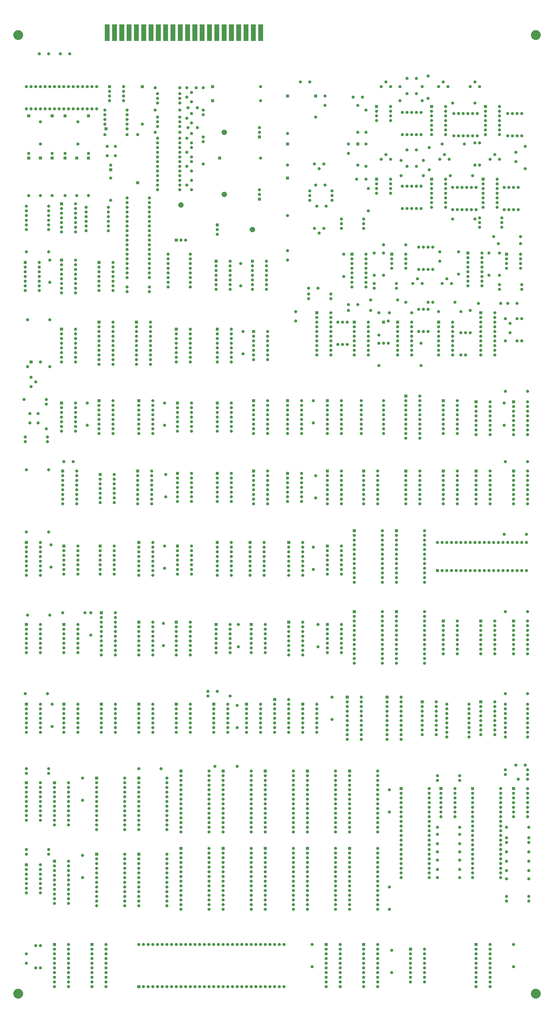
<source format=gbr>
G04 #@! TF.GenerationSoftware,KiCad,Pcbnew,(5.1.5)-3*
G04 #@! TF.CreationDate,2021-09-26T15:21:31-06:00*
G04 #@! TF.ProjectId,quantum_arcade_pcb,7175616e-7475-46d5-9f61-72636164655f,rev?*
G04 #@! TF.SameCoordinates,Original*
G04 #@! TF.FileFunction,Soldermask,Bot*
G04 #@! TF.FilePolarity,Negative*
%FSLAX46Y46*%
G04 Gerber Fmt 4.6, Leading zero omitted, Abs format (unit mm)*
G04 Created by KiCad (PCBNEW (5.1.5)-3) date 2021-09-26 15:21:31*
%MOMM*%
%LPD*%
G04 APERTURE LIST*
%ADD10C,0.100000*%
G04 APERTURE END LIST*
D10*
G36*
X311289288Y-558787510D02*
G01*
X311772376Y-558987612D01*
X311772377Y-558987613D01*
X312207145Y-559278115D01*
X312576885Y-559647855D01*
X312770992Y-559938358D01*
X312867388Y-560082624D01*
X313067490Y-560565712D01*
X313169500Y-561078553D01*
X313169500Y-561601447D01*
X313067490Y-562114288D01*
X312867388Y-562597376D01*
X312867387Y-562597377D01*
X312576885Y-563032145D01*
X312207145Y-563401885D01*
X311916642Y-563595992D01*
X311772376Y-563692388D01*
X311289288Y-563892490D01*
X310776447Y-563994500D01*
X310253553Y-563994500D01*
X309740712Y-563892490D01*
X309257624Y-563692388D01*
X309113358Y-563595992D01*
X308822855Y-563401885D01*
X308453115Y-563032145D01*
X308162613Y-562597377D01*
X308162612Y-562597376D01*
X307962510Y-562114288D01*
X307860500Y-561601447D01*
X307860500Y-561078553D01*
X307962510Y-560565712D01*
X308162612Y-560082624D01*
X308259008Y-559938358D01*
X308453115Y-559647855D01*
X308822855Y-559278115D01*
X309257623Y-558987613D01*
X309257624Y-558987612D01*
X309740712Y-558787510D01*
X310253553Y-558685500D01*
X310776447Y-558685500D01*
X311289288Y-558787510D01*
G37*
G36*
X30619288Y-558787510D02*
G01*
X31102376Y-558987612D01*
X31102377Y-558987613D01*
X31537145Y-559278115D01*
X31906885Y-559647855D01*
X32100992Y-559938358D01*
X32197388Y-560082624D01*
X32397490Y-560565712D01*
X32499500Y-561078553D01*
X32499500Y-561601447D01*
X32397490Y-562114288D01*
X32197388Y-562597376D01*
X32197387Y-562597377D01*
X31906885Y-563032145D01*
X31537145Y-563401885D01*
X31246642Y-563595992D01*
X31102376Y-563692388D01*
X30619288Y-563892490D01*
X30106447Y-563994500D01*
X29583553Y-563994500D01*
X29070712Y-563892490D01*
X28587624Y-563692388D01*
X28443358Y-563595992D01*
X28152855Y-563401885D01*
X27783115Y-563032145D01*
X27492613Y-562597377D01*
X27492612Y-562597376D01*
X27292510Y-562114288D01*
X27190500Y-561601447D01*
X27190500Y-561078553D01*
X27292510Y-560565712D01*
X27492612Y-560082624D01*
X27589008Y-559938358D01*
X27783115Y-559647855D01*
X28152855Y-559278115D01*
X28587623Y-558987613D01*
X28587624Y-558987612D01*
X29070712Y-558787510D01*
X29583553Y-558685500D01*
X30106447Y-558685500D01*
X30619288Y-558787510D01*
G37*
G36*
X285987142Y-556748242D02*
G01*
X286135101Y-556809529D01*
X286268255Y-556898499D01*
X286381501Y-557011745D01*
X286470471Y-557144899D01*
X286531758Y-557292858D01*
X286563000Y-557449925D01*
X286563000Y-557610075D01*
X286531758Y-557767142D01*
X286470471Y-557915101D01*
X286381501Y-558048255D01*
X286268255Y-558161501D01*
X286135101Y-558250471D01*
X285987142Y-558311758D01*
X285830075Y-558343000D01*
X285669925Y-558343000D01*
X285512858Y-558311758D01*
X285364899Y-558250471D01*
X285231745Y-558161501D01*
X285118499Y-558048255D01*
X285029529Y-557915101D01*
X284968242Y-557767142D01*
X284937000Y-557610075D01*
X284937000Y-557449925D01*
X284968242Y-557292858D01*
X285029529Y-557144899D01*
X285118499Y-557011745D01*
X285231745Y-556898499D01*
X285364899Y-556809529D01*
X285512858Y-556748242D01*
X285669925Y-556717000D01*
X285830075Y-556717000D01*
X285987142Y-556748242D01*
G37*
G36*
X278367142Y-556748242D02*
G01*
X278515101Y-556809529D01*
X278648255Y-556898499D01*
X278761501Y-557011745D01*
X278850471Y-557144899D01*
X278911758Y-557292858D01*
X278943000Y-557449925D01*
X278943000Y-557610075D01*
X278911758Y-557767142D01*
X278850471Y-557915101D01*
X278761501Y-558048255D01*
X278648255Y-558161501D01*
X278515101Y-558250471D01*
X278367142Y-558311758D01*
X278210075Y-558343000D01*
X278049925Y-558343000D01*
X277892858Y-558311758D01*
X277744899Y-558250471D01*
X277611745Y-558161501D01*
X277498499Y-558048255D01*
X277409529Y-557915101D01*
X277348242Y-557767142D01*
X277317000Y-557610075D01*
X277317000Y-557449925D01*
X277348242Y-557292858D01*
X277409529Y-557144899D01*
X277498499Y-557011745D01*
X277611745Y-556898499D01*
X277744899Y-556809529D01*
X277892858Y-556748242D01*
X278049925Y-556717000D01*
X278210075Y-556717000D01*
X278367142Y-556748242D01*
G37*
G36*
X164067142Y-556748242D02*
G01*
X164215101Y-556809529D01*
X164348255Y-556898499D01*
X164461501Y-557011745D01*
X164550471Y-557144899D01*
X164611758Y-557292858D01*
X164643000Y-557449925D01*
X164643000Y-557610075D01*
X164611758Y-557767142D01*
X164550471Y-557915101D01*
X164461501Y-558048255D01*
X164348255Y-558161501D01*
X164215101Y-558250471D01*
X164067142Y-558311758D01*
X163910075Y-558343000D01*
X163749925Y-558343000D01*
X163592858Y-558311758D01*
X163444899Y-558250471D01*
X163311745Y-558161501D01*
X163198499Y-558048255D01*
X163109529Y-557915101D01*
X163048242Y-557767142D01*
X163017000Y-557610075D01*
X163017000Y-557449925D01*
X163048242Y-557292858D01*
X163109529Y-557144899D01*
X163198499Y-557011745D01*
X163311745Y-556898499D01*
X163444899Y-556809529D01*
X163592858Y-556748242D01*
X163749925Y-556717000D01*
X163910075Y-556717000D01*
X164067142Y-556748242D01*
G37*
G36*
X57387142Y-556748242D02*
G01*
X57535101Y-556809529D01*
X57668255Y-556898499D01*
X57781501Y-557011745D01*
X57870471Y-557144899D01*
X57931758Y-557292858D01*
X57963000Y-557449925D01*
X57963000Y-557610075D01*
X57931758Y-557767142D01*
X57870471Y-557915101D01*
X57781501Y-558048255D01*
X57668255Y-558161501D01*
X57535101Y-558250471D01*
X57387142Y-558311758D01*
X57230075Y-558343000D01*
X57069925Y-558343000D01*
X56912858Y-558311758D01*
X56764899Y-558250471D01*
X56631745Y-558161501D01*
X56518499Y-558048255D01*
X56429529Y-557915101D01*
X56368242Y-557767142D01*
X56337000Y-557610075D01*
X56337000Y-557449925D01*
X56368242Y-557292858D01*
X56429529Y-557144899D01*
X56518499Y-557011745D01*
X56631745Y-556898499D01*
X56764899Y-556809529D01*
X56912858Y-556748242D01*
X57069925Y-556717000D01*
X57230075Y-556717000D01*
X57387142Y-556748242D01*
G37*
G36*
X49767142Y-556748242D02*
G01*
X49915101Y-556809529D01*
X50048255Y-556898499D01*
X50161501Y-557011745D01*
X50250471Y-557144899D01*
X50311758Y-557292858D01*
X50343000Y-557449925D01*
X50343000Y-557610075D01*
X50311758Y-557767142D01*
X50250471Y-557915101D01*
X50161501Y-558048255D01*
X50048255Y-558161501D01*
X49915101Y-558250471D01*
X49767142Y-558311758D01*
X49610075Y-558343000D01*
X49449925Y-558343000D01*
X49292858Y-558311758D01*
X49144899Y-558250471D01*
X49011745Y-558161501D01*
X48898499Y-558048255D01*
X48809529Y-557915101D01*
X48748242Y-557767142D01*
X48717000Y-557610075D01*
X48717000Y-557449925D01*
X48748242Y-557292858D01*
X48809529Y-557144899D01*
X48898499Y-557011745D01*
X49011745Y-556898499D01*
X49144899Y-556809529D01*
X49292858Y-556748242D01*
X49449925Y-556717000D01*
X49610075Y-556717000D01*
X49767142Y-556748242D01*
G37*
G36*
X70087142Y-556748242D02*
G01*
X70235101Y-556809529D01*
X70368255Y-556898499D01*
X70481501Y-557011745D01*
X70570471Y-557144899D01*
X70631758Y-557292858D01*
X70663000Y-557449925D01*
X70663000Y-557610075D01*
X70631758Y-557767142D01*
X70570471Y-557915101D01*
X70481501Y-558048255D01*
X70368255Y-558161501D01*
X70235101Y-558250471D01*
X70087142Y-558311758D01*
X69930075Y-558343000D01*
X69769925Y-558343000D01*
X69612858Y-558311758D01*
X69464899Y-558250471D01*
X69331745Y-558161501D01*
X69218499Y-558048255D01*
X69129529Y-557915101D01*
X69068242Y-557767142D01*
X69037000Y-557610075D01*
X69037000Y-557449925D01*
X69068242Y-557292858D01*
X69129529Y-557144899D01*
X69218499Y-557011745D01*
X69331745Y-556898499D01*
X69464899Y-556809529D01*
X69612858Y-556748242D01*
X69769925Y-556717000D01*
X69930075Y-556717000D01*
X70087142Y-556748242D01*
G37*
G36*
X77707142Y-556748242D02*
G01*
X77855101Y-556809529D01*
X77988255Y-556898499D01*
X78101501Y-557011745D01*
X78190471Y-557144899D01*
X78251758Y-557292858D01*
X78283000Y-557449925D01*
X78283000Y-557610075D01*
X78251758Y-557767142D01*
X78190471Y-557915101D01*
X78101501Y-558048255D01*
X77988255Y-558161501D01*
X77855101Y-558250471D01*
X77707142Y-558311758D01*
X77550075Y-558343000D01*
X77389925Y-558343000D01*
X77232858Y-558311758D01*
X77084899Y-558250471D01*
X76951745Y-558161501D01*
X76838499Y-558048255D01*
X76749529Y-557915101D01*
X76688242Y-557767142D01*
X76657000Y-557610075D01*
X76657000Y-557449925D01*
X76688242Y-557292858D01*
X76749529Y-557144899D01*
X76838499Y-557011745D01*
X76951745Y-556898499D01*
X77084899Y-556809529D01*
X77232858Y-556748242D01*
X77389925Y-556717000D01*
X77550075Y-556717000D01*
X77707142Y-556748242D01*
G37*
G36*
X174227142Y-556748242D02*
G01*
X174375101Y-556809529D01*
X174508255Y-556898499D01*
X174621501Y-557011745D01*
X174710471Y-557144899D01*
X174771758Y-557292858D01*
X174803000Y-557449925D01*
X174803000Y-557610075D01*
X174771758Y-557767142D01*
X174710471Y-557915101D01*
X174621501Y-558048255D01*
X174508255Y-558161501D01*
X174375101Y-558250471D01*
X174227142Y-558311758D01*
X174070075Y-558343000D01*
X173909925Y-558343000D01*
X173752858Y-558311758D01*
X173604899Y-558250471D01*
X173471745Y-558161501D01*
X173358499Y-558048255D01*
X173269529Y-557915101D01*
X173208242Y-557767142D01*
X173177000Y-557610075D01*
X173177000Y-557449925D01*
X173208242Y-557292858D01*
X173269529Y-557144899D01*
X173358499Y-557011745D01*
X173471745Y-556898499D01*
X173604899Y-556809529D01*
X173752858Y-556748242D01*
X173909925Y-556717000D01*
X174070075Y-556717000D01*
X174227142Y-556748242D01*
G37*
G36*
X171687142Y-556748242D02*
G01*
X171835101Y-556809529D01*
X171968255Y-556898499D01*
X172081501Y-557011745D01*
X172170471Y-557144899D01*
X172231758Y-557292858D01*
X172263000Y-557449925D01*
X172263000Y-557610075D01*
X172231758Y-557767142D01*
X172170471Y-557915101D01*
X172081501Y-558048255D01*
X171968255Y-558161501D01*
X171835101Y-558250471D01*
X171687142Y-558311758D01*
X171530075Y-558343000D01*
X171369925Y-558343000D01*
X171212858Y-558311758D01*
X171064899Y-558250471D01*
X170931745Y-558161501D01*
X170818499Y-558048255D01*
X170729529Y-557915101D01*
X170668242Y-557767142D01*
X170637000Y-557610075D01*
X170637000Y-557449925D01*
X170668242Y-557292858D01*
X170729529Y-557144899D01*
X170818499Y-557011745D01*
X170931745Y-556898499D01*
X171064899Y-556809529D01*
X171212858Y-556748242D01*
X171369925Y-556717000D01*
X171530075Y-556717000D01*
X171687142Y-556748242D01*
G37*
G36*
X169147142Y-556748242D02*
G01*
X169295101Y-556809529D01*
X169428255Y-556898499D01*
X169541501Y-557011745D01*
X169630471Y-557144899D01*
X169691758Y-557292858D01*
X169723000Y-557449925D01*
X169723000Y-557610075D01*
X169691758Y-557767142D01*
X169630471Y-557915101D01*
X169541501Y-558048255D01*
X169428255Y-558161501D01*
X169295101Y-558250471D01*
X169147142Y-558311758D01*
X168990075Y-558343000D01*
X168829925Y-558343000D01*
X168672858Y-558311758D01*
X168524899Y-558250471D01*
X168391745Y-558161501D01*
X168278499Y-558048255D01*
X168189529Y-557915101D01*
X168128242Y-557767142D01*
X168097000Y-557610075D01*
X168097000Y-557449925D01*
X168128242Y-557292858D01*
X168189529Y-557144899D01*
X168278499Y-557011745D01*
X168391745Y-556898499D01*
X168524899Y-556809529D01*
X168672858Y-556748242D01*
X168829925Y-556717000D01*
X168990075Y-556717000D01*
X169147142Y-556748242D01*
G37*
G36*
X166607142Y-556748242D02*
G01*
X166755101Y-556809529D01*
X166888255Y-556898499D01*
X167001501Y-557011745D01*
X167090471Y-557144899D01*
X167151758Y-557292858D01*
X167183000Y-557449925D01*
X167183000Y-557610075D01*
X167151758Y-557767142D01*
X167090471Y-557915101D01*
X167001501Y-558048255D01*
X166888255Y-558161501D01*
X166755101Y-558250471D01*
X166607142Y-558311758D01*
X166450075Y-558343000D01*
X166289925Y-558343000D01*
X166132858Y-558311758D01*
X165984899Y-558250471D01*
X165851745Y-558161501D01*
X165738499Y-558048255D01*
X165649529Y-557915101D01*
X165588242Y-557767142D01*
X165557000Y-557610075D01*
X165557000Y-557449925D01*
X165588242Y-557292858D01*
X165649529Y-557144899D01*
X165738499Y-557011745D01*
X165851745Y-556898499D01*
X165984899Y-556809529D01*
X166132858Y-556748242D01*
X166289925Y-556717000D01*
X166450075Y-556717000D01*
X166607142Y-556748242D01*
G37*
G36*
X161527142Y-556748242D02*
G01*
X161675101Y-556809529D01*
X161808255Y-556898499D01*
X161921501Y-557011745D01*
X162010471Y-557144899D01*
X162071758Y-557292858D01*
X162103000Y-557449925D01*
X162103000Y-557610075D01*
X162071758Y-557767142D01*
X162010471Y-557915101D01*
X161921501Y-558048255D01*
X161808255Y-558161501D01*
X161675101Y-558250471D01*
X161527142Y-558311758D01*
X161370075Y-558343000D01*
X161209925Y-558343000D01*
X161052858Y-558311758D01*
X160904899Y-558250471D01*
X160771745Y-558161501D01*
X160658499Y-558048255D01*
X160569529Y-557915101D01*
X160508242Y-557767142D01*
X160477000Y-557610075D01*
X160477000Y-557449925D01*
X160508242Y-557292858D01*
X160569529Y-557144899D01*
X160658499Y-557011745D01*
X160771745Y-556898499D01*
X160904899Y-556809529D01*
X161052858Y-556748242D01*
X161209925Y-556717000D01*
X161370075Y-556717000D01*
X161527142Y-556748242D01*
G37*
G36*
X158987142Y-556748242D02*
G01*
X159135101Y-556809529D01*
X159268255Y-556898499D01*
X159381501Y-557011745D01*
X159470471Y-557144899D01*
X159531758Y-557292858D01*
X159563000Y-557449925D01*
X159563000Y-557610075D01*
X159531758Y-557767142D01*
X159470471Y-557915101D01*
X159381501Y-558048255D01*
X159268255Y-558161501D01*
X159135101Y-558250471D01*
X158987142Y-558311758D01*
X158830075Y-558343000D01*
X158669925Y-558343000D01*
X158512858Y-558311758D01*
X158364899Y-558250471D01*
X158231745Y-558161501D01*
X158118499Y-558048255D01*
X158029529Y-557915101D01*
X157968242Y-557767142D01*
X157937000Y-557610075D01*
X157937000Y-557449925D01*
X157968242Y-557292858D01*
X158029529Y-557144899D01*
X158118499Y-557011745D01*
X158231745Y-556898499D01*
X158364899Y-556809529D01*
X158512858Y-556748242D01*
X158669925Y-556717000D01*
X158830075Y-556717000D01*
X158987142Y-556748242D01*
G37*
G36*
X156447142Y-556748242D02*
G01*
X156595101Y-556809529D01*
X156728255Y-556898499D01*
X156841501Y-557011745D01*
X156930471Y-557144899D01*
X156991758Y-557292858D01*
X157023000Y-557449925D01*
X157023000Y-557610075D01*
X156991758Y-557767142D01*
X156930471Y-557915101D01*
X156841501Y-558048255D01*
X156728255Y-558161501D01*
X156595101Y-558250471D01*
X156447142Y-558311758D01*
X156290075Y-558343000D01*
X156129925Y-558343000D01*
X155972858Y-558311758D01*
X155824899Y-558250471D01*
X155691745Y-558161501D01*
X155578499Y-558048255D01*
X155489529Y-557915101D01*
X155428242Y-557767142D01*
X155397000Y-557610075D01*
X155397000Y-557449925D01*
X155428242Y-557292858D01*
X155489529Y-557144899D01*
X155578499Y-557011745D01*
X155691745Y-556898499D01*
X155824899Y-556809529D01*
X155972858Y-556748242D01*
X156129925Y-556717000D01*
X156290075Y-556717000D01*
X156447142Y-556748242D01*
G37*
G36*
X98027142Y-556748242D02*
G01*
X98175101Y-556809529D01*
X98308255Y-556898499D01*
X98421501Y-557011745D01*
X98510471Y-557144899D01*
X98571758Y-557292858D01*
X98603000Y-557449925D01*
X98603000Y-557610075D01*
X98571758Y-557767142D01*
X98510471Y-557915101D01*
X98421501Y-558048255D01*
X98308255Y-558161501D01*
X98175101Y-558250471D01*
X98027142Y-558311758D01*
X97870075Y-558343000D01*
X97709925Y-558343000D01*
X97552858Y-558311758D01*
X97404899Y-558250471D01*
X97271745Y-558161501D01*
X97158499Y-558048255D01*
X97069529Y-557915101D01*
X97008242Y-557767142D01*
X96977000Y-557610075D01*
X96977000Y-557449925D01*
X97008242Y-557292858D01*
X97069529Y-557144899D01*
X97158499Y-557011745D01*
X97271745Y-556898499D01*
X97404899Y-556809529D01*
X97552858Y-556748242D01*
X97709925Y-556717000D01*
X97870075Y-556717000D01*
X98027142Y-556748242D01*
G37*
G36*
X100567142Y-556748242D02*
G01*
X100715101Y-556809529D01*
X100848255Y-556898499D01*
X100961501Y-557011745D01*
X101050471Y-557144899D01*
X101111758Y-557292858D01*
X101143000Y-557449925D01*
X101143000Y-557610075D01*
X101111758Y-557767142D01*
X101050471Y-557915101D01*
X100961501Y-558048255D01*
X100848255Y-558161501D01*
X100715101Y-558250471D01*
X100567142Y-558311758D01*
X100410075Y-558343000D01*
X100249925Y-558343000D01*
X100092858Y-558311758D01*
X99944899Y-558250471D01*
X99811745Y-558161501D01*
X99698499Y-558048255D01*
X99609529Y-557915101D01*
X99548242Y-557767142D01*
X99517000Y-557610075D01*
X99517000Y-557449925D01*
X99548242Y-557292858D01*
X99609529Y-557144899D01*
X99698499Y-557011745D01*
X99811745Y-556898499D01*
X99944899Y-556809529D01*
X100092858Y-556748242D01*
X100249925Y-556717000D01*
X100410075Y-556717000D01*
X100567142Y-556748242D01*
G37*
G36*
X103107142Y-556748242D02*
G01*
X103255101Y-556809529D01*
X103388255Y-556898499D01*
X103501501Y-557011745D01*
X103590471Y-557144899D01*
X103651758Y-557292858D01*
X103683000Y-557449925D01*
X103683000Y-557610075D01*
X103651758Y-557767142D01*
X103590471Y-557915101D01*
X103501501Y-558048255D01*
X103388255Y-558161501D01*
X103255101Y-558250471D01*
X103107142Y-558311758D01*
X102950075Y-558343000D01*
X102789925Y-558343000D01*
X102632858Y-558311758D01*
X102484899Y-558250471D01*
X102351745Y-558161501D01*
X102238499Y-558048255D01*
X102149529Y-557915101D01*
X102088242Y-557767142D01*
X102057000Y-557610075D01*
X102057000Y-557449925D01*
X102088242Y-557292858D01*
X102149529Y-557144899D01*
X102238499Y-557011745D01*
X102351745Y-556898499D01*
X102484899Y-556809529D01*
X102632858Y-556748242D01*
X102789925Y-556717000D01*
X102950075Y-556717000D01*
X103107142Y-556748242D01*
G37*
G36*
X105647142Y-556748242D02*
G01*
X105795101Y-556809529D01*
X105928255Y-556898499D01*
X106041501Y-557011745D01*
X106130471Y-557144899D01*
X106191758Y-557292858D01*
X106223000Y-557449925D01*
X106223000Y-557610075D01*
X106191758Y-557767142D01*
X106130471Y-557915101D01*
X106041501Y-558048255D01*
X105928255Y-558161501D01*
X105795101Y-558250471D01*
X105647142Y-558311758D01*
X105490075Y-558343000D01*
X105329925Y-558343000D01*
X105172858Y-558311758D01*
X105024899Y-558250471D01*
X104891745Y-558161501D01*
X104778499Y-558048255D01*
X104689529Y-557915101D01*
X104628242Y-557767142D01*
X104597000Y-557610075D01*
X104597000Y-557449925D01*
X104628242Y-557292858D01*
X104689529Y-557144899D01*
X104778499Y-557011745D01*
X104891745Y-556898499D01*
X105024899Y-556809529D01*
X105172858Y-556748242D01*
X105329925Y-556717000D01*
X105490075Y-556717000D01*
X105647142Y-556748242D01*
G37*
G36*
X108187142Y-556748242D02*
G01*
X108335101Y-556809529D01*
X108468255Y-556898499D01*
X108581501Y-557011745D01*
X108670471Y-557144899D01*
X108731758Y-557292858D01*
X108763000Y-557449925D01*
X108763000Y-557610075D01*
X108731758Y-557767142D01*
X108670471Y-557915101D01*
X108581501Y-558048255D01*
X108468255Y-558161501D01*
X108335101Y-558250471D01*
X108187142Y-558311758D01*
X108030075Y-558343000D01*
X107869925Y-558343000D01*
X107712858Y-558311758D01*
X107564899Y-558250471D01*
X107431745Y-558161501D01*
X107318499Y-558048255D01*
X107229529Y-557915101D01*
X107168242Y-557767142D01*
X107137000Y-557610075D01*
X107137000Y-557449925D01*
X107168242Y-557292858D01*
X107229529Y-557144899D01*
X107318499Y-557011745D01*
X107431745Y-556898499D01*
X107564899Y-556809529D01*
X107712858Y-556748242D01*
X107869925Y-556717000D01*
X108030075Y-556717000D01*
X108187142Y-556748242D01*
G37*
G36*
X113267142Y-556748242D02*
G01*
X113415101Y-556809529D01*
X113548255Y-556898499D01*
X113661501Y-557011745D01*
X113750471Y-557144899D01*
X113811758Y-557292858D01*
X113843000Y-557449925D01*
X113843000Y-557610075D01*
X113811758Y-557767142D01*
X113750471Y-557915101D01*
X113661501Y-558048255D01*
X113548255Y-558161501D01*
X113415101Y-558250471D01*
X113267142Y-558311758D01*
X113110075Y-558343000D01*
X112949925Y-558343000D01*
X112792858Y-558311758D01*
X112644899Y-558250471D01*
X112511745Y-558161501D01*
X112398499Y-558048255D01*
X112309529Y-557915101D01*
X112248242Y-557767142D01*
X112217000Y-557610075D01*
X112217000Y-557449925D01*
X112248242Y-557292858D01*
X112309529Y-557144899D01*
X112398499Y-557011745D01*
X112511745Y-556898499D01*
X112644899Y-556809529D01*
X112792858Y-556748242D01*
X112949925Y-556717000D01*
X113110075Y-556717000D01*
X113267142Y-556748242D01*
G37*
G36*
X115807142Y-556748242D02*
G01*
X115955101Y-556809529D01*
X116088255Y-556898499D01*
X116201501Y-557011745D01*
X116290471Y-557144899D01*
X116351758Y-557292858D01*
X116383000Y-557449925D01*
X116383000Y-557610075D01*
X116351758Y-557767142D01*
X116290471Y-557915101D01*
X116201501Y-558048255D01*
X116088255Y-558161501D01*
X115955101Y-558250471D01*
X115807142Y-558311758D01*
X115650075Y-558343000D01*
X115489925Y-558343000D01*
X115332858Y-558311758D01*
X115184899Y-558250471D01*
X115051745Y-558161501D01*
X114938499Y-558048255D01*
X114849529Y-557915101D01*
X114788242Y-557767142D01*
X114757000Y-557610075D01*
X114757000Y-557449925D01*
X114788242Y-557292858D01*
X114849529Y-557144899D01*
X114938499Y-557011745D01*
X115051745Y-556898499D01*
X115184899Y-556809529D01*
X115332858Y-556748242D01*
X115489925Y-556717000D01*
X115650075Y-556717000D01*
X115807142Y-556748242D01*
G37*
G36*
X225027142Y-556748242D02*
G01*
X225175101Y-556809529D01*
X225308255Y-556898499D01*
X225421501Y-557011745D01*
X225510471Y-557144899D01*
X225571758Y-557292858D01*
X225603000Y-557449925D01*
X225603000Y-557610075D01*
X225571758Y-557767142D01*
X225510471Y-557915101D01*
X225421501Y-558048255D01*
X225308255Y-558161501D01*
X225175101Y-558250471D01*
X225027142Y-558311758D01*
X224870075Y-558343000D01*
X224709925Y-558343000D01*
X224552858Y-558311758D01*
X224404899Y-558250471D01*
X224271745Y-558161501D01*
X224158499Y-558048255D01*
X224069529Y-557915101D01*
X224008242Y-557767142D01*
X223977000Y-557610075D01*
X223977000Y-557449925D01*
X224008242Y-557292858D01*
X224069529Y-557144899D01*
X224158499Y-557011745D01*
X224271745Y-556898499D01*
X224404899Y-556809529D01*
X224552858Y-556748242D01*
X224709925Y-556717000D01*
X224870075Y-556717000D01*
X225027142Y-556748242D01*
G37*
G36*
X151367142Y-556748242D02*
G01*
X151515101Y-556809529D01*
X151648255Y-556898499D01*
X151761501Y-557011745D01*
X151850471Y-557144899D01*
X151911758Y-557292858D01*
X151943000Y-557449925D01*
X151943000Y-557610075D01*
X151911758Y-557767142D01*
X151850471Y-557915101D01*
X151761501Y-558048255D01*
X151648255Y-558161501D01*
X151515101Y-558250471D01*
X151367142Y-558311758D01*
X151210075Y-558343000D01*
X151049925Y-558343000D01*
X150892858Y-558311758D01*
X150744899Y-558250471D01*
X150611745Y-558161501D01*
X150498499Y-558048255D01*
X150409529Y-557915101D01*
X150348242Y-557767142D01*
X150317000Y-557610075D01*
X150317000Y-557449925D01*
X150348242Y-557292858D01*
X150409529Y-557144899D01*
X150498499Y-557011745D01*
X150611745Y-556898499D01*
X150744899Y-556809529D01*
X150892858Y-556748242D01*
X151049925Y-556717000D01*
X151210075Y-556717000D01*
X151367142Y-556748242D01*
G37*
G36*
X118347142Y-556748242D02*
G01*
X118495101Y-556809529D01*
X118628255Y-556898499D01*
X118741501Y-557011745D01*
X118830471Y-557144899D01*
X118891758Y-557292858D01*
X118923000Y-557449925D01*
X118923000Y-557610075D01*
X118891758Y-557767142D01*
X118830471Y-557915101D01*
X118741501Y-558048255D01*
X118628255Y-558161501D01*
X118495101Y-558250471D01*
X118347142Y-558311758D01*
X118190075Y-558343000D01*
X118029925Y-558343000D01*
X117872858Y-558311758D01*
X117724899Y-558250471D01*
X117591745Y-558161501D01*
X117478499Y-558048255D01*
X117389529Y-557915101D01*
X117328242Y-557767142D01*
X117297000Y-557610075D01*
X117297000Y-557449925D01*
X117328242Y-557292858D01*
X117389529Y-557144899D01*
X117478499Y-557011745D01*
X117591745Y-556898499D01*
X117724899Y-556809529D01*
X117872858Y-556748242D01*
X118029925Y-556717000D01*
X118190075Y-556717000D01*
X118347142Y-556748242D01*
G37*
G36*
X120887142Y-556748242D02*
G01*
X121035101Y-556809529D01*
X121168255Y-556898499D01*
X121281501Y-557011745D01*
X121370471Y-557144899D01*
X121431758Y-557292858D01*
X121463000Y-557449925D01*
X121463000Y-557610075D01*
X121431758Y-557767142D01*
X121370471Y-557915101D01*
X121281501Y-558048255D01*
X121168255Y-558161501D01*
X121035101Y-558250471D01*
X120887142Y-558311758D01*
X120730075Y-558343000D01*
X120569925Y-558343000D01*
X120412858Y-558311758D01*
X120264899Y-558250471D01*
X120131745Y-558161501D01*
X120018499Y-558048255D01*
X119929529Y-557915101D01*
X119868242Y-557767142D01*
X119837000Y-557610075D01*
X119837000Y-557449925D01*
X119868242Y-557292858D01*
X119929529Y-557144899D01*
X120018499Y-557011745D01*
X120131745Y-556898499D01*
X120264899Y-556809529D01*
X120412858Y-556748242D01*
X120569925Y-556717000D01*
X120730075Y-556717000D01*
X120887142Y-556748242D01*
G37*
G36*
X123427142Y-556748242D02*
G01*
X123575101Y-556809529D01*
X123708255Y-556898499D01*
X123821501Y-557011745D01*
X123910471Y-557144899D01*
X123971758Y-557292858D01*
X124003000Y-557449925D01*
X124003000Y-557610075D01*
X123971758Y-557767142D01*
X123910471Y-557915101D01*
X123821501Y-558048255D01*
X123708255Y-558161501D01*
X123575101Y-558250471D01*
X123427142Y-558311758D01*
X123270075Y-558343000D01*
X123109925Y-558343000D01*
X122952858Y-558311758D01*
X122804899Y-558250471D01*
X122671745Y-558161501D01*
X122558499Y-558048255D01*
X122469529Y-557915101D01*
X122408242Y-557767142D01*
X122377000Y-557610075D01*
X122377000Y-557449925D01*
X122408242Y-557292858D01*
X122469529Y-557144899D01*
X122558499Y-557011745D01*
X122671745Y-556898499D01*
X122804899Y-556809529D01*
X122952858Y-556748242D01*
X123109925Y-556717000D01*
X123270075Y-556717000D01*
X123427142Y-556748242D01*
G37*
G36*
X128507142Y-556748242D02*
G01*
X128655101Y-556809529D01*
X128788255Y-556898499D01*
X128901501Y-557011745D01*
X128990471Y-557144899D01*
X129051758Y-557292858D01*
X129083000Y-557449925D01*
X129083000Y-557610075D01*
X129051758Y-557767142D01*
X128990471Y-557915101D01*
X128901501Y-558048255D01*
X128788255Y-558161501D01*
X128655101Y-558250471D01*
X128507142Y-558311758D01*
X128350075Y-558343000D01*
X128189925Y-558343000D01*
X128032858Y-558311758D01*
X127884899Y-558250471D01*
X127751745Y-558161501D01*
X127638499Y-558048255D01*
X127549529Y-557915101D01*
X127488242Y-557767142D01*
X127457000Y-557610075D01*
X127457000Y-557449925D01*
X127488242Y-557292858D01*
X127549529Y-557144899D01*
X127638499Y-557011745D01*
X127751745Y-556898499D01*
X127884899Y-556809529D01*
X128032858Y-556748242D01*
X128189925Y-556717000D01*
X128350075Y-556717000D01*
X128507142Y-556748242D01*
G37*
G36*
X131047142Y-556748242D02*
G01*
X131195101Y-556809529D01*
X131328255Y-556898499D01*
X131441501Y-557011745D01*
X131530471Y-557144899D01*
X131591758Y-557292858D01*
X131623000Y-557449925D01*
X131623000Y-557610075D01*
X131591758Y-557767142D01*
X131530471Y-557915101D01*
X131441501Y-558048255D01*
X131328255Y-558161501D01*
X131195101Y-558250471D01*
X131047142Y-558311758D01*
X130890075Y-558343000D01*
X130729925Y-558343000D01*
X130572858Y-558311758D01*
X130424899Y-558250471D01*
X130291745Y-558161501D01*
X130178499Y-558048255D01*
X130089529Y-557915101D01*
X130028242Y-557767142D01*
X129997000Y-557610075D01*
X129997000Y-557449925D01*
X130028242Y-557292858D01*
X130089529Y-557144899D01*
X130178499Y-557011745D01*
X130291745Y-556898499D01*
X130424899Y-556809529D01*
X130572858Y-556748242D01*
X130729925Y-556717000D01*
X130890075Y-556717000D01*
X131047142Y-556748242D01*
G37*
G36*
X133587142Y-556748242D02*
G01*
X133735101Y-556809529D01*
X133868255Y-556898499D01*
X133981501Y-557011745D01*
X134070471Y-557144899D01*
X134131758Y-557292858D01*
X134163000Y-557449925D01*
X134163000Y-557610075D01*
X134131758Y-557767142D01*
X134070471Y-557915101D01*
X133981501Y-558048255D01*
X133868255Y-558161501D01*
X133735101Y-558250471D01*
X133587142Y-558311758D01*
X133430075Y-558343000D01*
X133269925Y-558343000D01*
X133112858Y-558311758D01*
X132964899Y-558250471D01*
X132831745Y-558161501D01*
X132718499Y-558048255D01*
X132629529Y-557915101D01*
X132568242Y-557767142D01*
X132537000Y-557610075D01*
X132537000Y-557449925D01*
X132568242Y-557292858D01*
X132629529Y-557144899D01*
X132718499Y-557011745D01*
X132831745Y-556898499D01*
X132964899Y-556809529D01*
X133112858Y-556748242D01*
X133269925Y-556717000D01*
X133430075Y-556717000D01*
X133587142Y-556748242D01*
G37*
G36*
X136127142Y-556748242D02*
G01*
X136275101Y-556809529D01*
X136408255Y-556898499D01*
X136521501Y-557011745D01*
X136610471Y-557144899D01*
X136671758Y-557292858D01*
X136703000Y-557449925D01*
X136703000Y-557610075D01*
X136671758Y-557767142D01*
X136610471Y-557915101D01*
X136521501Y-558048255D01*
X136408255Y-558161501D01*
X136275101Y-558250471D01*
X136127142Y-558311758D01*
X135970075Y-558343000D01*
X135809925Y-558343000D01*
X135652858Y-558311758D01*
X135504899Y-558250471D01*
X135371745Y-558161501D01*
X135258499Y-558048255D01*
X135169529Y-557915101D01*
X135108242Y-557767142D01*
X135077000Y-557610075D01*
X135077000Y-557449925D01*
X135108242Y-557292858D01*
X135169529Y-557144899D01*
X135258499Y-557011745D01*
X135371745Y-556898499D01*
X135504899Y-556809529D01*
X135652858Y-556748242D01*
X135809925Y-556717000D01*
X135970075Y-556717000D01*
X136127142Y-556748242D01*
G37*
G36*
X138667142Y-556748242D02*
G01*
X138815101Y-556809529D01*
X138948255Y-556898499D01*
X139061501Y-557011745D01*
X139150471Y-557144899D01*
X139211758Y-557292858D01*
X139243000Y-557449925D01*
X139243000Y-557610075D01*
X139211758Y-557767142D01*
X139150471Y-557915101D01*
X139061501Y-558048255D01*
X138948255Y-558161501D01*
X138815101Y-558250471D01*
X138667142Y-558311758D01*
X138510075Y-558343000D01*
X138349925Y-558343000D01*
X138192858Y-558311758D01*
X138044899Y-558250471D01*
X137911745Y-558161501D01*
X137798499Y-558048255D01*
X137709529Y-557915101D01*
X137648242Y-557767142D01*
X137617000Y-557610075D01*
X137617000Y-557449925D01*
X137648242Y-557292858D01*
X137709529Y-557144899D01*
X137798499Y-557011745D01*
X137911745Y-556898499D01*
X138044899Y-556809529D01*
X138192858Y-556748242D01*
X138349925Y-556717000D01*
X138510075Y-556717000D01*
X138667142Y-556748242D01*
G37*
G36*
X141207142Y-556748242D02*
G01*
X141355101Y-556809529D01*
X141488255Y-556898499D01*
X141601501Y-557011745D01*
X141690471Y-557144899D01*
X141751758Y-557292858D01*
X141783000Y-557449925D01*
X141783000Y-557610075D01*
X141751758Y-557767142D01*
X141690471Y-557915101D01*
X141601501Y-558048255D01*
X141488255Y-558161501D01*
X141355101Y-558250471D01*
X141207142Y-558311758D01*
X141050075Y-558343000D01*
X140889925Y-558343000D01*
X140732858Y-558311758D01*
X140584899Y-558250471D01*
X140451745Y-558161501D01*
X140338499Y-558048255D01*
X140249529Y-557915101D01*
X140188242Y-557767142D01*
X140157000Y-557610075D01*
X140157000Y-557449925D01*
X140188242Y-557292858D01*
X140249529Y-557144899D01*
X140338499Y-557011745D01*
X140451745Y-556898499D01*
X140584899Y-556809529D01*
X140732858Y-556748242D01*
X140889925Y-556717000D01*
X141050075Y-556717000D01*
X141207142Y-556748242D01*
G37*
G36*
X110727142Y-556748242D02*
G01*
X110875101Y-556809529D01*
X111008255Y-556898499D01*
X111121501Y-557011745D01*
X111210471Y-557144899D01*
X111271758Y-557292858D01*
X111303000Y-557449925D01*
X111303000Y-557610075D01*
X111271758Y-557767142D01*
X111210471Y-557915101D01*
X111121501Y-558048255D01*
X111008255Y-558161501D01*
X110875101Y-558250471D01*
X110727142Y-558311758D01*
X110570075Y-558343000D01*
X110409925Y-558343000D01*
X110252858Y-558311758D01*
X110104899Y-558250471D01*
X109971745Y-558161501D01*
X109858499Y-558048255D01*
X109769529Y-557915101D01*
X109708242Y-557767142D01*
X109677000Y-557610075D01*
X109677000Y-557449925D01*
X109708242Y-557292858D01*
X109769529Y-557144899D01*
X109858499Y-557011745D01*
X109971745Y-556898499D01*
X110104899Y-556809529D01*
X110252858Y-556748242D01*
X110409925Y-556717000D01*
X110570075Y-556717000D01*
X110727142Y-556748242D01*
G37*
G36*
X125967142Y-556748242D02*
G01*
X126115101Y-556809529D01*
X126248255Y-556898499D01*
X126361501Y-557011745D01*
X126450471Y-557144899D01*
X126511758Y-557292858D01*
X126543000Y-557449925D01*
X126543000Y-557610075D01*
X126511758Y-557767142D01*
X126450471Y-557915101D01*
X126361501Y-558048255D01*
X126248255Y-558161501D01*
X126115101Y-558250471D01*
X125967142Y-558311758D01*
X125810075Y-558343000D01*
X125649925Y-558343000D01*
X125492858Y-558311758D01*
X125344899Y-558250471D01*
X125211745Y-558161501D01*
X125098499Y-558048255D01*
X125009529Y-557915101D01*
X124948242Y-557767142D01*
X124917000Y-557610075D01*
X124917000Y-557449925D01*
X124948242Y-557292858D01*
X125009529Y-557144899D01*
X125098499Y-557011745D01*
X125211745Y-556898499D01*
X125344899Y-556809529D01*
X125492858Y-556748242D01*
X125649925Y-556717000D01*
X125810075Y-556717000D01*
X125967142Y-556748242D01*
G37*
G36*
X96063000Y-558343000D02*
G01*
X94437000Y-558343000D01*
X94437000Y-556717000D01*
X96063000Y-556717000D01*
X96063000Y-558343000D01*
G37*
G36*
X146287142Y-556748242D02*
G01*
X146435101Y-556809529D01*
X146568255Y-556898499D01*
X146681501Y-557011745D01*
X146770471Y-557144899D01*
X146831758Y-557292858D01*
X146863000Y-557449925D01*
X146863000Y-557610075D01*
X146831758Y-557767142D01*
X146770471Y-557915101D01*
X146681501Y-558048255D01*
X146568255Y-558161501D01*
X146435101Y-558250471D01*
X146287142Y-558311758D01*
X146130075Y-558343000D01*
X145969925Y-558343000D01*
X145812858Y-558311758D01*
X145664899Y-558250471D01*
X145531745Y-558161501D01*
X145418499Y-558048255D01*
X145329529Y-557915101D01*
X145268242Y-557767142D01*
X145237000Y-557610075D01*
X145237000Y-557449925D01*
X145268242Y-557292858D01*
X145329529Y-557144899D01*
X145418499Y-557011745D01*
X145531745Y-556898499D01*
X145664899Y-556809529D01*
X145812858Y-556748242D01*
X145969925Y-556717000D01*
X146130075Y-556717000D01*
X146287142Y-556748242D01*
G37*
G36*
X153907142Y-556748242D02*
G01*
X154055101Y-556809529D01*
X154188255Y-556898499D01*
X154301501Y-557011745D01*
X154390471Y-557144899D01*
X154451758Y-557292858D01*
X154483000Y-557449925D01*
X154483000Y-557610075D01*
X154451758Y-557767142D01*
X154390471Y-557915101D01*
X154301501Y-558048255D01*
X154188255Y-558161501D01*
X154055101Y-558250471D01*
X153907142Y-558311758D01*
X153750075Y-558343000D01*
X153589925Y-558343000D01*
X153432858Y-558311758D01*
X153284899Y-558250471D01*
X153151745Y-558161501D01*
X153038499Y-558048255D01*
X152949529Y-557915101D01*
X152888242Y-557767142D01*
X152857000Y-557610075D01*
X152857000Y-557449925D01*
X152888242Y-557292858D01*
X152949529Y-557144899D01*
X153038499Y-557011745D01*
X153151745Y-556898499D01*
X153284899Y-556809529D01*
X153432858Y-556748242D01*
X153589925Y-556717000D01*
X153750075Y-556717000D01*
X153907142Y-556748242D01*
G37*
G36*
X143747142Y-556748242D02*
G01*
X143895101Y-556809529D01*
X144028255Y-556898499D01*
X144141501Y-557011745D01*
X144230471Y-557144899D01*
X144291758Y-557292858D01*
X144323000Y-557449925D01*
X144323000Y-557610075D01*
X144291758Y-557767142D01*
X144230471Y-557915101D01*
X144141501Y-558048255D01*
X144028255Y-558161501D01*
X143895101Y-558250471D01*
X143747142Y-558311758D01*
X143590075Y-558343000D01*
X143429925Y-558343000D01*
X143272858Y-558311758D01*
X143124899Y-558250471D01*
X142991745Y-558161501D01*
X142878499Y-558048255D01*
X142789529Y-557915101D01*
X142728242Y-557767142D01*
X142697000Y-557610075D01*
X142697000Y-557449925D01*
X142728242Y-557292858D01*
X142789529Y-557144899D01*
X142878499Y-557011745D01*
X142991745Y-556898499D01*
X143124899Y-556809529D01*
X143272858Y-556748242D01*
X143429925Y-556717000D01*
X143590075Y-556717000D01*
X143747142Y-556748242D01*
G37*
G36*
X148827142Y-556748242D02*
G01*
X148975101Y-556809529D01*
X149108255Y-556898499D01*
X149221501Y-557011745D01*
X149310471Y-557144899D01*
X149371758Y-557292858D01*
X149403000Y-557449925D01*
X149403000Y-557610075D01*
X149371758Y-557767142D01*
X149310471Y-557915101D01*
X149221501Y-558048255D01*
X149108255Y-558161501D01*
X148975101Y-558250471D01*
X148827142Y-558311758D01*
X148670075Y-558343000D01*
X148509925Y-558343000D01*
X148352858Y-558311758D01*
X148204899Y-558250471D01*
X148071745Y-558161501D01*
X147958499Y-558048255D01*
X147869529Y-557915101D01*
X147808242Y-557767142D01*
X147777000Y-557610075D01*
X147777000Y-557449925D01*
X147808242Y-557292858D01*
X147869529Y-557144899D01*
X147958499Y-557011745D01*
X148071745Y-556898499D01*
X148204899Y-556809529D01*
X148352858Y-556748242D01*
X148509925Y-556717000D01*
X148670075Y-556717000D01*
X148827142Y-556748242D01*
G37*
G36*
X197087142Y-556748242D02*
G01*
X197235101Y-556809529D01*
X197368255Y-556898499D01*
X197481501Y-557011745D01*
X197570471Y-557144899D01*
X197631758Y-557292858D01*
X197663000Y-557449925D01*
X197663000Y-557610075D01*
X197631758Y-557767142D01*
X197570471Y-557915101D01*
X197481501Y-558048255D01*
X197368255Y-558161501D01*
X197235101Y-558250471D01*
X197087142Y-558311758D01*
X196930075Y-558343000D01*
X196769925Y-558343000D01*
X196612858Y-558311758D01*
X196464899Y-558250471D01*
X196331745Y-558161501D01*
X196218499Y-558048255D01*
X196129529Y-557915101D01*
X196068242Y-557767142D01*
X196037000Y-557610075D01*
X196037000Y-557449925D01*
X196068242Y-557292858D01*
X196129529Y-557144899D01*
X196218499Y-557011745D01*
X196331745Y-556898499D01*
X196464899Y-556809529D01*
X196612858Y-556748242D01*
X196769925Y-556717000D01*
X196930075Y-556717000D01*
X197087142Y-556748242D01*
G37*
G36*
X204707142Y-556748242D02*
G01*
X204855101Y-556809529D01*
X204988255Y-556898499D01*
X205101501Y-557011745D01*
X205190471Y-557144899D01*
X205251758Y-557292858D01*
X205283000Y-557449925D01*
X205283000Y-557610075D01*
X205251758Y-557767142D01*
X205190471Y-557915101D01*
X205101501Y-558048255D01*
X204988255Y-558161501D01*
X204855101Y-558250471D01*
X204707142Y-558311758D01*
X204550075Y-558343000D01*
X204389925Y-558343000D01*
X204232858Y-558311758D01*
X204084899Y-558250471D01*
X203951745Y-558161501D01*
X203838499Y-558048255D01*
X203749529Y-557915101D01*
X203688242Y-557767142D01*
X203657000Y-557610075D01*
X203657000Y-557449925D01*
X203688242Y-557292858D01*
X203749529Y-557144899D01*
X203838499Y-557011745D01*
X203951745Y-556898499D01*
X204084899Y-556809529D01*
X204232858Y-556748242D01*
X204389925Y-556717000D01*
X204550075Y-556717000D01*
X204707142Y-556748242D01*
G37*
G36*
X217407142Y-556748242D02*
G01*
X217555101Y-556809529D01*
X217688255Y-556898499D01*
X217801501Y-557011745D01*
X217890471Y-557144899D01*
X217951758Y-557292858D01*
X217983000Y-557449925D01*
X217983000Y-557610075D01*
X217951758Y-557767142D01*
X217890471Y-557915101D01*
X217801501Y-558048255D01*
X217688255Y-558161501D01*
X217555101Y-558250471D01*
X217407142Y-558311758D01*
X217250075Y-558343000D01*
X217089925Y-558343000D01*
X216932858Y-558311758D01*
X216784899Y-558250471D01*
X216651745Y-558161501D01*
X216538499Y-558048255D01*
X216449529Y-557915101D01*
X216388242Y-557767142D01*
X216357000Y-557610075D01*
X216357000Y-557449925D01*
X216388242Y-557292858D01*
X216449529Y-557144899D01*
X216538499Y-557011745D01*
X216651745Y-556898499D01*
X216784899Y-556809529D01*
X216932858Y-556748242D01*
X217089925Y-556717000D01*
X217250075Y-556717000D01*
X217407142Y-556748242D01*
G37*
G36*
X70087142Y-554208242D02*
G01*
X70235101Y-554269529D01*
X70368255Y-554358499D01*
X70481501Y-554471745D01*
X70570471Y-554604899D01*
X70631758Y-554752858D01*
X70663000Y-554909925D01*
X70663000Y-555070075D01*
X70631758Y-555227142D01*
X70570471Y-555375101D01*
X70481501Y-555508255D01*
X70368255Y-555621501D01*
X70235101Y-555710471D01*
X70087142Y-555771758D01*
X69930075Y-555803000D01*
X69769925Y-555803000D01*
X69612858Y-555771758D01*
X69464899Y-555710471D01*
X69331745Y-555621501D01*
X69218499Y-555508255D01*
X69129529Y-555375101D01*
X69068242Y-555227142D01*
X69037000Y-555070075D01*
X69037000Y-554909925D01*
X69068242Y-554752858D01*
X69129529Y-554604899D01*
X69218499Y-554471745D01*
X69331745Y-554358499D01*
X69464899Y-554269529D01*
X69612858Y-554208242D01*
X69769925Y-554177000D01*
X69930075Y-554177000D01*
X70087142Y-554208242D01*
G37*
G36*
X250427142Y-554208242D02*
G01*
X250575101Y-554269529D01*
X250708255Y-554358499D01*
X250821501Y-554471745D01*
X250910471Y-554604899D01*
X250971758Y-554752858D01*
X251003000Y-554909925D01*
X251003000Y-555070075D01*
X250971758Y-555227142D01*
X250910471Y-555375101D01*
X250821501Y-555508255D01*
X250708255Y-555621501D01*
X250575101Y-555710471D01*
X250427142Y-555771758D01*
X250270075Y-555803000D01*
X250109925Y-555803000D01*
X249952858Y-555771758D01*
X249804899Y-555710471D01*
X249671745Y-555621501D01*
X249558499Y-555508255D01*
X249469529Y-555375101D01*
X249408242Y-555227142D01*
X249377000Y-555070075D01*
X249377000Y-554909925D01*
X249408242Y-554752858D01*
X249469529Y-554604899D01*
X249558499Y-554471745D01*
X249671745Y-554358499D01*
X249804899Y-554269529D01*
X249952858Y-554208242D01*
X250109925Y-554177000D01*
X250270075Y-554177000D01*
X250427142Y-554208242D01*
G37*
G36*
X242807142Y-554208242D02*
G01*
X242955101Y-554269529D01*
X243088255Y-554358499D01*
X243201501Y-554471745D01*
X243290471Y-554604899D01*
X243351758Y-554752858D01*
X243383000Y-554909925D01*
X243383000Y-555070075D01*
X243351758Y-555227142D01*
X243290471Y-555375101D01*
X243201501Y-555508255D01*
X243088255Y-555621501D01*
X242955101Y-555710471D01*
X242807142Y-555771758D01*
X242650075Y-555803000D01*
X242489925Y-555803000D01*
X242332858Y-555771758D01*
X242184899Y-555710471D01*
X242051745Y-555621501D01*
X241938499Y-555508255D01*
X241849529Y-555375101D01*
X241788242Y-555227142D01*
X241757000Y-555070075D01*
X241757000Y-554909925D01*
X241788242Y-554752858D01*
X241849529Y-554604899D01*
X241938499Y-554471745D01*
X242051745Y-554358499D01*
X242184899Y-554269529D01*
X242332858Y-554208242D01*
X242489925Y-554177000D01*
X242650075Y-554177000D01*
X242807142Y-554208242D01*
G37*
G36*
X225027142Y-554208242D02*
G01*
X225175101Y-554269529D01*
X225308255Y-554358499D01*
X225421501Y-554471745D01*
X225510471Y-554604899D01*
X225571758Y-554752858D01*
X225603000Y-554909925D01*
X225603000Y-555070075D01*
X225571758Y-555227142D01*
X225510471Y-555375101D01*
X225421501Y-555508255D01*
X225308255Y-555621501D01*
X225175101Y-555710471D01*
X225027142Y-555771758D01*
X224870075Y-555803000D01*
X224709925Y-555803000D01*
X224552858Y-555771758D01*
X224404899Y-555710471D01*
X224271745Y-555621501D01*
X224158499Y-555508255D01*
X224069529Y-555375101D01*
X224008242Y-555227142D01*
X223977000Y-555070075D01*
X223977000Y-554909925D01*
X224008242Y-554752858D01*
X224069529Y-554604899D01*
X224158499Y-554471745D01*
X224271745Y-554358499D01*
X224404899Y-554269529D01*
X224552858Y-554208242D01*
X224709925Y-554177000D01*
X224870075Y-554177000D01*
X225027142Y-554208242D01*
G37*
G36*
X204707142Y-554208242D02*
G01*
X204855101Y-554269529D01*
X204988255Y-554358499D01*
X205101501Y-554471745D01*
X205190471Y-554604899D01*
X205251758Y-554752858D01*
X205283000Y-554909925D01*
X205283000Y-555070075D01*
X205251758Y-555227142D01*
X205190471Y-555375101D01*
X205101501Y-555508255D01*
X204988255Y-555621501D01*
X204855101Y-555710471D01*
X204707142Y-555771758D01*
X204550075Y-555803000D01*
X204389925Y-555803000D01*
X204232858Y-555771758D01*
X204084899Y-555710471D01*
X203951745Y-555621501D01*
X203838499Y-555508255D01*
X203749529Y-555375101D01*
X203688242Y-555227142D01*
X203657000Y-555070075D01*
X203657000Y-554909925D01*
X203688242Y-554752858D01*
X203749529Y-554604899D01*
X203838499Y-554471745D01*
X203951745Y-554358499D01*
X204084899Y-554269529D01*
X204232858Y-554208242D01*
X204389925Y-554177000D01*
X204550075Y-554177000D01*
X204707142Y-554208242D01*
G37*
G36*
X197087142Y-554208242D02*
G01*
X197235101Y-554269529D01*
X197368255Y-554358499D01*
X197481501Y-554471745D01*
X197570471Y-554604899D01*
X197631758Y-554752858D01*
X197663000Y-554909925D01*
X197663000Y-555070075D01*
X197631758Y-555227142D01*
X197570471Y-555375101D01*
X197481501Y-555508255D01*
X197368255Y-555621501D01*
X197235101Y-555710471D01*
X197087142Y-555771758D01*
X196930075Y-555803000D01*
X196769925Y-555803000D01*
X196612858Y-555771758D01*
X196464899Y-555710471D01*
X196331745Y-555621501D01*
X196218499Y-555508255D01*
X196129529Y-555375101D01*
X196068242Y-555227142D01*
X196037000Y-555070075D01*
X196037000Y-554909925D01*
X196068242Y-554752858D01*
X196129529Y-554604899D01*
X196218499Y-554471745D01*
X196331745Y-554358499D01*
X196464899Y-554269529D01*
X196612858Y-554208242D01*
X196769925Y-554177000D01*
X196930075Y-554177000D01*
X197087142Y-554208242D01*
G37*
G36*
X217407142Y-554208242D02*
G01*
X217555101Y-554269529D01*
X217688255Y-554358499D01*
X217801501Y-554471745D01*
X217890471Y-554604899D01*
X217951758Y-554752858D01*
X217983000Y-554909925D01*
X217983000Y-555070075D01*
X217951758Y-555227142D01*
X217890471Y-555375101D01*
X217801501Y-555508255D01*
X217688255Y-555621501D01*
X217555101Y-555710471D01*
X217407142Y-555771758D01*
X217250075Y-555803000D01*
X217089925Y-555803000D01*
X216932858Y-555771758D01*
X216784899Y-555710471D01*
X216651745Y-555621501D01*
X216538499Y-555508255D01*
X216449529Y-555375101D01*
X216388242Y-555227142D01*
X216357000Y-555070075D01*
X216357000Y-554909925D01*
X216388242Y-554752858D01*
X216449529Y-554604899D01*
X216538499Y-554471745D01*
X216651745Y-554358499D01*
X216784899Y-554269529D01*
X216932858Y-554208242D01*
X217089925Y-554177000D01*
X217250075Y-554177000D01*
X217407142Y-554208242D01*
G37*
G36*
X285987142Y-554208242D02*
G01*
X286135101Y-554269529D01*
X286268255Y-554358499D01*
X286381501Y-554471745D01*
X286470471Y-554604899D01*
X286531758Y-554752858D01*
X286563000Y-554909925D01*
X286563000Y-555070075D01*
X286531758Y-555227142D01*
X286470471Y-555375101D01*
X286381501Y-555508255D01*
X286268255Y-555621501D01*
X286135101Y-555710471D01*
X285987142Y-555771758D01*
X285830075Y-555803000D01*
X285669925Y-555803000D01*
X285512858Y-555771758D01*
X285364899Y-555710471D01*
X285231745Y-555621501D01*
X285118499Y-555508255D01*
X285029529Y-555375101D01*
X284968242Y-555227142D01*
X284937000Y-555070075D01*
X284937000Y-554909925D01*
X284968242Y-554752858D01*
X285029529Y-554604899D01*
X285118499Y-554471745D01*
X285231745Y-554358499D01*
X285364899Y-554269529D01*
X285512858Y-554208242D01*
X285669925Y-554177000D01*
X285830075Y-554177000D01*
X285987142Y-554208242D01*
G37*
G36*
X278367142Y-554208242D02*
G01*
X278515101Y-554269529D01*
X278648255Y-554358499D01*
X278761501Y-554471745D01*
X278850471Y-554604899D01*
X278911758Y-554752858D01*
X278943000Y-554909925D01*
X278943000Y-555070075D01*
X278911758Y-555227142D01*
X278850471Y-555375101D01*
X278761501Y-555508255D01*
X278648255Y-555621501D01*
X278515101Y-555710471D01*
X278367142Y-555771758D01*
X278210075Y-555803000D01*
X278049925Y-555803000D01*
X277892858Y-555771758D01*
X277744899Y-555710471D01*
X277611745Y-555621501D01*
X277498499Y-555508255D01*
X277409529Y-555375101D01*
X277348242Y-555227142D01*
X277317000Y-555070075D01*
X277317000Y-554909925D01*
X277348242Y-554752858D01*
X277409529Y-554604899D01*
X277498499Y-554471745D01*
X277611745Y-554358499D01*
X277744899Y-554269529D01*
X277892858Y-554208242D01*
X278049925Y-554177000D01*
X278210075Y-554177000D01*
X278367142Y-554208242D01*
G37*
G36*
X57387142Y-554208242D02*
G01*
X57535101Y-554269529D01*
X57668255Y-554358499D01*
X57781501Y-554471745D01*
X57870471Y-554604899D01*
X57931758Y-554752858D01*
X57963000Y-554909925D01*
X57963000Y-555070075D01*
X57931758Y-555227142D01*
X57870471Y-555375101D01*
X57781501Y-555508255D01*
X57668255Y-555621501D01*
X57535101Y-555710471D01*
X57387142Y-555771758D01*
X57230075Y-555803000D01*
X57069925Y-555803000D01*
X56912858Y-555771758D01*
X56764899Y-555710471D01*
X56631745Y-555621501D01*
X56518499Y-555508255D01*
X56429529Y-555375101D01*
X56368242Y-555227142D01*
X56337000Y-555070075D01*
X56337000Y-554909925D01*
X56368242Y-554752858D01*
X56429529Y-554604899D01*
X56518499Y-554471745D01*
X56631745Y-554358499D01*
X56764899Y-554269529D01*
X56912858Y-554208242D01*
X57069925Y-554177000D01*
X57230075Y-554177000D01*
X57387142Y-554208242D01*
G37*
G36*
X49767142Y-554208242D02*
G01*
X49915101Y-554269529D01*
X50048255Y-554358499D01*
X50161501Y-554471745D01*
X50250471Y-554604899D01*
X50311758Y-554752858D01*
X50343000Y-554909925D01*
X50343000Y-555070075D01*
X50311758Y-555227142D01*
X50250471Y-555375101D01*
X50161501Y-555508255D01*
X50048255Y-555621501D01*
X49915101Y-555710471D01*
X49767142Y-555771758D01*
X49610075Y-555803000D01*
X49449925Y-555803000D01*
X49292858Y-555771758D01*
X49144899Y-555710471D01*
X49011745Y-555621501D01*
X48898499Y-555508255D01*
X48809529Y-555375101D01*
X48748242Y-555227142D01*
X48717000Y-555070075D01*
X48717000Y-554909925D01*
X48748242Y-554752858D01*
X48809529Y-554604899D01*
X48898499Y-554471745D01*
X49011745Y-554358499D01*
X49144899Y-554269529D01*
X49292858Y-554208242D01*
X49449925Y-554177000D01*
X49610075Y-554177000D01*
X49767142Y-554208242D01*
G37*
G36*
X77707142Y-554208242D02*
G01*
X77855101Y-554269529D01*
X77988255Y-554358499D01*
X78101501Y-554471745D01*
X78190471Y-554604899D01*
X78251758Y-554752858D01*
X78283000Y-554909925D01*
X78283000Y-555070075D01*
X78251758Y-555227142D01*
X78190471Y-555375101D01*
X78101501Y-555508255D01*
X77988255Y-555621501D01*
X77855101Y-555710471D01*
X77707142Y-555771758D01*
X77550075Y-555803000D01*
X77389925Y-555803000D01*
X77232858Y-555771758D01*
X77084899Y-555710471D01*
X76951745Y-555621501D01*
X76838499Y-555508255D01*
X76749529Y-555375101D01*
X76688242Y-555227142D01*
X76657000Y-555070075D01*
X76657000Y-554909925D01*
X76688242Y-554752858D01*
X76749529Y-554604899D01*
X76838499Y-554471745D01*
X76951745Y-554358499D01*
X77084899Y-554269529D01*
X77232858Y-554208242D01*
X77389925Y-554177000D01*
X77550075Y-554177000D01*
X77707142Y-554208242D01*
G37*
G36*
X217407142Y-551668242D02*
G01*
X217555101Y-551729529D01*
X217688255Y-551818499D01*
X217801501Y-551931745D01*
X217890471Y-552064899D01*
X217951758Y-552212858D01*
X217983000Y-552369925D01*
X217983000Y-552530075D01*
X217951758Y-552687142D01*
X217890471Y-552835101D01*
X217801501Y-552968255D01*
X217688255Y-553081501D01*
X217555101Y-553170471D01*
X217407142Y-553231758D01*
X217250075Y-553263000D01*
X217089925Y-553263000D01*
X216932858Y-553231758D01*
X216784899Y-553170471D01*
X216651745Y-553081501D01*
X216538499Y-552968255D01*
X216449529Y-552835101D01*
X216388242Y-552687142D01*
X216357000Y-552530075D01*
X216357000Y-552369925D01*
X216388242Y-552212858D01*
X216449529Y-552064899D01*
X216538499Y-551931745D01*
X216651745Y-551818499D01*
X216784899Y-551729529D01*
X216932858Y-551668242D01*
X217089925Y-551637000D01*
X217250075Y-551637000D01*
X217407142Y-551668242D01*
G37*
G36*
X278367142Y-551668242D02*
G01*
X278515101Y-551729529D01*
X278648255Y-551818499D01*
X278761501Y-551931745D01*
X278850471Y-552064899D01*
X278911758Y-552212858D01*
X278943000Y-552369925D01*
X278943000Y-552530075D01*
X278911758Y-552687142D01*
X278850471Y-552835101D01*
X278761501Y-552968255D01*
X278648255Y-553081501D01*
X278515101Y-553170471D01*
X278367142Y-553231758D01*
X278210075Y-553263000D01*
X278049925Y-553263000D01*
X277892858Y-553231758D01*
X277744899Y-553170471D01*
X277611745Y-553081501D01*
X277498499Y-552968255D01*
X277409529Y-552835101D01*
X277348242Y-552687142D01*
X277317000Y-552530075D01*
X277317000Y-552369925D01*
X277348242Y-552212858D01*
X277409529Y-552064899D01*
X277498499Y-551931745D01*
X277611745Y-551818499D01*
X277744899Y-551729529D01*
X277892858Y-551668242D01*
X278049925Y-551637000D01*
X278210075Y-551637000D01*
X278367142Y-551668242D01*
G37*
G36*
X49767142Y-551668242D02*
G01*
X49915101Y-551729529D01*
X50048255Y-551818499D01*
X50161501Y-551931745D01*
X50250471Y-552064899D01*
X50311758Y-552212858D01*
X50343000Y-552369925D01*
X50343000Y-552530075D01*
X50311758Y-552687142D01*
X50250471Y-552835101D01*
X50161501Y-552968255D01*
X50048255Y-553081501D01*
X49915101Y-553170471D01*
X49767142Y-553231758D01*
X49610075Y-553263000D01*
X49449925Y-553263000D01*
X49292858Y-553231758D01*
X49144899Y-553170471D01*
X49011745Y-553081501D01*
X48898499Y-552968255D01*
X48809529Y-552835101D01*
X48748242Y-552687142D01*
X48717000Y-552530075D01*
X48717000Y-552369925D01*
X48748242Y-552212858D01*
X48809529Y-552064899D01*
X48898499Y-551931745D01*
X49011745Y-551818499D01*
X49144899Y-551729529D01*
X49292858Y-551668242D01*
X49449925Y-551637000D01*
X49610075Y-551637000D01*
X49767142Y-551668242D01*
G37*
G36*
X57387142Y-551668242D02*
G01*
X57535101Y-551729529D01*
X57668255Y-551818499D01*
X57781501Y-551931745D01*
X57870471Y-552064899D01*
X57931758Y-552212858D01*
X57963000Y-552369925D01*
X57963000Y-552530075D01*
X57931758Y-552687142D01*
X57870471Y-552835101D01*
X57781501Y-552968255D01*
X57668255Y-553081501D01*
X57535101Y-553170471D01*
X57387142Y-553231758D01*
X57230075Y-553263000D01*
X57069925Y-553263000D01*
X56912858Y-553231758D01*
X56764899Y-553170471D01*
X56631745Y-553081501D01*
X56518499Y-552968255D01*
X56429529Y-552835101D01*
X56368242Y-552687142D01*
X56337000Y-552530075D01*
X56337000Y-552369925D01*
X56368242Y-552212858D01*
X56429529Y-552064899D01*
X56518499Y-551931745D01*
X56631745Y-551818499D01*
X56764899Y-551729529D01*
X56912858Y-551668242D01*
X57069925Y-551637000D01*
X57230075Y-551637000D01*
X57387142Y-551668242D01*
G37*
G36*
X77707142Y-551668242D02*
G01*
X77855101Y-551729529D01*
X77988255Y-551818499D01*
X78101501Y-551931745D01*
X78190471Y-552064899D01*
X78251758Y-552212858D01*
X78283000Y-552369925D01*
X78283000Y-552530075D01*
X78251758Y-552687142D01*
X78190471Y-552835101D01*
X78101501Y-552968255D01*
X77988255Y-553081501D01*
X77855101Y-553170471D01*
X77707142Y-553231758D01*
X77550075Y-553263000D01*
X77389925Y-553263000D01*
X77232858Y-553231758D01*
X77084899Y-553170471D01*
X76951745Y-553081501D01*
X76838499Y-552968255D01*
X76749529Y-552835101D01*
X76688242Y-552687142D01*
X76657000Y-552530075D01*
X76657000Y-552369925D01*
X76688242Y-552212858D01*
X76749529Y-552064899D01*
X76838499Y-551931745D01*
X76951745Y-551818499D01*
X77084899Y-551729529D01*
X77232858Y-551668242D01*
X77389925Y-551637000D01*
X77550075Y-551637000D01*
X77707142Y-551668242D01*
G37*
G36*
X197087142Y-551668242D02*
G01*
X197235101Y-551729529D01*
X197368255Y-551818499D01*
X197481501Y-551931745D01*
X197570471Y-552064899D01*
X197631758Y-552212858D01*
X197663000Y-552369925D01*
X197663000Y-552530075D01*
X197631758Y-552687142D01*
X197570471Y-552835101D01*
X197481501Y-552968255D01*
X197368255Y-553081501D01*
X197235101Y-553170471D01*
X197087142Y-553231758D01*
X196930075Y-553263000D01*
X196769925Y-553263000D01*
X196612858Y-553231758D01*
X196464899Y-553170471D01*
X196331745Y-553081501D01*
X196218499Y-552968255D01*
X196129529Y-552835101D01*
X196068242Y-552687142D01*
X196037000Y-552530075D01*
X196037000Y-552369925D01*
X196068242Y-552212858D01*
X196129529Y-552064899D01*
X196218499Y-551931745D01*
X196331745Y-551818499D01*
X196464899Y-551729529D01*
X196612858Y-551668242D01*
X196769925Y-551637000D01*
X196930075Y-551637000D01*
X197087142Y-551668242D01*
G37*
G36*
X225027142Y-551668242D02*
G01*
X225175101Y-551729529D01*
X225308255Y-551818499D01*
X225421501Y-551931745D01*
X225510471Y-552064899D01*
X225571758Y-552212858D01*
X225603000Y-552369925D01*
X225603000Y-552530075D01*
X225571758Y-552687142D01*
X225510471Y-552835101D01*
X225421501Y-552968255D01*
X225308255Y-553081501D01*
X225175101Y-553170471D01*
X225027142Y-553231758D01*
X224870075Y-553263000D01*
X224709925Y-553263000D01*
X224552858Y-553231758D01*
X224404899Y-553170471D01*
X224271745Y-553081501D01*
X224158499Y-552968255D01*
X224069529Y-552835101D01*
X224008242Y-552687142D01*
X223977000Y-552530075D01*
X223977000Y-552369925D01*
X224008242Y-552212858D01*
X224069529Y-552064899D01*
X224158499Y-551931745D01*
X224271745Y-551818499D01*
X224404899Y-551729529D01*
X224552858Y-551668242D01*
X224709925Y-551637000D01*
X224870075Y-551637000D01*
X225027142Y-551668242D01*
G37*
G36*
X242807142Y-551668242D02*
G01*
X242955101Y-551729529D01*
X243088255Y-551818499D01*
X243201501Y-551931745D01*
X243290471Y-552064899D01*
X243351758Y-552212858D01*
X243383000Y-552369925D01*
X243383000Y-552530075D01*
X243351758Y-552687142D01*
X243290471Y-552835101D01*
X243201501Y-552968255D01*
X243088255Y-553081501D01*
X242955101Y-553170471D01*
X242807142Y-553231758D01*
X242650075Y-553263000D01*
X242489925Y-553263000D01*
X242332858Y-553231758D01*
X242184899Y-553170471D01*
X242051745Y-553081501D01*
X241938499Y-552968255D01*
X241849529Y-552835101D01*
X241788242Y-552687142D01*
X241757000Y-552530075D01*
X241757000Y-552369925D01*
X241788242Y-552212858D01*
X241849529Y-552064899D01*
X241938499Y-551931745D01*
X242051745Y-551818499D01*
X242184899Y-551729529D01*
X242332858Y-551668242D01*
X242489925Y-551637000D01*
X242650075Y-551637000D01*
X242807142Y-551668242D01*
G37*
G36*
X70087142Y-551668242D02*
G01*
X70235101Y-551729529D01*
X70368255Y-551818499D01*
X70481501Y-551931745D01*
X70570471Y-552064899D01*
X70631758Y-552212858D01*
X70663000Y-552369925D01*
X70663000Y-552530075D01*
X70631758Y-552687142D01*
X70570471Y-552835101D01*
X70481501Y-552968255D01*
X70368255Y-553081501D01*
X70235101Y-553170471D01*
X70087142Y-553231758D01*
X69930075Y-553263000D01*
X69769925Y-553263000D01*
X69612858Y-553231758D01*
X69464899Y-553170471D01*
X69331745Y-553081501D01*
X69218499Y-552968255D01*
X69129529Y-552835101D01*
X69068242Y-552687142D01*
X69037000Y-552530075D01*
X69037000Y-552369925D01*
X69068242Y-552212858D01*
X69129529Y-552064899D01*
X69218499Y-551931745D01*
X69331745Y-551818499D01*
X69464899Y-551729529D01*
X69612858Y-551668242D01*
X69769925Y-551637000D01*
X69930075Y-551637000D01*
X70087142Y-551668242D01*
G37*
G36*
X250427142Y-551668242D02*
G01*
X250575101Y-551729529D01*
X250708255Y-551818499D01*
X250821501Y-551931745D01*
X250910471Y-552064899D01*
X250971758Y-552212858D01*
X251003000Y-552369925D01*
X251003000Y-552530075D01*
X250971758Y-552687142D01*
X250910471Y-552835101D01*
X250821501Y-552968255D01*
X250708255Y-553081501D01*
X250575101Y-553170471D01*
X250427142Y-553231758D01*
X250270075Y-553263000D01*
X250109925Y-553263000D01*
X249952858Y-553231758D01*
X249804899Y-553170471D01*
X249671745Y-553081501D01*
X249558499Y-552968255D01*
X249469529Y-552835101D01*
X249408242Y-552687142D01*
X249377000Y-552530075D01*
X249377000Y-552369925D01*
X249408242Y-552212858D01*
X249469529Y-552064899D01*
X249558499Y-551931745D01*
X249671745Y-551818499D01*
X249804899Y-551729529D01*
X249952858Y-551668242D01*
X250109925Y-551637000D01*
X250270075Y-551637000D01*
X250427142Y-551668242D01*
G37*
G36*
X285987142Y-551668242D02*
G01*
X286135101Y-551729529D01*
X286268255Y-551818499D01*
X286381501Y-551931745D01*
X286470471Y-552064899D01*
X286531758Y-552212858D01*
X286563000Y-552369925D01*
X286563000Y-552530075D01*
X286531758Y-552687142D01*
X286470471Y-552835101D01*
X286381501Y-552968255D01*
X286268255Y-553081501D01*
X286135101Y-553170471D01*
X285987142Y-553231758D01*
X285830075Y-553263000D01*
X285669925Y-553263000D01*
X285512858Y-553231758D01*
X285364899Y-553170471D01*
X285231745Y-553081501D01*
X285118499Y-552968255D01*
X285029529Y-552835101D01*
X284968242Y-552687142D01*
X284937000Y-552530075D01*
X284937000Y-552369925D01*
X284968242Y-552212858D01*
X285029529Y-552064899D01*
X285118499Y-551931745D01*
X285231745Y-551818499D01*
X285364899Y-551729529D01*
X285512858Y-551668242D01*
X285669925Y-551637000D01*
X285830075Y-551637000D01*
X285987142Y-551668242D01*
G37*
G36*
X204707142Y-551668242D02*
G01*
X204855101Y-551729529D01*
X204988255Y-551818499D01*
X205101501Y-551931745D01*
X205190471Y-552064899D01*
X205251758Y-552212858D01*
X205283000Y-552369925D01*
X205283000Y-552530075D01*
X205251758Y-552687142D01*
X205190471Y-552835101D01*
X205101501Y-552968255D01*
X204988255Y-553081501D01*
X204855101Y-553170471D01*
X204707142Y-553231758D01*
X204550075Y-553263000D01*
X204389925Y-553263000D01*
X204232858Y-553231758D01*
X204084899Y-553170471D01*
X203951745Y-553081501D01*
X203838499Y-552968255D01*
X203749529Y-552835101D01*
X203688242Y-552687142D01*
X203657000Y-552530075D01*
X203657000Y-552369925D01*
X203688242Y-552212858D01*
X203749529Y-552064899D01*
X203838499Y-551931745D01*
X203951745Y-551818499D01*
X204084899Y-551729529D01*
X204232858Y-551668242D01*
X204389925Y-551637000D01*
X204550075Y-551637000D01*
X204707142Y-551668242D01*
G37*
G36*
X242807142Y-549128242D02*
G01*
X242955101Y-549189529D01*
X243088255Y-549278499D01*
X243201501Y-549391745D01*
X243290471Y-549524899D01*
X243351758Y-549672858D01*
X243383000Y-549829925D01*
X243383000Y-549990075D01*
X243351758Y-550147142D01*
X243290471Y-550295101D01*
X243201501Y-550428255D01*
X243088255Y-550541501D01*
X242955101Y-550630471D01*
X242807142Y-550691758D01*
X242650075Y-550723000D01*
X242489925Y-550723000D01*
X242332858Y-550691758D01*
X242184899Y-550630471D01*
X242051745Y-550541501D01*
X241938499Y-550428255D01*
X241849529Y-550295101D01*
X241788242Y-550147142D01*
X241757000Y-549990075D01*
X241757000Y-549829925D01*
X241788242Y-549672858D01*
X241849529Y-549524899D01*
X241938499Y-549391745D01*
X242051745Y-549278499D01*
X242184899Y-549189529D01*
X242332858Y-549128242D01*
X242489925Y-549097000D01*
X242650075Y-549097000D01*
X242807142Y-549128242D01*
G37*
G36*
X57387142Y-549128242D02*
G01*
X57535101Y-549189529D01*
X57668255Y-549278499D01*
X57781501Y-549391745D01*
X57870471Y-549524899D01*
X57931758Y-549672858D01*
X57963000Y-549829925D01*
X57963000Y-549990075D01*
X57931758Y-550147142D01*
X57870471Y-550295101D01*
X57781501Y-550428255D01*
X57668255Y-550541501D01*
X57535101Y-550630471D01*
X57387142Y-550691758D01*
X57230075Y-550723000D01*
X57069925Y-550723000D01*
X56912858Y-550691758D01*
X56764899Y-550630471D01*
X56631745Y-550541501D01*
X56518499Y-550428255D01*
X56429529Y-550295101D01*
X56368242Y-550147142D01*
X56337000Y-549990075D01*
X56337000Y-549829925D01*
X56368242Y-549672858D01*
X56429529Y-549524899D01*
X56518499Y-549391745D01*
X56631745Y-549278499D01*
X56764899Y-549189529D01*
X56912858Y-549128242D01*
X57069925Y-549097000D01*
X57230075Y-549097000D01*
X57387142Y-549128242D01*
G37*
G36*
X49767142Y-549128242D02*
G01*
X49915101Y-549189529D01*
X50048255Y-549278499D01*
X50161501Y-549391745D01*
X50250471Y-549524899D01*
X50311758Y-549672858D01*
X50343000Y-549829925D01*
X50343000Y-549990075D01*
X50311758Y-550147142D01*
X50250471Y-550295101D01*
X50161501Y-550428255D01*
X50048255Y-550541501D01*
X49915101Y-550630471D01*
X49767142Y-550691758D01*
X49610075Y-550723000D01*
X49449925Y-550723000D01*
X49292858Y-550691758D01*
X49144899Y-550630471D01*
X49011745Y-550541501D01*
X48898499Y-550428255D01*
X48809529Y-550295101D01*
X48748242Y-550147142D01*
X48717000Y-549990075D01*
X48717000Y-549829925D01*
X48748242Y-549672858D01*
X48809529Y-549524899D01*
X48898499Y-549391745D01*
X49011745Y-549278499D01*
X49144899Y-549189529D01*
X49292858Y-549128242D01*
X49449925Y-549097000D01*
X49610075Y-549097000D01*
X49767142Y-549128242D01*
G37*
G36*
X285987142Y-549128242D02*
G01*
X286135101Y-549189529D01*
X286268255Y-549278499D01*
X286381501Y-549391745D01*
X286470471Y-549524899D01*
X286531758Y-549672858D01*
X286563000Y-549829925D01*
X286563000Y-549990075D01*
X286531758Y-550147142D01*
X286470471Y-550295101D01*
X286381501Y-550428255D01*
X286268255Y-550541501D01*
X286135101Y-550630471D01*
X285987142Y-550691758D01*
X285830075Y-550723000D01*
X285669925Y-550723000D01*
X285512858Y-550691758D01*
X285364899Y-550630471D01*
X285231745Y-550541501D01*
X285118499Y-550428255D01*
X285029529Y-550295101D01*
X284968242Y-550147142D01*
X284937000Y-549990075D01*
X284937000Y-549829925D01*
X284968242Y-549672858D01*
X285029529Y-549524899D01*
X285118499Y-549391745D01*
X285231745Y-549278499D01*
X285364899Y-549189529D01*
X285512858Y-549128242D01*
X285669925Y-549097000D01*
X285830075Y-549097000D01*
X285987142Y-549128242D01*
G37*
G36*
X278367142Y-549128242D02*
G01*
X278515101Y-549189529D01*
X278648255Y-549278499D01*
X278761501Y-549391745D01*
X278850471Y-549524899D01*
X278911758Y-549672858D01*
X278943000Y-549829925D01*
X278943000Y-549990075D01*
X278911758Y-550147142D01*
X278850471Y-550295101D01*
X278761501Y-550428255D01*
X278648255Y-550541501D01*
X278515101Y-550630471D01*
X278367142Y-550691758D01*
X278210075Y-550723000D01*
X278049925Y-550723000D01*
X277892858Y-550691758D01*
X277744899Y-550630471D01*
X277611745Y-550541501D01*
X277498499Y-550428255D01*
X277409529Y-550295101D01*
X277348242Y-550147142D01*
X277317000Y-549990075D01*
X277317000Y-549829925D01*
X277348242Y-549672858D01*
X277409529Y-549524899D01*
X277498499Y-549391745D01*
X277611745Y-549278499D01*
X277744899Y-549189529D01*
X277892858Y-549128242D01*
X278049925Y-549097000D01*
X278210075Y-549097000D01*
X278367142Y-549128242D01*
G37*
G36*
X250427142Y-549128242D02*
G01*
X250575101Y-549189529D01*
X250708255Y-549278499D01*
X250821501Y-549391745D01*
X250910471Y-549524899D01*
X250971758Y-549672858D01*
X251003000Y-549829925D01*
X251003000Y-549990075D01*
X250971758Y-550147142D01*
X250910471Y-550295101D01*
X250821501Y-550428255D01*
X250708255Y-550541501D01*
X250575101Y-550630471D01*
X250427142Y-550691758D01*
X250270075Y-550723000D01*
X250109925Y-550723000D01*
X249952858Y-550691758D01*
X249804899Y-550630471D01*
X249671745Y-550541501D01*
X249558499Y-550428255D01*
X249469529Y-550295101D01*
X249408242Y-550147142D01*
X249377000Y-549990075D01*
X249377000Y-549829925D01*
X249408242Y-549672858D01*
X249469529Y-549524899D01*
X249558499Y-549391745D01*
X249671745Y-549278499D01*
X249804899Y-549189529D01*
X249952858Y-549128242D01*
X250109925Y-549097000D01*
X250270075Y-549097000D01*
X250427142Y-549128242D01*
G37*
G36*
X77707142Y-549128242D02*
G01*
X77855101Y-549189529D01*
X77988255Y-549278499D01*
X78101501Y-549391745D01*
X78190471Y-549524899D01*
X78251758Y-549672858D01*
X78283000Y-549829925D01*
X78283000Y-549990075D01*
X78251758Y-550147142D01*
X78190471Y-550295101D01*
X78101501Y-550428255D01*
X77988255Y-550541501D01*
X77855101Y-550630471D01*
X77707142Y-550691758D01*
X77550075Y-550723000D01*
X77389925Y-550723000D01*
X77232858Y-550691758D01*
X77084899Y-550630471D01*
X76951745Y-550541501D01*
X76838499Y-550428255D01*
X76749529Y-550295101D01*
X76688242Y-550147142D01*
X76657000Y-549990075D01*
X76657000Y-549829925D01*
X76688242Y-549672858D01*
X76749529Y-549524899D01*
X76838499Y-549391745D01*
X76951745Y-549278499D01*
X77084899Y-549189529D01*
X77232858Y-549128242D01*
X77389925Y-549097000D01*
X77550075Y-549097000D01*
X77707142Y-549128242D01*
G37*
G36*
X70087142Y-549128242D02*
G01*
X70235101Y-549189529D01*
X70368255Y-549278499D01*
X70481501Y-549391745D01*
X70570471Y-549524899D01*
X70631758Y-549672858D01*
X70663000Y-549829925D01*
X70663000Y-549990075D01*
X70631758Y-550147142D01*
X70570471Y-550295101D01*
X70481501Y-550428255D01*
X70368255Y-550541501D01*
X70235101Y-550630471D01*
X70087142Y-550691758D01*
X69930075Y-550723000D01*
X69769925Y-550723000D01*
X69612858Y-550691758D01*
X69464899Y-550630471D01*
X69331745Y-550541501D01*
X69218499Y-550428255D01*
X69129529Y-550295101D01*
X69068242Y-550147142D01*
X69037000Y-549990075D01*
X69037000Y-549829925D01*
X69068242Y-549672858D01*
X69129529Y-549524899D01*
X69218499Y-549391745D01*
X69331745Y-549278499D01*
X69464899Y-549189529D01*
X69612858Y-549128242D01*
X69769925Y-549097000D01*
X69930075Y-549097000D01*
X70087142Y-549128242D01*
G37*
G36*
X204707142Y-549128242D02*
G01*
X204855101Y-549189529D01*
X204988255Y-549278499D01*
X205101501Y-549391745D01*
X205190471Y-549524899D01*
X205251758Y-549672858D01*
X205283000Y-549829925D01*
X205283000Y-549990075D01*
X205251758Y-550147142D01*
X205190471Y-550295101D01*
X205101501Y-550428255D01*
X204988255Y-550541501D01*
X204855101Y-550630471D01*
X204707142Y-550691758D01*
X204550075Y-550723000D01*
X204389925Y-550723000D01*
X204232858Y-550691758D01*
X204084899Y-550630471D01*
X203951745Y-550541501D01*
X203838499Y-550428255D01*
X203749529Y-550295101D01*
X203688242Y-550147142D01*
X203657000Y-549990075D01*
X203657000Y-549829925D01*
X203688242Y-549672858D01*
X203749529Y-549524899D01*
X203838499Y-549391745D01*
X203951745Y-549278499D01*
X204084899Y-549189529D01*
X204232858Y-549128242D01*
X204389925Y-549097000D01*
X204550075Y-549097000D01*
X204707142Y-549128242D01*
G37*
G36*
X217407142Y-549128242D02*
G01*
X217555101Y-549189529D01*
X217688255Y-549278499D01*
X217801501Y-549391745D01*
X217890471Y-549524899D01*
X217951758Y-549672858D01*
X217983000Y-549829925D01*
X217983000Y-549990075D01*
X217951758Y-550147142D01*
X217890471Y-550295101D01*
X217801501Y-550428255D01*
X217688255Y-550541501D01*
X217555101Y-550630471D01*
X217407142Y-550691758D01*
X217250075Y-550723000D01*
X217089925Y-550723000D01*
X216932858Y-550691758D01*
X216784899Y-550630471D01*
X216651745Y-550541501D01*
X216538499Y-550428255D01*
X216449529Y-550295101D01*
X216388242Y-550147142D01*
X216357000Y-549990075D01*
X216357000Y-549829925D01*
X216388242Y-549672858D01*
X216449529Y-549524899D01*
X216538499Y-549391745D01*
X216651745Y-549278499D01*
X216784899Y-549189529D01*
X216932858Y-549128242D01*
X217089925Y-549097000D01*
X217250075Y-549097000D01*
X217407142Y-549128242D01*
G37*
G36*
X225027142Y-549128242D02*
G01*
X225175101Y-549189529D01*
X225308255Y-549278499D01*
X225421501Y-549391745D01*
X225510471Y-549524899D01*
X225571758Y-549672858D01*
X225603000Y-549829925D01*
X225603000Y-549990075D01*
X225571758Y-550147142D01*
X225510471Y-550295101D01*
X225421501Y-550428255D01*
X225308255Y-550541501D01*
X225175101Y-550630471D01*
X225027142Y-550691758D01*
X224870075Y-550723000D01*
X224709925Y-550723000D01*
X224552858Y-550691758D01*
X224404899Y-550630471D01*
X224271745Y-550541501D01*
X224158499Y-550428255D01*
X224069529Y-550295101D01*
X224008242Y-550147142D01*
X223977000Y-549990075D01*
X223977000Y-549829925D01*
X224008242Y-549672858D01*
X224069529Y-549524899D01*
X224158499Y-549391745D01*
X224271745Y-549278499D01*
X224404899Y-549189529D01*
X224552858Y-549128242D01*
X224709925Y-549097000D01*
X224870075Y-549097000D01*
X225027142Y-549128242D01*
G37*
G36*
X232647142Y-549128242D02*
G01*
X232795101Y-549189529D01*
X232928255Y-549278499D01*
X233041501Y-549391745D01*
X233130471Y-549524899D01*
X233191758Y-549672858D01*
X233223000Y-549829925D01*
X233223000Y-549990075D01*
X233191758Y-550147142D01*
X233130471Y-550295101D01*
X233041501Y-550428255D01*
X232928255Y-550541501D01*
X232795101Y-550630471D01*
X232647142Y-550691758D01*
X232490075Y-550723000D01*
X232329925Y-550723000D01*
X232172858Y-550691758D01*
X232024899Y-550630471D01*
X231891745Y-550541501D01*
X231778499Y-550428255D01*
X231689529Y-550295101D01*
X231628242Y-550147142D01*
X231597000Y-549990075D01*
X231597000Y-549829925D01*
X231628242Y-549672858D01*
X231689529Y-549524899D01*
X231778499Y-549391745D01*
X231891745Y-549278499D01*
X232024899Y-549189529D01*
X232172858Y-549128242D01*
X232329925Y-549097000D01*
X232490075Y-549097000D01*
X232647142Y-549128242D01*
G37*
G36*
X197087142Y-549128242D02*
G01*
X197235101Y-549189529D01*
X197368255Y-549278499D01*
X197481501Y-549391745D01*
X197570471Y-549524899D01*
X197631758Y-549672858D01*
X197663000Y-549829925D01*
X197663000Y-549990075D01*
X197631758Y-550147142D01*
X197570471Y-550295101D01*
X197481501Y-550428255D01*
X197368255Y-550541501D01*
X197235101Y-550630471D01*
X197087142Y-550691758D01*
X196930075Y-550723000D01*
X196769925Y-550723000D01*
X196612858Y-550691758D01*
X196464899Y-550630471D01*
X196331745Y-550541501D01*
X196218499Y-550428255D01*
X196129529Y-550295101D01*
X196068242Y-550147142D01*
X196037000Y-549990075D01*
X196037000Y-549829925D01*
X196068242Y-549672858D01*
X196129529Y-549524899D01*
X196218499Y-549391745D01*
X196331745Y-549278499D01*
X196464899Y-549189529D01*
X196612858Y-549128242D01*
X196769925Y-549097000D01*
X196930075Y-549097000D01*
X197087142Y-549128242D01*
G37*
G36*
X250427142Y-546588242D02*
G01*
X250575101Y-546649529D01*
X250708255Y-546738499D01*
X250821501Y-546851745D01*
X250910471Y-546984899D01*
X250971758Y-547132858D01*
X251003000Y-547289925D01*
X251003000Y-547450075D01*
X250971758Y-547607142D01*
X250910471Y-547755101D01*
X250821501Y-547888255D01*
X250708255Y-548001501D01*
X250575101Y-548090471D01*
X250427142Y-548151758D01*
X250270075Y-548183000D01*
X250109925Y-548183000D01*
X249952858Y-548151758D01*
X249804899Y-548090471D01*
X249671745Y-548001501D01*
X249558499Y-547888255D01*
X249469529Y-547755101D01*
X249408242Y-547607142D01*
X249377000Y-547450075D01*
X249377000Y-547289925D01*
X249408242Y-547132858D01*
X249469529Y-546984899D01*
X249558499Y-546851745D01*
X249671745Y-546738499D01*
X249804899Y-546649529D01*
X249952858Y-546588242D01*
X250109925Y-546557000D01*
X250270075Y-546557000D01*
X250427142Y-546588242D01*
G37*
G36*
X77707142Y-546588242D02*
G01*
X77855101Y-546649529D01*
X77988255Y-546738499D01*
X78101501Y-546851745D01*
X78190471Y-546984899D01*
X78251758Y-547132858D01*
X78283000Y-547289925D01*
X78283000Y-547450075D01*
X78251758Y-547607142D01*
X78190471Y-547755101D01*
X78101501Y-547888255D01*
X77988255Y-548001501D01*
X77855101Y-548090471D01*
X77707142Y-548151758D01*
X77550075Y-548183000D01*
X77389925Y-548183000D01*
X77232858Y-548151758D01*
X77084899Y-548090471D01*
X76951745Y-548001501D01*
X76838499Y-547888255D01*
X76749529Y-547755101D01*
X76688242Y-547607142D01*
X76657000Y-547450075D01*
X76657000Y-547289925D01*
X76688242Y-547132858D01*
X76749529Y-546984899D01*
X76838499Y-546851745D01*
X76951745Y-546738499D01*
X77084899Y-546649529D01*
X77232858Y-546588242D01*
X77389925Y-546557000D01*
X77550075Y-546557000D01*
X77707142Y-546588242D01*
G37*
G36*
X57387142Y-546588242D02*
G01*
X57535101Y-546649529D01*
X57668255Y-546738499D01*
X57781501Y-546851745D01*
X57870471Y-546984899D01*
X57931758Y-547132858D01*
X57963000Y-547289925D01*
X57963000Y-547450075D01*
X57931758Y-547607142D01*
X57870471Y-547755101D01*
X57781501Y-547888255D01*
X57668255Y-548001501D01*
X57535101Y-548090471D01*
X57387142Y-548151758D01*
X57230075Y-548183000D01*
X57069925Y-548183000D01*
X56912858Y-548151758D01*
X56764899Y-548090471D01*
X56631745Y-548001501D01*
X56518499Y-547888255D01*
X56429529Y-547755101D01*
X56368242Y-547607142D01*
X56337000Y-547450075D01*
X56337000Y-547289925D01*
X56368242Y-547132858D01*
X56429529Y-546984899D01*
X56518499Y-546851745D01*
X56631745Y-546738499D01*
X56764899Y-546649529D01*
X56912858Y-546588242D01*
X57069925Y-546557000D01*
X57230075Y-546557000D01*
X57387142Y-546588242D01*
G37*
G36*
X242807142Y-546588242D02*
G01*
X242955101Y-546649529D01*
X243088255Y-546738499D01*
X243201501Y-546851745D01*
X243290471Y-546984899D01*
X243351758Y-547132858D01*
X243383000Y-547289925D01*
X243383000Y-547450075D01*
X243351758Y-547607142D01*
X243290471Y-547755101D01*
X243201501Y-547888255D01*
X243088255Y-548001501D01*
X242955101Y-548090471D01*
X242807142Y-548151758D01*
X242650075Y-548183000D01*
X242489925Y-548183000D01*
X242332858Y-548151758D01*
X242184899Y-548090471D01*
X242051745Y-548001501D01*
X241938499Y-547888255D01*
X241849529Y-547755101D01*
X241788242Y-547607142D01*
X241757000Y-547450075D01*
X241757000Y-547289925D01*
X241788242Y-547132858D01*
X241849529Y-546984899D01*
X241938499Y-546851745D01*
X242051745Y-546738499D01*
X242184899Y-546649529D01*
X242332858Y-546588242D01*
X242489925Y-546557000D01*
X242650075Y-546557000D01*
X242807142Y-546588242D01*
G37*
G36*
X70087142Y-546588242D02*
G01*
X70235101Y-546649529D01*
X70368255Y-546738499D01*
X70481501Y-546851745D01*
X70570471Y-546984899D01*
X70631758Y-547132858D01*
X70663000Y-547289925D01*
X70663000Y-547450075D01*
X70631758Y-547607142D01*
X70570471Y-547755101D01*
X70481501Y-547888255D01*
X70368255Y-548001501D01*
X70235101Y-548090471D01*
X70087142Y-548151758D01*
X69930075Y-548183000D01*
X69769925Y-548183000D01*
X69612858Y-548151758D01*
X69464899Y-548090471D01*
X69331745Y-548001501D01*
X69218499Y-547888255D01*
X69129529Y-547755101D01*
X69068242Y-547607142D01*
X69037000Y-547450075D01*
X69037000Y-547289925D01*
X69068242Y-547132858D01*
X69129529Y-546984899D01*
X69218499Y-546851745D01*
X69331745Y-546738499D01*
X69464899Y-546649529D01*
X69612858Y-546588242D01*
X69769925Y-546557000D01*
X69930075Y-546557000D01*
X70087142Y-546588242D01*
G37*
G36*
X204707142Y-546588242D02*
G01*
X204855101Y-546649529D01*
X204988255Y-546738499D01*
X205101501Y-546851745D01*
X205190471Y-546984899D01*
X205251758Y-547132858D01*
X205283000Y-547289925D01*
X205283000Y-547450075D01*
X205251758Y-547607142D01*
X205190471Y-547755101D01*
X205101501Y-547888255D01*
X204988255Y-548001501D01*
X204855101Y-548090471D01*
X204707142Y-548151758D01*
X204550075Y-548183000D01*
X204389925Y-548183000D01*
X204232858Y-548151758D01*
X204084899Y-548090471D01*
X203951745Y-548001501D01*
X203838499Y-547888255D01*
X203749529Y-547755101D01*
X203688242Y-547607142D01*
X203657000Y-547450075D01*
X203657000Y-547289925D01*
X203688242Y-547132858D01*
X203749529Y-546984899D01*
X203838499Y-546851745D01*
X203951745Y-546738499D01*
X204084899Y-546649529D01*
X204232858Y-546588242D01*
X204389925Y-546557000D01*
X204550075Y-546557000D01*
X204707142Y-546588242D01*
G37*
G36*
X217407142Y-546588242D02*
G01*
X217555101Y-546649529D01*
X217688255Y-546738499D01*
X217801501Y-546851745D01*
X217890471Y-546984899D01*
X217951758Y-547132858D01*
X217983000Y-547289925D01*
X217983000Y-547450075D01*
X217951758Y-547607142D01*
X217890471Y-547755101D01*
X217801501Y-547888255D01*
X217688255Y-548001501D01*
X217555101Y-548090471D01*
X217407142Y-548151758D01*
X217250075Y-548183000D01*
X217089925Y-548183000D01*
X216932858Y-548151758D01*
X216784899Y-548090471D01*
X216651745Y-548001501D01*
X216538499Y-547888255D01*
X216449529Y-547755101D01*
X216388242Y-547607142D01*
X216357000Y-547450075D01*
X216357000Y-547289925D01*
X216388242Y-547132858D01*
X216449529Y-546984899D01*
X216538499Y-546851745D01*
X216651745Y-546738499D01*
X216784899Y-546649529D01*
X216932858Y-546588242D01*
X217089925Y-546557000D01*
X217250075Y-546557000D01*
X217407142Y-546588242D01*
G37*
G36*
X225027142Y-546588242D02*
G01*
X225175101Y-546649529D01*
X225308255Y-546738499D01*
X225421501Y-546851745D01*
X225510471Y-546984899D01*
X225571758Y-547132858D01*
X225603000Y-547289925D01*
X225603000Y-547450075D01*
X225571758Y-547607142D01*
X225510471Y-547755101D01*
X225421501Y-547888255D01*
X225308255Y-548001501D01*
X225175101Y-548090471D01*
X225027142Y-548151758D01*
X224870075Y-548183000D01*
X224709925Y-548183000D01*
X224552858Y-548151758D01*
X224404899Y-548090471D01*
X224271745Y-548001501D01*
X224158499Y-547888255D01*
X224069529Y-547755101D01*
X224008242Y-547607142D01*
X223977000Y-547450075D01*
X223977000Y-547289925D01*
X224008242Y-547132858D01*
X224069529Y-546984899D01*
X224158499Y-546851745D01*
X224271745Y-546738499D01*
X224404899Y-546649529D01*
X224552858Y-546588242D01*
X224709925Y-546557000D01*
X224870075Y-546557000D01*
X225027142Y-546588242D01*
G37*
G36*
X197087142Y-546588242D02*
G01*
X197235101Y-546649529D01*
X197368255Y-546738499D01*
X197481501Y-546851745D01*
X197570471Y-546984899D01*
X197631758Y-547132858D01*
X197663000Y-547289925D01*
X197663000Y-547450075D01*
X197631758Y-547607142D01*
X197570471Y-547755101D01*
X197481501Y-547888255D01*
X197368255Y-548001501D01*
X197235101Y-548090471D01*
X197087142Y-548151758D01*
X196930075Y-548183000D01*
X196769925Y-548183000D01*
X196612858Y-548151758D01*
X196464899Y-548090471D01*
X196331745Y-548001501D01*
X196218499Y-547888255D01*
X196129529Y-547755101D01*
X196068242Y-547607142D01*
X196037000Y-547450075D01*
X196037000Y-547289925D01*
X196068242Y-547132858D01*
X196129529Y-546984899D01*
X196218499Y-546851745D01*
X196331745Y-546738499D01*
X196464899Y-546649529D01*
X196612858Y-546588242D01*
X196769925Y-546557000D01*
X196930075Y-546557000D01*
X197087142Y-546588242D01*
G37*
G36*
X49767142Y-546588242D02*
G01*
X49915101Y-546649529D01*
X50048255Y-546738499D01*
X50161501Y-546851745D01*
X50250471Y-546984899D01*
X50311758Y-547132858D01*
X50343000Y-547289925D01*
X50343000Y-547450075D01*
X50311758Y-547607142D01*
X50250471Y-547755101D01*
X50161501Y-547888255D01*
X50048255Y-548001501D01*
X49915101Y-548090471D01*
X49767142Y-548151758D01*
X49610075Y-548183000D01*
X49449925Y-548183000D01*
X49292858Y-548151758D01*
X49144899Y-548090471D01*
X49011745Y-548001501D01*
X48898499Y-547888255D01*
X48809529Y-547755101D01*
X48748242Y-547607142D01*
X48717000Y-547450075D01*
X48717000Y-547289925D01*
X48748242Y-547132858D01*
X48809529Y-546984899D01*
X48898499Y-546851745D01*
X49011745Y-546738499D01*
X49144899Y-546649529D01*
X49292858Y-546588242D01*
X49449925Y-546557000D01*
X49610075Y-546557000D01*
X49767142Y-546588242D01*
G37*
G36*
X278367142Y-546588242D02*
G01*
X278515101Y-546649529D01*
X278648255Y-546738499D01*
X278761501Y-546851745D01*
X278850471Y-546984899D01*
X278911758Y-547132858D01*
X278943000Y-547289925D01*
X278943000Y-547450075D01*
X278911758Y-547607142D01*
X278850471Y-547755101D01*
X278761501Y-547888255D01*
X278648255Y-548001501D01*
X278515101Y-548090471D01*
X278367142Y-548151758D01*
X278210075Y-548183000D01*
X278049925Y-548183000D01*
X277892858Y-548151758D01*
X277744899Y-548090471D01*
X277611745Y-548001501D01*
X277498499Y-547888255D01*
X277409529Y-547755101D01*
X277348242Y-547607142D01*
X277317000Y-547450075D01*
X277317000Y-547289925D01*
X277348242Y-547132858D01*
X277409529Y-546984899D01*
X277498499Y-546851745D01*
X277611745Y-546738499D01*
X277744899Y-546649529D01*
X277892858Y-546588242D01*
X278049925Y-546557000D01*
X278210075Y-546557000D01*
X278367142Y-546588242D01*
G37*
G36*
X42147142Y-546588242D02*
G01*
X42295101Y-546649529D01*
X42428255Y-546738499D01*
X42541501Y-546851745D01*
X42630471Y-546984899D01*
X42691758Y-547132858D01*
X42723000Y-547289925D01*
X42723000Y-547450075D01*
X42691758Y-547607142D01*
X42630471Y-547755101D01*
X42541501Y-547888255D01*
X42428255Y-548001501D01*
X42295101Y-548090471D01*
X42147142Y-548151758D01*
X41990075Y-548183000D01*
X41829925Y-548183000D01*
X41672858Y-548151758D01*
X41524899Y-548090471D01*
X41391745Y-548001501D01*
X41278499Y-547888255D01*
X41189529Y-547755101D01*
X41128242Y-547607142D01*
X41097000Y-547450075D01*
X41097000Y-547289925D01*
X41128242Y-547132858D01*
X41189529Y-546984899D01*
X41278499Y-546851745D01*
X41391745Y-546738499D01*
X41524899Y-546649529D01*
X41672858Y-546588242D01*
X41829925Y-546557000D01*
X41990075Y-546557000D01*
X42147142Y-546588242D01*
G37*
G36*
X285987142Y-546588242D02*
G01*
X286135101Y-546649529D01*
X286268255Y-546738499D01*
X286381501Y-546851745D01*
X286470471Y-546984899D01*
X286531758Y-547132858D01*
X286563000Y-547289925D01*
X286563000Y-547450075D01*
X286531758Y-547607142D01*
X286470471Y-547755101D01*
X286381501Y-547888255D01*
X286268255Y-548001501D01*
X286135101Y-548090471D01*
X285987142Y-548151758D01*
X285830075Y-548183000D01*
X285669925Y-548183000D01*
X285512858Y-548151758D01*
X285364899Y-548090471D01*
X285231745Y-548001501D01*
X285118499Y-547888255D01*
X285029529Y-547755101D01*
X284968242Y-547607142D01*
X284937000Y-547450075D01*
X284937000Y-547289925D01*
X284968242Y-547132858D01*
X285029529Y-546984899D01*
X285118499Y-546851745D01*
X285231745Y-546738499D01*
X285364899Y-546649529D01*
X285512858Y-546588242D01*
X285669925Y-546557000D01*
X285830075Y-546557000D01*
X285987142Y-546588242D01*
G37*
G36*
X39607142Y-546588242D02*
G01*
X39755101Y-546649529D01*
X39888255Y-546738499D01*
X40001501Y-546851745D01*
X40090471Y-546984899D01*
X40151758Y-547132858D01*
X40183000Y-547289925D01*
X40183000Y-547450075D01*
X40151758Y-547607142D01*
X40090471Y-547755101D01*
X40001501Y-547888255D01*
X39888255Y-548001501D01*
X39755101Y-548090471D01*
X39607142Y-548151758D01*
X39450075Y-548183000D01*
X39289925Y-548183000D01*
X39132858Y-548151758D01*
X38984899Y-548090471D01*
X38851745Y-548001501D01*
X38738499Y-547888255D01*
X38649529Y-547755101D01*
X38588242Y-547607142D01*
X38557000Y-547450075D01*
X38557000Y-547289925D01*
X38588242Y-547132858D01*
X38649529Y-546984899D01*
X38738499Y-546851745D01*
X38851745Y-546738499D01*
X38984899Y-546649529D01*
X39132858Y-546588242D01*
X39289925Y-546557000D01*
X39450075Y-546557000D01*
X39607142Y-546588242D01*
G37*
G36*
X189467142Y-545953242D02*
G01*
X189615101Y-546014529D01*
X189748255Y-546103499D01*
X189861501Y-546216745D01*
X189950471Y-546349899D01*
X190011758Y-546497858D01*
X190043000Y-546654925D01*
X190043000Y-546815075D01*
X190011758Y-546972142D01*
X189950471Y-547120101D01*
X189861501Y-547253255D01*
X189748255Y-547366501D01*
X189615101Y-547455471D01*
X189467142Y-547516758D01*
X189310075Y-547548000D01*
X189149925Y-547548000D01*
X188992858Y-547516758D01*
X188844899Y-547455471D01*
X188711745Y-547366501D01*
X188598499Y-547253255D01*
X188509529Y-547120101D01*
X188448242Y-546972142D01*
X188417000Y-546815075D01*
X188417000Y-546654925D01*
X188448242Y-546497858D01*
X188509529Y-546349899D01*
X188598499Y-546216745D01*
X188711745Y-546103499D01*
X188844899Y-546014529D01*
X188992858Y-545953242D01*
X189149925Y-545922000D01*
X189310075Y-545922000D01*
X189467142Y-545953242D01*
G37*
G36*
X298687142Y-545953242D02*
G01*
X298835101Y-546014529D01*
X298968255Y-546103499D01*
X299081501Y-546216745D01*
X299170471Y-546349899D01*
X299231758Y-546497858D01*
X299263000Y-546654925D01*
X299263000Y-546815075D01*
X299231758Y-546972142D01*
X299170471Y-547120101D01*
X299081501Y-547253255D01*
X298968255Y-547366501D01*
X298835101Y-547455471D01*
X298687142Y-547516758D01*
X298530075Y-547548000D01*
X298369925Y-547548000D01*
X298212858Y-547516758D01*
X298064899Y-547455471D01*
X297931745Y-547366501D01*
X297818499Y-547253255D01*
X297729529Y-547120101D01*
X297668242Y-546972142D01*
X297637000Y-546815075D01*
X297637000Y-546654925D01*
X297668242Y-546497858D01*
X297729529Y-546349899D01*
X297818499Y-546216745D01*
X297931745Y-546103499D01*
X298064899Y-546014529D01*
X298212858Y-545953242D01*
X298369925Y-545922000D01*
X298530075Y-545922000D01*
X298687142Y-545953242D01*
G37*
G36*
X197087142Y-544048242D02*
G01*
X197235101Y-544109529D01*
X197368255Y-544198499D01*
X197481501Y-544311745D01*
X197570471Y-544444899D01*
X197631758Y-544592858D01*
X197663000Y-544749925D01*
X197663000Y-544910075D01*
X197631758Y-545067142D01*
X197570471Y-545215101D01*
X197481501Y-545348255D01*
X197368255Y-545461501D01*
X197235101Y-545550471D01*
X197087142Y-545611758D01*
X196930075Y-545643000D01*
X196769925Y-545643000D01*
X196612858Y-545611758D01*
X196464899Y-545550471D01*
X196331745Y-545461501D01*
X196218499Y-545348255D01*
X196129529Y-545215101D01*
X196068242Y-545067142D01*
X196037000Y-544910075D01*
X196037000Y-544749925D01*
X196068242Y-544592858D01*
X196129529Y-544444899D01*
X196218499Y-544311745D01*
X196331745Y-544198499D01*
X196464899Y-544109529D01*
X196612858Y-544048242D01*
X196769925Y-544017000D01*
X196930075Y-544017000D01*
X197087142Y-544048242D01*
G37*
G36*
X77707142Y-544048242D02*
G01*
X77855101Y-544109529D01*
X77988255Y-544198499D01*
X78101501Y-544311745D01*
X78190471Y-544444899D01*
X78251758Y-544592858D01*
X78283000Y-544749925D01*
X78283000Y-544910075D01*
X78251758Y-545067142D01*
X78190471Y-545215101D01*
X78101501Y-545348255D01*
X77988255Y-545461501D01*
X77855101Y-545550471D01*
X77707142Y-545611758D01*
X77550075Y-545643000D01*
X77389925Y-545643000D01*
X77232858Y-545611758D01*
X77084899Y-545550471D01*
X76951745Y-545461501D01*
X76838499Y-545348255D01*
X76749529Y-545215101D01*
X76688242Y-545067142D01*
X76657000Y-544910075D01*
X76657000Y-544749925D01*
X76688242Y-544592858D01*
X76749529Y-544444899D01*
X76838499Y-544311745D01*
X76951745Y-544198499D01*
X77084899Y-544109529D01*
X77232858Y-544048242D01*
X77389925Y-544017000D01*
X77550075Y-544017000D01*
X77707142Y-544048242D01*
G37*
G36*
X34527142Y-544048242D02*
G01*
X34675101Y-544109529D01*
X34808255Y-544198499D01*
X34921501Y-544311745D01*
X35010471Y-544444899D01*
X35071758Y-544592858D01*
X35103000Y-544749925D01*
X35103000Y-544910075D01*
X35071758Y-545067142D01*
X35010471Y-545215101D01*
X34921501Y-545348255D01*
X34808255Y-545461501D01*
X34675101Y-545550471D01*
X34527142Y-545611758D01*
X34370075Y-545643000D01*
X34209925Y-545643000D01*
X34052858Y-545611758D01*
X33904899Y-545550471D01*
X33771745Y-545461501D01*
X33658499Y-545348255D01*
X33569529Y-545215101D01*
X33508242Y-545067142D01*
X33477000Y-544910075D01*
X33477000Y-544749925D01*
X33508242Y-544592858D01*
X33569529Y-544444899D01*
X33658499Y-544311745D01*
X33771745Y-544198499D01*
X33904899Y-544109529D01*
X34052858Y-544048242D01*
X34209925Y-544017000D01*
X34370075Y-544017000D01*
X34527142Y-544048242D01*
G37*
G36*
X70087142Y-544048242D02*
G01*
X70235101Y-544109529D01*
X70368255Y-544198499D01*
X70481501Y-544311745D01*
X70570471Y-544444899D01*
X70631758Y-544592858D01*
X70663000Y-544749925D01*
X70663000Y-544910075D01*
X70631758Y-545067142D01*
X70570471Y-545215101D01*
X70481501Y-545348255D01*
X70368255Y-545461501D01*
X70235101Y-545550471D01*
X70087142Y-545611758D01*
X69930075Y-545643000D01*
X69769925Y-545643000D01*
X69612858Y-545611758D01*
X69464899Y-545550471D01*
X69331745Y-545461501D01*
X69218499Y-545348255D01*
X69129529Y-545215101D01*
X69068242Y-545067142D01*
X69037000Y-544910075D01*
X69037000Y-544749925D01*
X69068242Y-544592858D01*
X69129529Y-544444899D01*
X69218499Y-544311745D01*
X69331745Y-544198499D01*
X69464899Y-544109529D01*
X69612858Y-544048242D01*
X69769925Y-544017000D01*
X69930075Y-544017000D01*
X70087142Y-544048242D01*
G37*
G36*
X204707142Y-544048242D02*
G01*
X204855101Y-544109529D01*
X204988255Y-544198499D01*
X205101501Y-544311745D01*
X205190471Y-544444899D01*
X205251758Y-544592858D01*
X205283000Y-544749925D01*
X205283000Y-544910075D01*
X205251758Y-545067142D01*
X205190471Y-545215101D01*
X205101501Y-545348255D01*
X204988255Y-545461501D01*
X204855101Y-545550471D01*
X204707142Y-545611758D01*
X204550075Y-545643000D01*
X204389925Y-545643000D01*
X204232858Y-545611758D01*
X204084899Y-545550471D01*
X203951745Y-545461501D01*
X203838499Y-545348255D01*
X203749529Y-545215101D01*
X203688242Y-545067142D01*
X203657000Y-544910075D01*
X203657000Y-544749925D01*
X203688242Y-544592858D01*
X203749529Y-544444899D01*
X203838499Y-544311745D01*
X203951745Y-544198499D01*
X204084899Y-544109529D01*
X204232858Y-544048242D01*
X204389925Y-544017000D01*
X204550075Y-544017000D01*
X204707142Y-544048242D01*
G37*
G36*
X225027142Y-544048242D02*
G01*
X225175101Y-544109529D01*
X225308255Y-544198499D01*
X225421501Y-544311745D01*
X225510471Y-544444899D01*
X225571758Y-544592858D01*
X225603000Y-544749925D01*
X225603000Y-544910075D01*
X225571758Y-545067142D01*
X225510471Y-545215101D01*
X225421501Y-545348255D01*
X225308255Y-545461501D01*
X225175101Y-545550471D01*
X225027142Y-545611758D01*
X224870075Y-545643000D01*
X224709925Y-545643000D01*
X224552858Y-545611758D01*
X224404899Y-545550471D01*
X224271745Y-545461501D01*
X224158499Y-545348255D01*
X224069529Y-545215101D01*
X224008242Y-545067142D01*
X223977000Y-544910075D01*
X223977000Y-544749925D01*
X224008242Y-544592858D01*
X224069529Y-544444899D01*
X224158499Y-544311745D01*
X224271745Y-544198499D01*
X224404899Y-544109529D01*
X224552858Y-544048242D01*
X224709925Y-544017000D01*
X224870075Y-544017000D01*
X225027142Y-544048242D01*
G37*
G36*
X242807142Y-544048242D02*
G01*
X242955101Y-544109529D01*
X243088255Y-544198499D01*
X243201501Y-544311745D01*
X243290471Y-544444899D01*
X243351758Y-544592858D01*
X243383000Y-544749925D01*
X243383000Y-544910075D01*
X243351758Y-545067142D01*
X243290471Y-545215101D01*
X243201501Y-545348255D01*
X243088255Y-545461501D01*
X242955101Y-545550471D01*
X242807142Y-545611758D01*
X242650075Y-545643000D01*
X242489925Y-545643000D01*
X242332858Y-545611758D01*
X242184899Y-545550471D01*
X242051745Y-545461501D01*
X241938499Y-545348255D01*
X241849529Y-545215101D01*
X241788242Y-545067142D01*
X241757000Y-544910075D01*
X241757000Y-544749925D01*
X241788242Y-544592858D01*
X241849529Y-544444899D01*
X241938499Y-544311745D01*
X242051745Y-544198499D01*
X242184899Y-544109529D01*
X242332858Y-544048242D01*
X242489925Y-544017000D01*
X242650075Y-544017000D01*
X242807142Y-544048242D01*
G37*
G36*
X57387142Y-544048242D02*
G01*
X57535101Y-544109529D01*
X57668255Y-544198499D01*
X57781501Y-544311745D01*
X57870471Y-544444899D01*
X57931758Y-544592858D01*
X57963000Y-544749925D01*
X57963000Y-544910075D01*
X57931758Y-545067142D01*
X57870471Y-545215101D01*
X57781501Y-545348255D01*
X57668255Y-545461501D01*
X57535101Y-545550471D01*
X57387142Y-545611758D01*
X57230075Y-545643000D01*
X57069925Y-545643000D01*
X56912858Y-545611758D01*
X56764899Y-545550471D01*
X56631745Y-545461501D01*
X56518499Y-545348255D01*
X56429529Y-545215101D01*
X56368242Y-545067142D01*
X56337000Y-544910075D01*
X56337000Y-544749925D01*
X56368242Y-544592858D01*
X56429529Y-544444899D01*
X56518499Y-544311745D01*
X56631745Y-544198499D01*
X56764899Y-544109529D01*
X56912858Y-544048242D01*
X57069925Y-544017000D01*
X57230075Y-544017000D01*
X57387142Y-544048242D01*
G37*
G36*
X278367142Y-544048242D02*
G01*
X278515101Y-544109529D01*
X278648255Y-544198499D01*
X278761501Y-544311745D01*
X278850471Y-544444899D01*
X278911758Y-544592858D01*
X278943000Y-544749925D01*
X278943000Y-544910075D01*
X278911758Y-545067142D01*
X278850471Y-545215101D01*
X278761501Y-545348255D01*
X278648255Y-545461501D01*
X278515101Y-545550471D01*
X278367142Y-545611758D01*
X278210075Y-545643000D01*
X278049925Y-545643000D01*
X277892858Y-545611758D01*
X277744899Y-545550471D01*
X277611745Y-545461501D01*
X277498499Y-545348255D01*
X277409529Y-545215101D01*
X277348242Y-545067142D01*
X277317000Y-544910075D01*
X277317000Y-544749925D01*
X277348242Y-544592858D01*
X277409529Y-544444899D01*
X277498499Y-544311745D01*
X277611745Y-544198499D01*
X277744899Y-544109529D01*
X277892858Y-544048242D01*
X278049925Y-544017000D01*
X278210075Y-544017000D01*
X278367142Y-544048242D01*
G37*
G36*
X217407142Y-544048242D02*
G01*
X217555101Y-544109529D01*
X217688255Y-544198499D01*
X217801501Y-544311745D01*
X217890471Y-544444899D01*
X217951758Y-544592858D01*
X217983000Y-544749925D01*
X217983000Y-544910075D01*
X217951758Y-545067142D01*
X217890471Y-545215101D01*
X217801501Y-545348255D01*
X217688255Y-545461501D01*
X217555101Y-545550471D01*
X217407142Y-545611758D01*
X217250075Y-545643000D01*
X217089925Y-545643000D01*
X216932858Y-545611758D01*
X216784899Y-545550471D01*
X216651745Y-545461501D01*
X216538499Y-545348255D01*
X216449529Y-545215101D01*
X216388242Y-545067142D01*
X216357000Y-544910075D01*
X216357000Y-544749925D01*
X216388242Y-544592858D01*
X216449529Y-544444899D01*
X216538499Y-544311745D01*
X216651745Y-544198499D01*
X216784899Y-544109529D01*
X216932858Y-544048242D01*
X217089925Y-544017000D01*
X217250075Y-544017000D01*
X217407142Y-544048242D01*
G37*
G36*
X285987142Y-544048242D02*
G01*
X286135101Y-544109529D01*
X286268255Y-544198499D01*
X286381501Y-544311745D01*
X286470471Y-544444899D01*
X286531758Y-544592858D01*
X286563000Y-544749925D01*
X286563000Y-544910075D01*
X286531758Y-545067142D01*
X286470471Y-545215101D01*
X286381501Y-545348255D01*
X286268255Y-545461501D01*
X286135101Y-545550471D01*
X285987142Y-545611758D01*
X285830075Y-545643000D01*
X285669925Y-545643000D01*
X285512858Y-545611758D01*
X285364899Y-545550471D01*
X285231745Y-545461501D01*
X285118499Y-545348255D01*
X285029529Y-545215101D01*
X284968242Y-545067142D01*
X284937000Y-544910075D01*
X284937000Y-544749925D01*
X284968242Y-544592858D01*
X285029529Y-544444899D01*
X285118499Y-544311745D01*
X285231745Y-544198499D01*
X285364899Y-544109529D01*
X285512858Y-544048242D01*
X285669925Y-544017000D01*
X285830075Y-544017000D01*
X285987142Y-544048242D01*
G37*
G36*
X250427142Y-544048242D02*
G01*
X250575101Y-544109529D01*
X250708255Y-544198499D01*
X250821501Y-544311745D01*
X250910471Y-544444899D01*
X250971758Y-544592858D01*
X251003000Y-544749925D01*
X251003000Y-544910075D01*
X250971758Y-545067142D01*
X250910471Y-545215101D01*
X250821501Y-545348255D01*
X250708255Y-545461501D01*
X250575101Y-545550471D01*
X250427142Y-545611758D01*
X250270075Y-545643000D01*
X250109925Y-545643000D01*
X249952858Y-545611758D01*
X249804899Y-545550471D01*
X249671745Y-545461501D01*
X249558499Y-545348255D01*
X249469529Y-545215101D01*
X249408242Y-545067142D01*
X249377000Y-544910075D01*
X249377000Y-544749925D01*
X249408242Y-544592858D01*
X249469529Y-544444899D01*
X249558499Y-544311745D01*
X249671745Y-544198499D01*
X249804899Y-544109529D01*
X249952858Y-544048242D01*
X250109925Y-544017000D01*
X250270075Y-544017000D01*
X250427142Y-544048242D01*
G37*
G36*
X49767142Y-544048242D02*
G01*
X49915101Y-544109529D01*
X50048255Y-544198499D01*
X50161501Y-544311745D01*
X50250471Y-544444899D01*
X50311758Y-544592858D01*
X50343000Y-544749925D01*
X50343000Y-544910075D01*
X50311758Y-545067142D01*
X50250471Y-545215101D01*
X50161501Y-545348255D01*
X50048255Y-545461501D01*
X49915101Y-545550471D01*
X49767142Y-545611758D01*
X49610075Y-545643000D01*
X49449925Y-545643000D01*
X49292858Y-545611758D01*
X49144899Y-545550471D01*
X49011745Y-545461501D01*
X48898499Y-545348255D01*
X48809529Y-545215101D01*
X48748242Y-545067142D01*
X48717000Y-544910075D01*
X48717000Y-544749925D01*
X48748242Y-544592858D01*
X48809529Y-544444899D01*
X48898499Y-544311745D01*
X49011745Y-544198499D01*
X49144899Y-544109529D01*
X49292858Y-544048242D01*
X49449925Y-544017000D01*
X49610075Y-544017000D01*
X49767142Y-544048242D01*
G37*
G36*
X285987142Y-541508242D02*
G01*
X286135101Y-541569529D01*
X286268255Y-541658499D01*
X286381501Y-541771745D01*
X286470471Y-541904899D01*
X286531758Y-542052858D01*
X286563000Y-542209925D01*
X286563000Y-542370075D01*
X286531758Y-542527142D01*
X286470471Y-542675101D01*
X286381501Y-542808255D01*
X286268255Y-542921501D01*
X286135101Y-543010471D01*
X285987142Y-543071758D01*
X285830075Y-543103000D01*
X285669925Y-543103000D01*
X285512858Y-543071758D01*
X285364899Y-543010471D01*
X285231745Y-542921501D01*
X285118499Y-542808255D01*
X285029529Y-542675101D01*
X284968242Y-542527142D01*
X284937000Y-542370075D01*
X284937000Y-542209925D01*
X284968242Y-542052858D01*
X285029529Y-541904899D01*
X285118499Y-541771745D01*
X285231745Y-541658499D01*
X285364899Y-541569529D01*
X285512858Y-541508242D01*
X285669925Y-541477000D01*
X285830075Y-541477000D01*
X285987142Y-541508242D01*
G37*
G36*
X49767142Y-541508242D02*
G01*
X49915101Y-541569529D01*
X50048255Y-541658499D01*
X50161501Y-541771745D01*
X50250471Y-541904899D01*
X50311758Y-542052858D01*
X50343000Y-542209925D01*
X50343000Y-542370075D01*
X50311758Y-542527142D01*
X50250471Y-542675101D01*
X50161501Y-542808255D01*
X50048255Y-542921501D01*
X49915101Y-543010471D01*
X49767142Y-543071758D01*
X49610075Y-543103000D01*
X49449925Y-543103000D01*
X49292858Y-543071758D01*
X49144899Y-543010471D01*
X49011745Y-542921501D01*
X48898499Y-542808255D01*
X48809529Y-542675101D01*
X48748242Y-542527142D01*
X48717000Y-542370075D01*
X48717000Y-542209925D01*
X48748242Y-542052858D01*
X48809529Y-541904899D01*
X48898499Y-541771745D01*
X49011745Y-541658499D01*
X49144899Y-541569529D01*
X49292858Y-541508242D01*
X49449925Y-541477000D01*
X49610075Y-541477000D01*
X49767142Y-541508242D01*
G37*
G36*
X217407142Y-541508242D02*
G01*
X217555101Y-541569529D01*
X217688255Y-541658499D01*
X217801501Y-541771745D01*
X217890471Y-541904899D01*
X217951758Y-542052858D01*
X217983000Y-542209925D01*
X217983000Y-542370075D01*
X217951758Y-542527142D01*
X217890471Y-542675101D01*
X217801501Y-542808255D01*
X217688255Y-542921501D01*
X217555101Y-543010471D01*
X217407142Y-543071758D01*
X217250075Y-543103000D01*
X217089925Y-543103000D01*
X216932858Y-543071758D01*
X216784899Y-543010471D01*
X216651745Y-542921501D01*
X216538499Y-542808255D01*
X216449529Y-542675101D01*
X216388242Y-542527142D01*
X216357000Y-542370075D01*
X216357000Y-542209925D01*
X216388242Y-542052858D01*
X216449529Y-541904899D01*
X216538499Y-541771745D01*
X216651745Y-541658499D01*
X216784899Y-541569529D01*
X216932858Y-541508242D01*
X217089925Y-541477000D01*
X217250075Y-541477000D01*
X217407142Y-541508242D01*
G37*
G36*
X57387142Y-541508242D02*
G01*
X57535101Y-541569529D01*
X57668255Y-541658499D01*
X57781501Y-541771745D01*
X57870471Y-541904899D01*
X57931758Y-542052858D01*
X57963000Y-542209925D01*
X57963000Y-542370075D01*
X57931758Y-542527142D01*
X57870471Y-542675101D01*
X57781501Y-542808255D01*
X57668255Y-542921501D01*
X57535101Y-543010471D01*
X57387142Y-543071758D01*
X57230075Y-543103000D01*
X57069925Y-543103000D01*
X56912858Y-543071758D01*
X56764899Y-543010471D01*
X56631745Y-542921501D01*
X56518499Y-542808255D01*
X56429529Y-542675101D01*
X56368242Y-542527142D01*
X56337000Y-542370075D01*
X56337000Y-542209925D01*
X56368242Y-542052858D01*
X56429529Y-541904899D01*
X56518499Y-541771745D01*
X56631745Y-541658499D01*
X56764899Y-541569529D01*
X56912858Y-541508242D01*
X57069925Y-541477000D01*
X57230075Y-541477000D01*
X57387142Y-541508242D01*
G37*
G36*
X242807142Y-541508242D02*
G01*
X242955101Y-541569529D01*
X243088255Y-541658499D01*
X243201501Y-541771745D01*
X243290471Y-541904899D01*
X243351758Y-542052858D01*
X243383000Y-542209925D01*
X243383000Y-542370075D01*
X243351758Y-542527142D01*
X243290471Y-542675101D01*
X243201501Y-542808255D01*
X243088255Y-542921501D01*
X242955101Y-543010471D01*
X242807142Y-543071758D01*
X242650075Y-543103000D01*
X242489925Y-543103000D01*
X242332858Y-543071758D01*
X242184899Y-543010471D01*
X242051745Y-542921501D01*
X241938499Y-542808255D01*
X241849529Y-542675101D01*
X241788242Y-542527142D01*
X241757000Y-542370075D01*
X241757000Y-542209925D01*
X241788242Y-542052858D01*
X241849529Y-541904899D01*
X241938499Y-541771745D01*
X242051745Y-541658499D01*
X242184899Y-541569529D01*
X242332858Y-541508242D01*
X242489925Y-541477000D01*
X242650075Y-541477000D01*
X242807142Y-541508242D01*
G37*
G36*
X250427142Y-541508242D02*
G01*
X250575101Y-541569529D01*
X250708255Y-541658499D01*
X250821501Y-541771745D01*
X250910471Y-541904899D01*
X250971758Y-542052858D01*
X251003000Y-542209925D01*
X251003000Y-542370075D01*
X250971758Y-542527142D01*
X250910471Y-542675101D01*
X250821501Y-542808255D01*
X250708255Y-542921501D01*
X250575101Y-543010471D01*
X250427142Y-543071758D01*
X250270075Y-543103000D01*
X250109925Y-543103000D01*
X249952858Y-543071758D01*
X249804899Y-543010471D01*
X249671745Y-542921501D01*
X249558499Y-542808255D01*
X249469529Y-542675101D01*
X249408242Y-542527142D01*
X249377000Y-542370075D01*
X249377000Y-542209925D01*
X249408242Y-542052858D01*
X249469529Y-541904899D01*
X249558499Y-541771745D01*
X249671745Y-541658499D01*
X249804899Y-541569529D01*
X249952858Y-541508242D01*
X250109925Y-541477000D01*
X250270075Y-541477000D01*
X250427142Y-541508242D01*
G37*
G36*
X278367142Y-541508242D02*
G01*
X278515101Y-541569529D01*
X278648255Y-541658499D01*
X278761501Y-541771745D01*
X278850471Y-541904899D01*
X278911758Y-542052858D01*
X278943000Y-542209925D01*
X278943000Y-542370075D01*
X278911758Y-542527142D01*
X278850471Y-542675101D01*
X278761501Y-542808255D01*
X278648255Y-542921501D01*
X278515101Y-543010471D01*
X278367142Y-543071758D01*
X278210075Y-543103000D01*
X278049925Y-543103000D01*
X277892858Y-543071758D01*
X277744899Y-543010471D01*
X277611745Y-542921501D01*
X277498499Y-542808255D01*
X277409529Y-542675101D01*
X277348242Y-542527142D01*
X277317000Y-542370075D01*
X277317000Y-542209925D01*
X277348242Y-542052858D01*
X277409529Y-541904899D01*
X277498499Y-541771745D01*
X277611745Y-541658499D01*
X277744899Y-541569529D01*
X277892858Y-541508242D01*
X278049925Y-541477000D01*
X278210075Y-541477000D01*
X278367142Y-541508242D01*
G37*
G36*
X70087142Y-541508242D02*
G01*
X70235101Y-541569529D01*
X70368255Y-541658499D01*
X70481501Y-541771745D01*
X70570471Y-541904899D01*
X70631758Y-542052858D01*
X70663000Y-542209925D01*
X70663000Y-542370075D01*
X70631758Y-542527142D01*
X70570471Y-542675101D01*
X70481501Y-542808255D01*
X70368255Y-542921501D01*
X70235101Y-543010471D01*
X70087142Y-543071758D01*
X69930075Y-543103000D01*
X69769925Y-543103000D01*
X69612858Y-543071758D01*
X69464899Y-543010471D01*
X69331745Y-542921501D01*
X69218499Y-542808255D01*
X69129529Y-542675101D01*
X69068242Y-542527142D01*
X69037000Y-542370075D01*
X69037000Y-542209925D01*
X69068242Y-542052858D01*
X69129529Y-541904899D01*
X69218499Y-541771745D01*
X69331745Y-541658499D01*
X69464899Y-541569529D01*
X69612858Y-541508242D01*
X69769925Y-541477000D01*
X69930075Y-541477000D01*
X70087142Y-541508242D01*
G37*
G36*
X77707142Y-541508242D02*
G01*
X77855101Y-541569529D01*
X77988255Y-541658499D01*
X78101501Y-541771745D01*
X78190471Y-541904899D01*
X78251758Y-542052858D01*
X78283000Y-542209925D01*
X78283000Y-542370075D01*
X78251758Y-542527142D01*
X78190471Y-542675101D01*
X78101501Y-542808255D01*
X77988255Y-542921501D01*
X77855101Y-543010471D01*
X77707142Y-543071758D01*
X77550075Y-543103000D01*
X77389925Y-543103000D01*
X77232858Y-543071758D01*
X77084899Y-543010471D01*
X76951745Y-542921501D01*
X76838499Y-542808255D01*
X76749529Y-542675101D01*
X76688242Y-542527142D01*
X76657000Y-542370075D01*
X76657000Y-542209925D01*
X76688242Y-542052858D01*
X76749529Y-541904899D01*
X76838499Y-541771745D01*
X76951745Y-541658499D01*
X77084899Y-541569529D01*
X77232858Y-541508242D01*
X77389925Y-541477000D01*
X77550075Y-541477000D01*
X77707142Y-541508242D01*
G37*
G36*
X204707142Y-541508242D02*
G01*
X204855101Y-541569529D01*
X204988255Y-541658499D01*
X205101501Y-541771745D01*
X205190471Y-541904899D01*
X205251758Y-542052858D01*
X205283000Y-542209925D01*
X205283000Y-542370075D01*
X205251758Y-542527142D01*
X205190471Y-542675101D01*
X205101501Y-542808255D01*
X204988255Y-542921501D01*
X204855101Y-543010471D01*
X204707142Y-543071758D01*
X204550075Y-543103000D01*
X204389925Y-543103000D01*
X204232858Y-543071758D01*
X204084899Y-543010471D01*
X203951745Y-542921501D01*
X203838499Y-542808255D01*
X203749529Y-542675101D01*
X203688242Y-542527142D01*
X203657000Y-542370075D01*
X203657000Y-542209925D01*
X203688242Y-542052858D01*
X203749529Y-541904899D01*
X203838499Y-541771745D01*
X203951745Y-541658499D01*
X204084899Y-541569529D01*
X204232858Y-541508242D01*
X204389925Y-541477000D01*
X204550075Y-541477000D01*
X204707142Y-541508242D01*
G37*
G36*
X197087142Y-541508242D02*
G01*
X197235101Y-541569529D01*
X197368255Y-541658499D01*
X197481501Y-541771745D01*
X197570471Y-541904899D01*
X197631758Y-542052858D01*
X197663000Y-542209925D01*
X197663000Y-542370075D01*
X197631758Y-542527142D01*
X197570471Y-542675101D01*
X197481501Y-542808255D01*
X197368255Y-542921501D01*
X197235101Y-543010471D01*
X197087142Y-543071758D01*
X196930075Y-543103000D01*
X196769925Y-543103000D01*
X196612858Y-543071758D01*
X196464899Y-543010471D01*
X196331745Y-542921501D01*
X196218499Y-542808255D01*
X196129529Y-542675101D01*
X196068242Y-542527142D01*
X196037000Y-542370075D01*
X196037000Y-542209925D01*
X196068242Y-542052858D01*
X196129529Y-541904899D01*
X196218499Y-541771745D01*
X196331745Y-541658499D01*
X196464899Y-541569529D01*
X196612858Y-541508242D01*
X196769925Y-541477000D01*
X196930075Y-541477000D01*
X197087142Y-541508242D01*
G37*
G36*
X225027142Y-541508242D02*
G01*
X225175101Y-541569529D01*
X225308255Y-541658499D01*
X225421501Y-541771745D01*
X225510471Y-541904899D01*
X225571758Y-542052858D01*
X225603000Y-542209925D01*
X225603000Y-542370075D01*
X225571758Y-542527142D01*
X225510471Y-542675101D01*
X225421501Y-542808255D01*
X225308255Y-542921501D01*
X225175101Y-543010471D01*
X225027142Y-543071758D01*
X224870075Y-543103000D01*
X224709925Y-543103000D01*
X224552858Y-543071758D01*
X224404899Y-543010471D01*
X224271745Y-542921501D01*
X224158499Y-542808255D01*
X224069529Y-542675101D01*
X224008242Y-542527142D01*
X223977000Y-542370075D01*
X223977000Y-542209925D01*
X224008242Y-542052858D01*
X224069529Y-541904899D01*
X224158499Y-541771745D01*
X224271745Y-541658499D01*
X224404899Y-541569529D01*
X224552858Y-541508242D01*
X224709925Y-541477000D01*
X224870075Y-541477000D01*
X225027142Y-541508242D01*
G37*
G36*
X70087142Y-538968242D02*
G01*
X70235101Y-539029529D01*
X70368255Y-539118499D01*
X70481501Y-539231745D01*
X70570471Y-539364899D01*
X70631758Y-539512858D01*
X70663000Y-539669925D01*
X70663000Y-539830075D01*
X70631758Y-539987142D01*
X70570471Y-540135101D01*
X70481501Y-540268255D01*
X70368255Y-540381501D01*
X70235101Y-540470471D01*
X70087142Y-540531758D01*
X69930075Y-540563000D01*
X69769925Y-540563000D01*
X69612858Y-540531758D01*
X69464899Y-540470471D01*
X69331745Y-540381501D01*
X69218499Y-540268255D01*
X69129529Y-540135101D01*
X69068242Y-539987142D01*
X69037000Y-539830075D01*
X69037000Y-539669925D01*
X69068242Y-539512858D01*
X69129529Y-539364899D01*
X69218499Y-539231745D01*
X69331745Y-539118499D01*
X69464899Y-539029529D01*
X69612858Y-538968242D01*
X69769925Y-538937000D01*
X69930075Y-538937000D01*
X70087142Y-538968242D01*
G37*
G36*
X197087142Y-538968242D02*
G01*
X197235101Y-539029529D01*
X197368255Y-539118499D01*
X197481501Y-539231745D01*
X197570471Y-539364899D01*
X197631758Y-539512858D01*
X197663000Y-539669925D01*
X197663000Y-539830075D01*
X197631758Y-539987142D01*
X197570471Y-540135101D01*
X197481501Y-540268255D01*
X197368255Y-540381501D01*
X197235101Y-540470471D01*
X197087142Y-540531758D01*
X196930075Y-540563000D01*
X196769925Y-540563000D01*
X196612858Y-540531758D01*
X196464899Y-540470471D01*
X196331745Y-540381501D01*
X196218499Y-540268255D01*
X196129529Y-540135101D01*
X196068242Y-539987142D01*
X196037000Y-539830075D01*
X196037000Y-539669925D01*
X196068242Y-539512858D01*
X196129529Y-539364899D01*
X196218499Y-539231745D01*
X196331745Y-539118499D01*
X196464899Y-539029529D01*
X196612858Y-538968242D01*
X196769925Y-538937000D01*
X196930075Y-538937000D01*
X197087142Y-538968242D01*
G37*
G36*
X204707142Y-538968242D02*
G01*
X204855101Y-539029529D01*
X204988255Y-539118499D01*
X205101501Y-539231745D01*
X205190471Y-539364899D01*
X205251758Y-539512858D01*
X205283000Y-539669925D01*
X205283000Y-539830075D01*
X205251758Y-539987142D01*
X205190471Y-540135101D01*
X205101501Y-540268255D01*
X204988255Y-540381501D01*
X204855101Y-540470471D01*
X204707142Y-540531758D01*
X204550075Y-540563000D01*
X204389925Y-540563000D01*
X204232858Y-540531758D01*
X204084899Y-540470471D01*
X203951745Y-540381501D01*
X203838499Y-540268255D01*
X203749529Y-540135101D01*
X203688242Y-539987142D01*
X203657000Y-539830075D01*
X203657000Y-539669925D01*
X203688242Y-539512858D01*
X203749529Y-539364899D01*
X203838499Y-539231745D01*
X203951745Y-539118499D01*
X204084899Y-539029529D01*
X204232858Y-538968242D01*
X204389925Y-538937000D01*
X204550075Y-538937000D01*
X204707142Y-538968242D01*
G37*
G36*
X57387142Y-538968242D02*
G01*
X57535101Y-539029529D01*
X57668255Y-539118499D01*
X57781501Y-539231745D01*
X57870471Y-539364899D01*
X57931758Y-539512858D01*
X57963000Y-539669925D01*
X57963000Y-539830075D01*
X57931758Y-539987142D01*
X57870471Y-540135101D01*
X57781501Y-540268255D01*
X57668255Y-540381501D01*
X57535101Y-540470471D01*
X57387142Y-540531758D01*
X57230075Y-540563000D01*
X57069925Y-540563000D01*
X56912858Y-540531758D01*
X56764899Y-540470471D01*
X56631745Y-540381501D01*
X56518499Y-540268255D01*
X56429529Y-540135101D01*
X56368242Y-539987142D01*
X56337000Y-539830075D01*
X56337000Y-539669925D01*
X56368242Y-539512858D01*
X56429529Y-539364899D01*
X56518499Y-539231745D01*
X56631745Y-539118499D01*
X56764899Y-539029529D01*
X56912858Y-538968242D01*
X57069925Y-538937000D01*
X57230075Y-538937000D01*
X57387142Y-538968242D01*
G37*
G36*
X217407142Y-538968242D02*
G01*
X217555101Y-539029529D01*
X217688255Y-539118499D01*
X217801501Y-539231745D01*
X217890471Y-539364899D01*
X217951758Y-539512858D01*
X217983000Y-539669925D01*
X217983000Y-539830075D01*
X217951758Y-539987142D01*
X217890471Y-540135101D01*
X217801501Y-540268255D01*
X217688255Y-540381501D01*
X217555101Y-540470471D01*
X217407142Y-540531758D01*
X217250075Y-540563000D01*
X217089925Y-540563000D01*
X216932858Y-540531758D01*
X216784899Y-540470471D01*
X216651745Y-540381501D01*
X216538499Y-540268255D01*
X216449529Y-540135101D01*
X216388242Y-539987142D01*
X216357000Y-539830075D01*
X216357000Y-539669925D01*
X216388242Y-539512858D01*
X216449529Y-539364899D01*
X216538499Y-539231745D01*
X216651745Y-539118499D01*
X216784899Y-539029529D01*
X216932858Y-538968242D01*
X217089925Y-538937000D01*
X217250075Y-538937000D01*
X217407142Y-538968242D01*
G37*
G36*
X77707142Y-538968242D02*
G01*
X77855101Y-539029529D01*
X77988255Y-539118499D01*
X78101501Y-539231745D01*
X78190471Y-539364899D01*
X78251758Y-539512858D01*
X78283000Y-539669925D01*
X78283000Y-539830075D01*
X78251758Y-539987142D01*
X78190471Y-540135101D01*
X78101501Y-540268255D01*
X77988255Y-540381501D01*
X77855101Y-540470471D01*
X77707142Y-540531758D01*
X77550075Y-540563000D01*
X77389925Y-540563000D01*
X77232858Y-540531758D01*
X77084899Y-540470471D01*
X76951745Y-540381501D01*
X76838499Y-540268255D01*
X76749529Y-540135101D01*
X76688242Y-539987142D01*
X76657000Y-539830075D01*
X76657000Y-539669925D01*
X76688242Y-539512858D01*
X76749529Y-539364899D01*
X76838499Y-539231745D01*
X76951745Y-539118499D01*
X77084899Y-539029529D01*
X77232858Y-538968242D01*
X77389925Y-538937000D01*
X77550075Y-538937000D01*
X77707142Y-538968242D01*
G37*
G36*
X285987142Y-538968242D02*
G01*
X286135101Y-539029529D01*
X286268255Y-539118499D01*
X286381501Y-539231745D01*
X286470471Y-539364899D01*
X286531758Y-539512858D01*
X286563000Y-539669925D01*
X286563000Y-539830075D01*
X286531758Y-539987142D01*
X286470471Y-540135101D01*
X286381501Y-540268255D01*
X286268255Y-540381501D01*
X286135101Y-540470471D01*
X285987142Y-540531758D01*
X285830075Y-540563000D01*
X285669925Y-540563000D01*
X285512858Y-540531758D01*
X285364899Y-540470471D01*
X285231745Y-540381501D01*
X285118499Y-540268255D01*
X285029529Y-540135101D01*
X284968242Y-539987142D01*
X284937000Y-539830075D01*
X284937000Y-539669925D01*
X284968242Y-539512858D01*
X285029529Y-539364899D01*
X285118499Y-539231745D01*
X285231745Y-539118499D01*
X285364899Y-539029529D01*
X285512858Y-538968242D01*
X285669925Y-538937000D01*
X285830075Y-538937000D01*
X285987142Y-538968242D01*
G37*
G36*
X278367142Y-538968242D02*
G01*
X278515101Y-539029529D01*
X278648255Y-539118499D01*
X278761501Y-539231745D01*
X278850471Y-539364899D01*
X278911758Y-539512858D01*
X278943000Y-539669925D01*
X278943000Y-539830075D01*
X278911758Y-539987142D01*
X278850471Y-540135101D01*
X278761501Y-540268255D01*
X278648255Y-540381501D01*
X278515101Y-540470471D01*
X278367142Y-540531758D01*
X278210075Y-540563000D01*
X278049925Y-540563000D01*
X277892858Y-540531758D01*
X277744899Y-540470471D01*
X277611745Y-540381501D01*
X277498499Y-540268255D01*
X277409529Y-540135101D01*
X277348242Y-539987142D01*
X277317000Y-539830075D01*
X277317000Y-539669925D01*
X277348242Y-539512858D01*
X277409529Y-539364899D01*
X277498499Y-539231745D01*
X277611745Y-539118499D01*
X277744899Y-539029529D01*
X277892858Y-538968242D01*
X278049925Y-538937000D01*
X278210075Y-538937000D01*
X278367142Y-538968242D01*
G37*
G36*
X250427142Y-538968242D02*
G01*
X250575101Y-539029529D01*
X250708255Y-539118499D01*
X250821501Y-539231745D01*
X250910471Y-539364899D01*
X250971758Y-539512858D01*
X251003000Y-539669925D01*
X251003000Y-539830075D01*
X250971758Y-539987142D01*
X250910471Y-540135101D01*
X250821501Y-540268255D01*
X250708255Y-540381501D01*
X250575101Y-540470471D01*
X250427142Y-540531758D01*
X250270075Y-540563000D01*
X250109925Y-540563000D01*
X249952858Y-540531758D01*
X249804899Y-540470471D01*
X249671745Y-540381501D01*
X249558499Y-540268255D01*
X249469529Y-540135101D01*
X249408242Y-539987142D01*
X249377000Y-539830075D01*
X249377000Y-539669925D01*
X249408242Y-539512858D01*
X249469529Y-539364899D01*
X249558499Y-539231745D01*
X249671745Y-539118499D01*
X249804899Y-539029529D01*
X249952858Y-538968242D01*
X250109925Y-538937000D01*
X250270075Y-538937000D01*
X250427142Y-538968242D01*
G37*
G36*
X242807142Y-538968242D02*
G01*
X242955101Y-539029529D01*
X243088255Y-539118499D01*
X243201501Y-539231745D01*
X243290471Y-539364899D01*
X243351758Y-539512858D01*
X243383000Y-539669925D01*
X243383000Y-539830075D01*
X243351758Y-539987142D01*
X243290471Y-540135101D01*
X243201501Y-540268255D01*
X243088255Y-540381501D01*
X242955101Y-540470471D01*
X242807142Y-540531758D01*
X242650075Y-540563000D01*
X242489925Y-540563000D01*
X242332858Y-540531758D01*
X242184899Y-540470471D01*
X242051745Y-540381501D01*
X241938499Y-540268255D01*
X241849529Y-540135101D01*
X241788242Y-539987142D01*
X241757000Y-539830075D01*
X241757000Y-539669925D01*
X241788242Y-539512858D01*
X241849529Y-539364899D01*
X241938499Y-539231745D01*
X242051745Y-539118499D01*
X242184899Y-539029529D01*
X242332858Y-538968242D01*
X242489925Y-538937000D01*
X242650075Y-538937000D01*
X242807142Y-538968242D01*
G37*
G36*
X225027142Y-538968242D02*
G01*
X225175101Y-539029529D01*
X225308255Y-539118499D01*
X225421501Y-539231745D01*
X225510471Y-539364899D01*
X225571758Y-539512858D01*
X225603000Y-539669925D01*
X225603000Y-539830075D01*
X225571758Y-539987142D01*
X225510471Y-540135101D01*
X225421501Y-540268255D01*
X225308255Y-540381501D01*
X225175101Y-540470471D01*
X225027142Y-540531758D01*
X224870075Y-540563000D01*
X224709925Y-540563000D01*
X224552858Y-540531758D01*
X224404899Y-540470471D01*
X224271745Y-540381501D01*
X224158499Y-540268255D01*
X224069529Y-540135101D01*
X224008242Y-539987142D01*
X223977000Y-539830075D01*
X223977000Y-539669925D01*
X224008242Y-539512858D01*
X224069529Y-539364899D01*
X224158499Y-539231745D01*
X224271745Y-539118499D01*
X224404899Y-539029529D01*
X224552858Y-538968242D01*
X224709925Y-538937000D01*
X224870075Y-538937000D01*
X225027142Y-538968242D01*
G37*
G36*
X34527142Y-538968242D02*
G01*
X34675101Y-539029529D01*
X34808255Y-539118499D01*
X34921501Y-539231745D01*
X35010471Y-539364899D01*
X35071758Y-539512858D01*
X35103000Y-539669925D01*
X35103000Y-539830075D01*
X35071758Y-539987142D01*
X35010471Y-540135101D01*
X34921501Y-540268255D01*
X34808255Y-540381501D01*
X34675101Y-540470471D01*
X34527142Y-540531758D01*
X34370075Y-540563000D01*
X34209925Y-540563000D01*
X34052858Y-540531758D01*
X33904899Y-540470471D01*
X33771745Y-540381501D01*
X33658499Y-540268255D01*
X33569529Y-540135101D01*
X33508242Y-539987142D01*
X33477000Y-539830075D01*
X33477000Y-539669925D01*
X33508242Y-539512858D01*
X33569529Y-539364899D01*
X33658499Y-539231745D01*
X33771745Y-539118499D01*
X33904899Y-539029529D01*
X34052858Y-538968242D01*
X34209925Y-538937000D01*
X34370075Y-538937000D01*
X34527142Y-538968242D01*
G37*
G36*
X49767142Y-538968242D02*
G01*
X49915101Y-539029529D01*
X50048255Y-539118499D01*
X50161501Y-539231745D01*
X50250471Y-539364899D01*
X50311758Y-539512858D01*
X50343000Y-539669925D01*
X50343000Y-539830075D01*
X50311758Y-539987142D01*
X50250471Y-540135101D01*
X50161501Y-540268255D01*
X50048255Y-540381501D01*
X49915101Y-540470471D01*
X49767142Y-540531758D01*
X49610075Y-540563000D01*
X49449925Y-540563000D01*
X49292858Y-540531758D01*
X49144899Y-540470471D01*
X49011745Y-540381501D01*
X48898499Y-540268255D01*
X48809529Y-540135101D01*
X48748242Y-539987142D01*
X48717000Y-539830075D01*
X48717000Y-539669925D01*
X48748242Y-539512858D01*
X48809529Y-539364899D01*
X48898499Y-539231745D01*
X49011745Y-539118499D01*
X49144899Y-539029529D01*
X49292858Y-538968242D01*
X49449925Y-538937000D01*
X49610075Y-538937000D01*
X49767142Y-538968242D01*
G37*
G36*
X232647142Y-537063242D02*
G01*
X232795101Y-537124529D01*
X232928255Y-537213499D01*
X233041501Y-537326745D01*
X233130471Y-537459899D01*
X233191758Y-537607858D01*
X233223000Y-537764925D01*
X233223000Y-537925075D01*
X233191758Y-538082142D01*
X233130471Y-538230101D01*
X233041501Y-538363255D01*
X232928255Y-538476501D01*
X232795101Y-538565471D01*
X232647142Y-538626758D01*
X232490075Y-538658000D01*
X232329925Y-538658000D01*
X232172858Y-538626758D01*
X232024899Y-538565471D01*
X231891745Y-538476501D01*
X231778499Y-538363255D01*
X231689529Y-538230101D01*
X231628242Y-538082142D01*
X231597000Y-537925075D01*
X231597000Y-537764925D01*
X231628242Y-537607858D01*
X231689529Y-537459899D01*
X231778499Y-537326745D01*
X231891745Y-537213499D01*
X232024899Y-537124529D01*
X232172858Y-537063242D01*
X232329925Y-537032000D01*
X232490075Y-537032000D01*
X232647142Y-537063242D01*
G37*
G36*
X217407142Y-536428242D02*
G01*
X217555101Y-536489529D01*
X217688255Y-536578499D01*
X217801501Y-536691745D01*
X217890471Y-536824899D01*
X217951758Y-536972858D01*
X217983000Y-537129925D01*
X217983000Y-537290075D01*
X217951758Y-537447142D01*
X217890471Y-537595101D01*
X217801501Y-537728255D01*
X217688255Y-537841501D01*
X217555101Y-537930471D01*
X217407142Y-537991758D01*
X217250075Y-538023000D01*
X217089925Y-538023000D01*
X216932858Y-537991758D01*
X216784899Y-537930471D01*
X216651745Y-537841501D01*
X216538499Y-537728255D01*
X216449529Y-537595101D01*
X216388242Y-537447142D01*
X216357000Y-537290075D01*
X216357000Y-537129925D01*
X216388242Y-536972858D01*
X216449529Y-536824899D01*
X216538499Y-536691745D01*
X216651745Y-536578499D01*
X216784899Y-536489529D01*
X216932858Y-536428242D01*
X217089925Y-536397000D01*
X217250075Y-536397000D01*
X217407142Y-536428242D01*
G37*
G36*
X285987142Y-536428242D02*
G01*
X286135101Y-536489529D01*
X286268255Y-536578499D01*
X286381501Y-536691745D01*
X286470471Y-536824899D01*
X286531758Y-536972858D01*
X286563000Y-537129925D01*
X286563000Y-537290075D01*
X286531758Y-537447142D01*
X286470471Y-537595101D01*
X286381501Y-537728255D01*
X286268255Y-537841501D01*
X286135101Y-537930471D01*
X285987142Y-537991758D01*
X285830075Y-538023000D01*
X285669925Y-538023000D01*
X285512858Y-537991758D01*
X285364899Y-537930471D01*
X285231745Y-537841501D01*
X285118499Y-537728255D01*
X285029529Y-537595101D01*
X284968242Y-537447142D01*
X284937000Y-537290075D01*
X284937000Y-537129925D01*
X284968242Y-536972858D01*
X285029529Y-536824899D01*
X285118499Y-536691745D01*
X285231745Y-536578499D01*
X285364899Y-536489529D01*
X285512858Y-536428242D01*
X285669925Y-536397000D01*
X285830075Y-536397000D01*
X285987142Y-536428242D01*
G37*
G36*
X278367142Y-536428242D02*
G01*
X278515101Y-536489529D01*
X278648255Y-536578499D01*
X278761501Y-536691745D01*
X278850471Y-536824899D01*
X278911758Y-536972858D01*
X278943000Y-537129925D01*
X278943000Y-537290075D01*
X278911758Y-537447142D01*
X278850471Y-537595101D01*
X278761501Y-537728255D01*
X278648255Y-537841501D01*
X278515101Y-537930471D01*
X278367142Y-537991758D01*
X278210075Y-538023000D01*
X278049925Y-538023000D01*
X277892858Y-537991758D01*
X277744899Y-537930471D01*
X277611745Y-537841501D01*
X277498499Y-537728255D01*
X277409529Y-537595101D01*
X277348242Y-537447142D01*
X277317000Y-537290075D01*
X277317000Y-537129925D01*
X277348242Y-536972858D01*
X277409529Y-536824899D01*
X277498499Y-536691745D01*
X277611745Y-536578499D01*
X277744899Y-536489529D01*
X277892858Y-536428242D01*
X278049925Y-536397000D01*
X278210075Y-536397000D01*
X278367142Y-536428242D01*
G37*
G36*
X243383000Y-538023000D02*
G01*
X241757000Y-538023000D01*
X241757000Y-536397000D01*
X243383000Y-536397000D01*
X243383000Y-538023000D01*
G37*
G36*
X204707142Y-536428242D02*
G01*
X204855101Y-536489529D01*
X204988255Y-536578499D01*
X205101501Y-536691745D01*
X205190471Y-536824899D01*
X205251758Y-536972858D01*
X205283000Y-537129925D01*
X205283000Y-537290075D01*
X205251758Y-537447142D01*
X205190471Y-537595101D01*
X205101501Y-537728255D01*
X204988255Y-537841501D01*
X204855101Y-537930471D01*
X204707142Y-537991758D01*
X204550075Y-538023000D01*
X204389925Y-538023000D01*
X204232858Y-537991758D01*
X204084899Y-537930471D01*
X203951745Y-537841501D01*
X203838499Y-537728255D01*
X203749529Y-537595101D01*
X203688242Y-537447142D01*
X203657000Y-537290075D01*
X203657000Y-537129925D01*
X203688242Y-536972858D01*
X203749529Y-536824899D01*
X203838499Y-536691745D01*
X203951745Y-536578499D01*
X204084899Y-536489529D01*
X204232858Y-536428242D01*
X204389925Y-536397000D01*
X204550075Y-536397000D01*
X204707142Y-536428242D01*
G37*
G36*
X197087142Y-536428242D02*
G01*
X197235101Y-536489529D01*
X197368255Y-536578499D01*
X197481501Y-536691745D01*
X197570471Y-536824899D01*
X197631758Y-536972858D01*
X197663000Y-537129925D01*
X197663000Y-537290075D01*
X197631758Y-537447142D01*
X197570471Y-537595101D01*
X197481501Y-537728255D01*
X197368255Y-537841501D01*
X197235101Y-537930471D01*
X197087142Y-537991758D01*
X196930075Y-538023000D01*
X196769925Y-538023000D01*
X196612858Y-537991758D01*
X196464899Y-537930471D01*
X196331745Y-537841501D01*
X196218499Y-537728255D01*
X196129529Y-537595101D01*
X196068242Y-537447142D01*
X196037000Y-537290075D01*
X196037000Y-537129925D01*
X196068242Y-536972858D01*
X196129529Y-536824899D01*
X196218499Y-536691745D01*
X196331745Y-536578499D01*
X196464899Y-536489529D01*
X196612858Y-536428242D01*
X196769925Y-536397000D01*
X196930075Y-536397000D01*
X197087142Y-536428242D01*
G37*
G36*
X70087142Y-536428242D02*
G01*
X70235101Y-536489529D01*
X70368255Y-536578499D01*
X70481501Y-536691745D01*
X70570471Y-536824899D01*
X70631758Y-536972858D01*
X70663000Y-537129925D01*
X70663000Y-537290075D01*
X70631758Y-537447142D01*
X70570471Y-537595101D01*
X70481501Y-537728255D01*
X70368255Y-537841501D01*
X70235101Y-537930471D01*
X70087142Y-537991758D01*
X69930075Y-538023000D01*
X69769925Y-538023000D01*
X69612858Y-537991758D01*
X69464899Y-537930471D01*
X69331745Y-537841501D01*
X69218499Y-537728255D01*
X69129529Y-537595101D01*
X69068242Y-537447142D01*
X69037000Y-537290075D01*
X69037000Y-537129925D01*
X69068242Y-536972858D01*
X69129529Y-536824899D01*
X69218499Y-536691745D01*
X69331745Y-536578499D01*
X69464899Y-536489529D01*
X69612858Y-536428242D01*
X69769925Y-536397000D01*
X69930075Y-536397000D01*
X70087142Y-536428242D01*
G37*
G36*
X77707142Y-536428242D02*
G01*
X77855101Y-536489529D01*
X77988255Y-536578499D01*
X78101501Y-536691745D01*
X78190471Y-536824899D01*
X78251758Y-536972858D01*
X78283000Y-537129925D01*
X78283000Y-537290075D01*
X78251758Y-537447142D01*
X78190471Y-537595101D01*
X78101501Y-537728255D01*
X77988255Y-537841501D01*
X77855101Y-537930471D01*
X77707142Y-537991758D01*
X77550075Y-538023000D01*
X77389925Y-538023000D01*
X77232858Y-537991758D01*
X77084899Y-537930471D01*
X76951745Y-537841501D01*
X76838499Y-537728255D01*
X76749529Y-537595101D01*
X76688242Y-537447142D01*
X76657000Y-537290075D01*
X76657000Y-537129925D01*
X76688242Y-536972858D01*
X76749529Y-536824899D01*
X76838499Y-536691745D01*
X76951745Y-536578499D01*
X77084899Y-536489529D01*
X77232858Y-536428242D01*
X77389925Y-536397000D01*
X77550075Y-536397000D01*
X77707142Y-536428242D01*
G37*
G36*
X57387142Y-536428242D02*
G01*
X57535101Y-536489529D01*
X57668255Y-536578499D01*
X57781501Y-536691745D01*
X57870471Y-536824899D01*
X57931758Y-536972858D01*
X57963000Y-537129925D01*
X57963000Y-537290075D01*
X57931758Y-537447142D01*
X57870471Y-537595101D01*
X57781501Y-537728255D01*
X57668255Y-537841501D01*
X57535101Y-537930471D01*
X57387142Y-537991758D01*
X57230075Y-538023000D01*
X57069925Y-538023000D01*
X56912858Y-537991758D01*
X56764899Y-537930471D01*
X56631745Y-537841501D01*
X56518499Y-537728255D01*
X56429529Y-537595101D01*
X56368242Y-537447142D01*
X56337000Y-537290075D01*
X56337000Y-537129925D01*
X56368242Y-536972858D01*
X56429529Y-536824899D01*
X56518499Y-536691745D01*
X56631745Y-536578499D01*
X56764899Y-536489529D01*
X56912858Y-536428242D01*
X57069925Y-536397000D01*
X57230075Y-536397000D01*
X57387142Y-536428242D01*
G37*
G36*
X49767142Y-536428242D02*
G01*
X49915101Y-536489529D01*
X50048255Y-536578499D01*
X50161501Y-536691745D01*
X50250471Y-536824899D01*
X50311758Y-536972858D01*
X50343000Y-537129925D01*
X50343000Y-537290075D01*
X50311758Y-537447142D01*
X50250471Y-537595101D01*
X50161501Y-537728255D01*
X50048255Y-537841501D01*
X49915101Y-537930471D01*
X49767142Y-537991758D01*
X49610075Y-538023000D01*
X49449925Y-538023000D01*
X49292858Y-537991758D01*
X49144899Y-537930471D01*
X49011745Y-537841501D01*
X48898499Y-537728255D01*
X48809529Y-537595101D01*
X48748242Y-537447142D01*
X48717000Y-537290075D01*
X48717000Y-537129925D01*
X48748242Y-536972858D01*
X48809529Y-536824899D01*
X48898499Y-536691745D01*
X49011745Y-536578499D01*
X49144899Y-536489529D01*
X49292858Y-536428242D01*
X49449925Y-536397000D01*
X49610075Y-536397000D01*
X49767142Y-536428242D01*
G37*
G36*
X250427142Y-536428242D02*
G01*
X250575101Y-536489529D01*
X250708255Y-536578499D01*
X250821501Y-536691745D01*
X250910471Y-536824899D01*
X250971758Y-536972858D01*
X251003000Y-537129925D01*
X251003000Y-537290075D01*
X250971758Y-537447142D01*
X250910471Y-537595101D01*
X250821501Y-537728255D01*
X250708255Y-537841501D01*
X250575101Y-537930471D01*
X250427142Y-537991758D01*
X250270075Y-538023000D01*
X250109925Y-538023000D01*
X249952858Y-537991758D01*
X249804899Y-537930471D01*
X249671745Y-537841501D01*
X249558499Y-537728255D01*
X249469529Y-537595101D01*
X249408242Y-537447142D01*
X249377000Y-537290075D01*
X249377000Y-537129925D01*
X249408242Y-536972858D01*
X249469529Y-536824899D01*
X249558499Y-536691745D01*
X249671745Y-536578499D01*
X249804899Y-536489529D01*
X249952858Y-536428242D01*
X250109925Y-536397000D01*
X250270075Y-536397000D01*
X250427142Y-536428242D01*
G37*
G36*
X225027142Y-536428242D02*
G01*
X225175101Y-536489529D01*
X225308255Y-536578499D01*
X225421501Y-536691745D01*
X225510471Y-536824899D01*
X225571758Y-536972858D01*
X225603000Y-537129925D01*
X225603000Y-537290075D01*
X225571758Y-537447142D01*
X225510471Y-537595101D01*
X225421501Y-537728255D01*
X225308255Y-537841501D01*
X225175101Y-537930471D01*
X225027142Y-537991758D01*
X224870075Y-538023000D01*
X224709925Y-538023000D01*
X224552858Y-537991758D01*
X224404899Y-537930471D01*
X224271745Y-537841501D01*
X224158499Y-537728255D01*
X224069529Y-537595101D01*
X224008242Y-537447142D01*
X223977000Y-537290075D01*
X223977000Y-537129925D01*
X224008242Y-536972858D01*
X224069529Y-536824899D01*
X224158499Y-536691745D01*
X224271745Y-536578499D01*
X224404899Y-536489529D01*
X224552858Y-536428242D01*
X224709925Y-536397000D01*
X224870075Y-536397000D01*
X225027142Y-536428242D01*
G37*
G36*
X39607142Y-534523242D02*
G01*
X39755101Y-534584529D01*
X39888255Y-534673499D01*
X40001501Y-534786745D01*
X40090471Y-534919899D01*
X40151758Y-535067858D01*
X40183000Y-535224925D01*
X40183000Y-535385075D01*
X40151758Y-535542142D01*
X40090471Y-535690101D01*
X40001501Y-535823255D01*
X39888255Y-535936501D01*
X39755101Y-536025471D01*
X39607142Y-536086758D01*
X39450075Y-536118000D01*
X39289925Y-536118000D01*
X39132858Y-536086758D01*
X38984899Y-536025471D01*
X38851745Y-535936501D01*
X38738499Y-535823255D01*
X38649529Y-535690101D01*
X38588242Y-535542142D01*
X38557000Y-535385075D01*
X38557000Y-535224925D01*
X38588242Y-535067858D01*
X38649529Y-534919899D01*
X38738499Y-534786745D01*
X38851745Y-534673499D01*
X38984899Y-534584529D01*
X39132858Y-534523242D01*
X39289925Y-534492000D01*
X39450075Y-534492000D01*
X39607142Y-534523242D01*
G37*
G36*
X42147142Y-534523242D02*
G01*
X42295101Y-534584529D01*
X42428255Y-534673499D01*
X42541501Y-534786745D01*
X42630471Y-534919899D01*
X42691758Y-535067858D01*
X42723000Y-535224925D01*
X42723000Y-535385075D01*
X42691758Y-535542142D01*
X42630471Y-535690101D01*
X42541501Y-535823255D01*
X42428255Y-535936501D01*
X42295101Y-536025471D01*
X42147142Y-536086758D01*
X41990075Y-536118000D01*
X41829925Y-536118000D01*
X41672858Y-536086758D01*
X41524899Y-536025471D01*
X41391745Y-535936501D01*
X41278499Y-535823255D01*
X41189529Y-535690101D01*
X41128242Y-535542142D01*
X41097000Y-535385075D01*
X41097000Y-535224925D01*
X41128242Y-535067858D01*
X41189529Y-534919899D01*
X41278499Y-534786745D01*
X41391745Y-534673499D01*
X41524899Y-534584529D01*
X41672858Y-534523242D01*
X41829925Y-534492000D01*
X41990075Y-534492000D01*
X42147142Y-534523242D01*
G37*
G36*
X151367142Y-533888242D02*
G01*
X151515101Y-533949529D01*
X151648255Y-534038499D01*
X151761501Y-534151745D01*
X151850471Y-534284899D01*
X151911758Y-534432858D01*
X151943000Y-534589925D01*
X151943000Y-534750075D01*
X151911758Y-534907142D01*
X151850471Y-535055101D01*
X151761501Y-535188255D01*
X151648255Y-535301501D01*
X151515101Y-535390471D01*
X151367142Y-535451758D01*
X151210075Y-535483000D01*
X151049925Y-535483000D01*
X150892858Y-535451758D01*
X150744899Y-535390471D01*
X150611745Y-535301501D01*
X150498499Y-535188255D01*
X150409529Y-535055101D01*
X150348242Y-534907142D01*
X150317000Y-534750075D01*
X150317000Y-534589925D01*
X150348242Y-534432858D01*
X150409529Y-534284899D01*
X150498499Y-534151745D01*
X150611745Y-534038499D01*
X150744899Y-533949529D01*
X150892858Y-533888242D01*
X151049925Y-533857000D01*
X151210075Y-533857000D01*
X151367142Y-533888242D01*
G37*
G36*
X128507142Y-533888242D02*
G01*
X128655101Y-533949529D01*
X128788255Y-534038499D01*
X128901501Y-534151745D01*
X128990471Y-534284899D01*
X129051758Y-534432858D01*
X129083000Y-534589925D01*
X129083000Y-534750075D01*
X129051758Y-534907142D01*
X128990471Y-535055101D01*
X128901501Y-535188255D01*
X128788255Y-535301501D01*
X128655101Y-535390471D01*
X128507142Y-535451758D01*
X128350075Y-535483000D01*
X128189925Y-535483000D01*
X128032858Y-535451758D01*
X127884899Y-535390471D01*
X127751745Y-535301501D01*
X127638499Y-535188255D01*
X127549529Y-535055101D01*
X127488242Y-534907142D01*
X127457000Y-534750075D01*
X127457000Y-534589925D01*
X127488242Y-534432858D01*
X127549529Y-534284899D01*
X127638499Y-534151745D01*
X127751745Y-534038499D01*
X127884899Y-533949529D01*
X128032858Y-533888242D01*
X128189925Y-533857000D01*
X128350075Y-533857000D01*
X128507142Y-533888242D01*
G37*
G36*
X125967142Y-533888242D02*
G01*
X126115101Y-533949529D01*
X126248255Y-534038499D01*
X126361501Y-534151745D01*
X126450471Y-534284899D01*
X126511758Y-534432858D01*
X126543000Y-534589925D01*
X126543000Y-534750075D01*
X126511758Y-534907142D01*
X126450471Y-535055101D01*
X126361501Y-535188255D01*
X126248255Y-535301501D01*
X126115101Y-535390471D01*
X125967142Y-535451758D01*
X125810075Y-535483000D01*
X125649925Y-535483000D01*
X125492858Y-535451758D01*
X125344899Y-535390471D01*
X125211745Y-535301501D01*
X125098499Y-535188255D01*
X125009529Y-535055101D01*
X124948242Y-534907142D01*
X124917000Y-534750075D01*
X124917000Y-534589925D01*
X124948242Y-534432858D01*
X125009529Y-534284899D01*
X125098499Y-534151745D01*
X125211745Y-534038499D01*
X125344899Y-533949529D01*
X125492858Y-533888242D01*
X125649925Y-533857000D01*
X125810075Y-533857000D01*
X125967142Y-533888242D01*
G37*
G36*
X123427142Y-533888242D02*
G01*
X123575101Y-533949529D01*
X123708255Y-534038499D01*
X123821501Y-534151745D01*
X123910471Y-534284899D01*
X123971758Y-534432858D01*
X124003000Y-534589925D01*
X124003000Y-534750075D01*
X123971758Y-534907142D01*
X123910471Y-535055101D01*
X123821501Y-535188255D01*
X123708255Y-535301501D01*
X123575101Y-535390471D01*
X123427142Y-535451758D01*
X123270075Y-535483000D01*
X123109925Y-535483000D01*
X122952858Y-535451758D01*
X122804899Y-535390471D01*
X122671745Y-535301501D01*
X122558499Y-535188255D01*
X122469529Y-535055101D01*
X122408242Y-534907142D01*
X122377000Y-534750075D01*
X122377000Y-534589925D01*
X122408242Y-534432858D01*
X122469529Y-534284899D01*
X122558499Y-534151745D01*
X122671745Y-534038499D01*
X122804899Y-533949529D01*
X122952858Y-533888242D01*
X123109925Y-533857000D01*
X123270075Y-533857000D01*
X123427142Y-533888242D01*
G37*
G36*
X120887142Y-533888242D02*
G01*
X121035101Y-533949529D01*
X121168255Y-534038499D01*
X121281501Y-534151745D01*
X121370471Y-534284899D01*
X121431758Y-534432858D01*
X121463000Y-534589925D01*
X121463000Y-534750075D01*
X121431758Y-534907142D01*
X121370471Y-535055101D01*
X121281501Y-535188255D01*
X121168255Y-535301501D01*
X121035101Y-535390471D01*
X120887142Y-535451758D01*
X120730075Y-535483000D01*
X120569925Y-535483000D01*
X120412858Y-535451758D01*
X120264899Y-535390471D01*
X120131745Y-535301501D01*
X120018499Y-535188255D01*
X119929529Y-535055101D01*
X119868242Y-534907142D01*
X119837000Y-534750075D01*
X119837000Y-534589925D01*
X119868242Y-534432858D01*
X119929529Y-534284899D01*
X120018499Y-534151745D01*
X120131745Y-534038499D01*
X120264899Y-533949529D01*
X120412858Y-533888242D01*
X120569925Y-533857000D01*
X120730075Y-533857000D01*
X120887142Y-533888242D01*
G37*
G36*
X118347142Y-533888242D02*
G01*
X118495101Y-533949529D01*
X118628255Y-534038499D01*
X118741501Y-534151745D01*
X118830471Y-534284899D01*
X118891758Y-534432858D01*
X118923000Y-534589925D01*
X118923000Y-534750075D01*
X118891758Y-534907142D01*
X118830471Y-535055101D01*
X118741501Y-535188255D01*
X118628255Y-535301501D01*
X118495101Y-535390471D01*
X118347142Y-535451758D01*
X118190075Y-535483000D01*
X118029925Y-535483000D01*
X117872858Y-535451758D01*
X117724899Y-535390471D01*
X117591745Y-535301501D01*
X117478499Y-535188255D01*
X117389529Y-535055101D01*
X117328242Y-534907142D01*
X117297000Y-534750075D01*
X117297000Y-534589925D01*
X117328242Y-534432858D01*
X117389529Y-534284899D01*
X117478499Y-534151745D01*
X117591745Y-534038499D01*
X117724899Y-533949529D01*
X117872858Y-533888242D01*
X118029925Y-533857000D01*
X118190075Y-533857000D01*
X118347142Y-533888242D01*
G37*
G36*
X115807142Y-533888242D02*
G01*
X115955101Y-533949529D01*
X116088255Y-534038499D01*
X116201501Y-534151745D01*
X116290471Y-534284899D01*
X116351758Y-534432858D01*
X116383000Y-534589925D01*
X116383000Y-534750075D01*
X116351758Y-534907142D01*
X116290471Y-535055101D01*
X116201501Y-535188255D01*
X116088255Y-535301501D01*
X115955101Y-535390471D01*
X115807142Y-535451758D01*
X115650075Y-535483000D01*
X115489925Y-535483000D01*
X115332858Y-535451758D01*
X115184899Y-535390471D01*
X115051745Y-535301501D01*
X114938499Y-535188255D01*
X114849529Y-535055101D01*
X114788242Y-534907142D01*
X114757000Y-534750075D01*
X114757000Y-534589925D01*
X114788242Y-534432858D01*
X114849529Y-534284899D01*
X114938499Y-534151745D01*
X115051745Y-534038499D01*
X115184899Y-533949529D01*
X115332858Y-533888242D01*
X115489925Y-533857000D01*
X115650075Y-533857000D01*
X115807142Y-533888242D01*
G37*
G36*
X113267142Y-533888242D02*
G01*
X113415101Y-533949529D01*
X113548255Y-534038499D01*
X113661501Y-534151745D01*
X113750471Y-534284899D01*
X113811758Y-534432858D01*
X113843000Y-534589925D01*
X113843000Y-534750075D01*
X113811758Y-534907142D01*
X113750471Y-535055101D01*
X113661501Y-535188255D01*
X113548255Y-535301501D01*
X113415101Y-535390471D01*
X113267142Y-535451758D01*
X113110075Y-535483000D01*
X112949925Y-535483000D01*
X112792858Y-535451758D01*
X112644899Y-535390471D01*
X112511745Y-535301501D01*
X112398499Y-535188255D01*
X112309529Y-535055101D01*
X112248242Y-534907142D01*
X112217000Y-534750075D01*
X112217000Y-534589925D01*
X112248242Y-534432858D01*
X112309529Y-534284899D01*
X112398499Y-534151745D01*
X112511745Y-534038499D01*
X112644899Y-533949529D01*
X112792858Y-533888242D01*
X112949925Y-533857000D01*
X113110075Y-533857000D01*
X113267142Y-533888242D01*
G37*
G36*
X110727142Y-533888242D02*
G01*
X110875101Y-533949529D01*
X111008255Y-534038499D01*
X111121501Y-534151745D01*
X111210471Y-534284899D01*
X111271758Y-534432858D01*
X111303000Y-534589925D01*
X111303000Y-534750075D01*
X111271758Y-534907142D01*
X111210471Y-535055101D01*
X111121501Y-535188255D01*
X111008255Y-535301501D01*
X110875101Y-535390471D01*
X110727142Y-535451758D01*
X110570075Y-535483000D01*
X110409925Y-535483000D01*
X110252858Y-535451758D01*
X110104899Y-535390471D01*
X109971745Y-535301501D01*
X109858499Y-535188255D01*
X109769529Y-535055101D01*
X109708242Y-534907142D01*
X109677000Y-534750075D01*
X109677000Y-534589925D01*
X109708242Y-534432858D01*
X109769529Y-534284899D01*
X109858499Y-534151745D01*
X109971745Y-534038499D01*
X110104899Y-533949529D01*
X110252858Y-533888242D01*
X110409925Y-533857000D01*
X110570075Y-533857000D01*
X110727142Y-533888242D01*
G37*
G36*
X204707142Y-533888242D02*
G01*
X204855101Y-533949529D01*
X204988255Y-534038499D01*
X205101501Y-534151745D01*
X205190471Y-534284899D01*
X205251758Y-534432858D01*
X205283000Y-534589925D01*
X205283000Y-534750075D01*
X205251758Y-534907142D01*
X205190471Y-535055101D01*
X205101501Y-535188255D01*
X204988255Y-535301501D01*
X204855101Y-535390471D01*
X204707142Y-535451758D01*
X204550075Y-535483000D01*
X204389925Y-535483000D01*
X204232858Y-535451758D01*
X204084899Y-535390471D01*
X203951745Y-535301501D01*
X203838499Y-535188255D01*
X203749529Y-535055101D01*
X203688242Y-534907142D01*
X203657000Y-534750075D01*
X203657000Y-534589925D01*
X203688242Y-534432858D01*
X203749529Y-534284899D01*
X203838499Y-534151745D01*
X203951745Y-534038499D01*
X204084899Y-533949529D01*
X204232858Y-533888242D01*
X204389925Y-533857000D01*
X204550075Y-533857000D01*
X204707142Y-533888242D01*
G37*
G36*
X225027142Y-533888242D02*
G01*
X225175101Y-533949529D01*
X225308255Y-534038499D01*
X225421501Y-534151745D01*
X225510471Y-534284899D01*
X225571758Y-534432858D01*
X225603000Y-534589925D01*
X225603000Y-534750075D01*
X225571758Y-534907142D01*
X225510471Y-535055101D01*
X225421501Y-535188255D01*
X225308255Y-535301501D01*
X225175101Y-535390471D01*
X225027142Y-535451758D01*
X224870075Y-535483000D01*
X224709925Y-535483000D01*
X224552858Y-535451758D01*
X224404899Y-535390471D01*
X224271745Y-535301501D01*
X224158499Y-535188255D01*
X224069529Y-535055101D01*
X224008242Y-534907142D01*
X223977000Y-534750075D01*
X223977000Y-534589925D01*
X224008242Y-534432858D01*
X224069529Y-534284899D01*
X224158499Y-534151745D01*
X224271745Y-534038499D01*
X224404899Y-533949529D01*
X224552858Y-533888242D01*
X224709925Y-533857000D01*
X224870075Y-533857000D01*
X225027142Y-533888242D01*
G37*
G36*
X133587142Y-533888242D02*
G01*
X133735101Y-533949529D01*
X133868255Y-534038499D01*
X133981501Y-534151745D01*
X134070471Y-534284899D01*
X134131758Y-534432858D01*
X134163000Y-534589925D01*
X134163000Y-534750075D01*
X134131758Y-534907142D01*
X134070471Y-535055101D01*
X133981501Y-535188255D01*
X133868255Y-535301501D01*
X133735101Y-535390471D01*
X133587142Y-535451758D01*
X133430075Y-535483000D01*
X133269925Y-535483000D01*
X133112858Y-535451758D01*
X132964899Y-535390471D01*
X132831745Y-535301501D01*
X132718499Y-535188255D01*
X132629529Y-535055101D01*
X132568242Y-534907142D01*
X132537000Y-534750075D01*
X132537000Y-534589925D01*
X132568242Y-534432858D01*
X132629529Y-534284899D01*
X132718499Y-534151745D01*
X132831745Y-534038499D01*
X132964899Y-533949529D01*
X133112858Y-533888242D01*
X133269925Y-533857000D01*
X133430075Y-533857000D01*
X133587142Y-533888242D01*
G37*
G36*
X136127142Y-533888242D02*
G01*
X136275101Y-533949529D01*
X136408255Y-534038499D01*
X136521501Y-534151745D01*
X136610471Y-534284899D01*
X136671758Y-534432858D01*
X136703000Y-534589925D01*
X136703000Y-534750075D01*
X136671758Y-534907142D01*
X136610471Y-535055101D01*
X136521501Y-535188255D01*
X136408255Y-535301501D01*
X136275101Y-535390471D01*
X136127142Y-535451758D01*
X135970075Y-535483000D01*
X135809925Y-535483000D01*
X135652858Y-535451758D01*
X135504899Y-535390471D01*
X135371745Y-535301501D01*
X135258499Y-535188255D01*
X135169529Y-535055101D01*
X135108242Y-534907142D01*
X135077000Y-534750075D01*
X135077000Y-534589925D01*
X135108242Y-534432858D01*
X135169529Y-534284899D01*
X135258499Y-534151745D01*
X135371745Y-534038499D01*
X135504899Y-533949529D01*
X135652858Y-533888242D01*
X135809925Y-533857000D01*
X135970075Y-533857000D01*
X136127142Y-533888242D01*
G37*
G36*
X141207142Y-533888242D02*
G01*
X141355101Y-533949529D01*
X141488255Y-534038499D01*
X141601501Y-534151745D01*
X141690471Y-534284899D01*
X141751758Y-534432858D01*
X141783000Y-534589925D01*
X141783000Y-534750075D01*
X141751758Y-534907142D01*
X141690471Y-535055101D01*
X141601501Y-535188255D01*
X141488255Y-535301501D01*
X141355101Y-535390471D01*
X141207142Y-535451758D01*
X141050075Y-535483000D01*
X140889925Y-535483000D01*
X140732858Y-535451758D01*
X140584899Y-535390471D01*
X140451745Y-535301501D01*
X140338499Y-535188255D01*
X140249529Y-535055101D01*
X140188242Y-534907142D01*
X140157000Y-534750075D01*
X140157000Y-534589925D01*
X140188242Y-534432858D01*
X140249529Y-534284899D01*
X140338499Y-534151745D01*
X140451745Y-534038499D01*
X140584899Y-533949529D01*
X140732858Y-533888242D01*
X140889925Y-533857000D01*
X141050075Y-533857000D01*
X141207142Y-533888242D01*
G37*
G36*
X108187142Y-533888242D02*
G01*
X108335101Y-533949529D01*
X108468255Y-534038499D01*
X108581501Y-534151745D01*
X108670471Y-534284899D01*
X108731758Y-534432858D01*
X108763000Y-534589925D01*
X108763000Y-534750075D01*
X108731758Y-534907142D01*
X108670471Y-535055101D01*
X108581501Y-535188255D01*
X108468255Y-535301501D01*
X108335101Y-535390471D01*
X108187142Y-535451758D01*
X108030075Y-535483000D01*
X107869925Y-535483000D01*
X107712858Y-535451758D01*
X107564899Y-535390471D01*
X107431745Y-535301501D01*
X107318499Y-535188255D01*
X107229529Y-535055101D01*
X107168242Y-534907142D01*
X107137000Y-534750075D01*
X107137000Y-534589925D01*
X107168242Y-534432858D01*
X107229529Y-534284899D01*
X107318499Y-534151745D01*
X107431745Y-534038499D01*
X107564899Y-533949529D01*
X107712858Y-533888242D01*
X107869925Y-533857000D01*
X108030075Y-533857000D01*
X108187142Y-533888242D01*
G37*
G36*
X105647142Y-533888242D02*
G01*
X105795101Y-533949529D01*
X105928255Y-534038499D01*
X106041501Y-534151745D01*
X106130471Y-534284899D01*
X106191758Y-534432858D01*
X106223000Y-534589925D01*
X106223000Y-534750075D01*
X106191758Y-534907142D01*
X106130471Y-535055101D01*
X106041501Y-535188255D01*
X105928255Y-535301501D01*
X105795101Y-535390471D01*
X105647142Y-535451758D01*
X105490075Y-535483000D01*
X105329925Y-535483000D01*
X105172858Y-535451758D01*
X105024899Y-535390471D01*
X104891745Y-535301501D01*
X104778499Y-535188255D01*
X104689529Y-535055101D01*
X104628242Y-534907142D01*
X104597000Y-534750075D01*
X104597000Y-534589925D01*
X104628242Y-534432858D01*
X104689529Y-534284899D01*
X104778499Y-534151745D01*
X104891745Y-534038499D01*
X105024899Y-533949529D01*
X105172858Y-533888242D01*
X105329925Y-533857000D01*
X105490075Y-533857000D01*
X105647142Y-533888242D01*
G37*
G36*
X143747142Y-533888242D02*
G01*
X143895101Y-533949529D01*
X144028255Y-534038499D01*
X144141501Y-534151745D01*
X144230471Y-534284899D01*
X144291758Y-534432858D01*
X144323000Y-534589925D01*
X144323000Y-534750075D01*
X144291758Y-534907142D01*
X144230471Y-535055101D01*
X144141501Y-535188255D01*
X144028255Y-535301501D01*
X143895101Y-535390471D01*
X143747142Y-535451758D01*
X143590075Y-535483000D01*
X143429925Y-535483000D01*
X143272858Y-535451758D01*
X143124899Y-535390471D01*
X142991745Y-535301501D01*
X142878499Y-535188255D01*
X142789529Y-535055101D01*
X142728242Y-534907142D01*
X142697000Y-534750075D01*
X142697000Y-534589925D01*
X142728242Y-534432858D01*
X142789529Y-534284899D01*
X142878499Y-534151745D01*
X142991745Y-534038499D01*
X143124899Y-533949529D01*
X143272858Y-533888242D01*
X143429925Y-533857000D01*
X143590075Y-533857000D01*
X143747142Y-533888242D01*
G37*
G36*
X148827142Y-533888242D02*
G01*
X148975101Y-533949529D01*
X149108255Y-534038499D01*
X149221501Y-534151745D01*
X149310471Y-534284899D01*
X149371758Y-534432858D01*
X149403000Y-534589925D01*
X149403000Y-534750075D01*
X149371758Y-534907142D01*
X149310471Y-535055101D01*
X149221501Y-535188255D01*
X149108255Y-535301501D01*
X148975101Y-535390471D01*
X148827142Y-535451758D01*
X148670075Y-535483000D01*
X148509925Y-535483000D01*
X148352858Y-535451758D01*
X148204899Y-535390471D01*
X148071745Y-535301501D01*
X147958499Y-535188255D01*
X147869529Y-535055101D01*
X147808242Y-534907142D01*
X147777000Y-534750075D01*
X147777000Y-534589925D01*
X147808242Y-534432858D01*
X147869529Y-534284899D01*
X147958499Y-534151745D01*
X148071745Y-534038499D01*
X148204899Y-533949529D01*
X148352858Y-533888242D01*
X148509925Y-533857000D01*
X148670075Y-533857000D01*
X148827142Y-533888242D01*
G37*
G36*
X278943000Y-535483000D02*
G01*
X277317000Y-535483000D01*
X277317000Y-533857000D01*
X278943000Y-533857000D01*
X278943000Y-535483000D01*
G37*
G36*
X285987142Y-533888242D02*
G01*
X286135101Y-533949529D01*
X286268255Y-534038499D01*
X286381501Y-534151745D01*
X286470471Y-534284899D01*
X286531758Y-534432858D01*
X286563000Y-534589925D01*
X286563000Y-534750075D01*
X286531758Y-534907142D01*
X286470471Y-535055101D01*
X286381501Y-535188255D01*
X286268255Y-535301501D01*
X286135101Y-535390471D01*
X285987142Y-535451758D01*
X285830075Y-535483000D01*
X285669925Y-535483000D01*
X285512858Y-535451758D01*
X285364899Y-535390471D01*
X285231745Y-535301501D01*
X285118499Y-535188255D01*
X285029529Y-535055101D01*
X284968242Y-534907142D01*
X284937000Y-534750075D01*
X284937000Y-534589925D01*
X284968242Y-534432858D01*
X285029529Y-534284899D01*
X285118499Y-534151745D01*
X285231745Y-534038499D01*
X285364899Y-533949529D01*
X285512858Y-533888242D01*
X285669925Y-533857000D01*
X285830075Y-533857000D01*
X285987142Y-533888242D01*
G37*
G36*
X298687142Y-533888242D02*
G01*
X298835101Y-533949529D01*
X298968255Y-534038499D01*
X299081501Y-534151745D01*
X299170471Y-534284899D01*
X299231758Y-534432858D01*
X299263000Y-534589925D01*
X299263000Y-534750075D01*
X299231758Y-534907142D01*
X299170471Y-535055101D01*
X299081501Y-535188255D01*
X298968255Y-535301501D01*
X298835101Y-535390471D01*
X298687142Y-535451758D01*
X298530075Y-535483000D01*
X298369925Y-535483000D01*
X298212858Y-535451758D01*
X298064899Y-535390471D01*
X297931745Y-535301501D01*
X297818499Y-535188255D01*
X297729529Y-535055101D01*
X297668242Y-534907142D01*
X297637000Y-534750075D01*
X297637000Y-534589925D01*
X297668242Y-534432858D01*
X297729529Y-534284899D01*
X297818499Y-534151745D01*
X297931745Y-534038499D01*
X298064899Y-533949529D01*
X298212858Y-533888242D01*
X298369925Y-533857000D01*
X298530075Y-533857000D01*
X298687142Y-533888242D01*
G37*
G36*
X138667142Y-533888242D02*
G01*
X138815101Y-533949529D01*
X138948255Y-534038499D01*
X139061501Y-534151745D01*
X139150471Y-534284899D01*
X139211758Y-534432858D01*
X139243000Y-534589925D01*
X139243000Y-534750075D01*
X139211758Y-534907142D01*
X139150471Y-535055101D01*
X139061501Y-535188255D01*
X138948255Y-535301501D01*
X138815101Y-535390471D01*
X138667142Y-535451758D01*
X138510075Y-535483000D01*
X138349925Y-535483000D01*
X138192858Y-535451758D01*
X138044899Y-535390471D01*
X137911745Y-535301501D01*
X137798499Y-535188255D01*
X137709529Y-535055101D01*
X137648242Y-534907142D01*
X137617000Y-534750075D01*
X137617000Y-534589925D01*
X137648242Y-534432858D01*
X137709529Y-534284899D01*
X137798499Y-534151745D01*
X137911745Y-534038499D01*
X138044899Y-533949529D01*
X138192858Y-533888242D01*
X138349925Y-533857000D01*
X138510075Y-533857000D01*
X138667142Y-533888242D01*
G37*
G36*
X131047142Y-533888242D02*
G01*
X131195101Y-533949529D01*
X131328255Y-534038499D01*
X131441501Y-534151745D01*
X131530471Y-534284899D01*
X131591758Y-534432858D01*
X131623000Y-534589925D01*
X131623000Y-534750075D01*
X131591758Y-534907142D01*
X131530471Y-535055101D01*
X131441501Y-535188255D01*
X131328255Y-535301501D01*
X131195101Y-535390471D01*
X131047142Y-535451758D01*
X130890075Y-535483000D01*
X130729925Y-535483000D01*
X130572858Y-535451758D01*
X130424899Y-535390471D01*
X130291745Y-535301501D01*
X130178499Y-535188255D01*
X130089529Y-535055101D01*
X130028242Y-534907142D01*
X129997000Y-534750075D01*
X129997000Y-534589925D01*
X130028242Y-534432858D01*
X130089529Y-534284899D01*
X130178499Y-534151745D01*
X130291745Y-534038499D01*
X130424899Y-533949529D01*
X130572858Y-533888242D01*
X130729925Y-533857000D01*
X130890075Y-533857000D01*
X131047142Y-533888242D01*
G37*
G36*
X217983000Y-535483000D02*
G01*
X216357000Y-535483000D01*
X216357000Y-533857000D01*
X217983000Y-533857000D01*
X217983000Y-535483000D01*
G37*
G36*
X153907142Y-533888242D02*
G01*
X154055101Y-533949529D01*
X154188255Y-534038499D01*
X154301501Y-534151745D01*
X154390471Y-534284899D01*
X154451758Y-534432858D01*
X154483000Y-534589925D01*
X154483000Y-534750075D01*
X154451758Y-534907142D01*
X154390471Y-535055101D01*
X154301501Y-535188255D01*
X154188255Y-535301501D01*
X154055101Y-535390471D01*
X153907142Y-535451758D01*
X153750075Y-535483000D01*
X153589925Y-535483000D01*
X153432858Y-535451758D01*
X153284899Y-535390471D01*
X153151745Y-535301501D01*
X153038499Y-535188255D01*
X152949529Y-535055101D01*
X152888242Y-534907142D01*
X152857000Y-534750075D01*
X152857000Y-534589925D01*
X152888242Y-534432858D01*
X152949529Y-534284899D01*
X153038499Y-534151745D01*
X153151745Y-534038499D01*
X153284899Y-533949529D01*
X153432858Y-533888242D01*
X153589925Y-533857000D01*
X153750075Y-533857000D01*
X153907142Y-533888242D01*
G37*
G36*
X156447142Y-533888242D02*
G01*
X156595101Y-533949529D01*
X156728255Y-534038499D01*
X156841501Y-534151745D01*
X156930471Y-534284899D01*
X156991758Y-534432858D01*
X157023000Y-534589925D01*
X157023000Y-534750075D01*
X156991758Y-534907142D01*
X156930471Y-535055101D01*
X156841501Y-535188255D01*
X156728255Y-535301501D01*
X156595101Y-535390471D01*
X156447142Y-535451758D01*
X156290075Y-535483000D01*
X156129925Y-535483000D01*
X155972858Y-535451758D01*
X155824899Y-535390471D01*
X155691745Y-535301501D01*
X155578499Y-535188255D01*
X155489529Y-535055101D01*
X155428242Y-534907142D01*
X155397000Y-534750075D01*
X155397000Y-534589925D01*
X155428242Y-534432858D01*
X155489529Y-534284899D01*
X155578499Y-534151745D01*
X155691745Y-534038499D01*
X155824899Y-533949529D01*
X155972858Y-533888242D01*
X156129925Y-533857000D01*
X156290075Y-533857000D01*
X156447142Y-533888242D01*
G37*
G36*
X158987142Y-533888242D02*
G01*
X159135101Y-533949529D01*
X159268255Y-534038499D01*
X159381501Y-534151745D01*
X159470471Y-534284899D01*
X159531758Y-534432858D01*
X159563000Y-534589925D01*
X159563000Y-534750075D01*
X159531758Y-534907142D01*
X159470471Y-535055101D01*
X159381501Y-535188255D01*
X159268255Y-535301501D01*
X159135101Y-535390471D01*
X158987142Y-535451758D01*
X158830075Y-535483000D01*
X158669925Y-535483000D01*
X158512858Y-535451758D01*
X158364899Y-535390471D01*
X158231745Y-535301501D01*
X158118499Y-535188255D01*
X158029529Y-535055101D01*
X157968242Y-534907142D01*
X157937000Y-534750075D01*
X157937000Y-534589925D01*
X157968242Y-534432858D01*
X158029529Y-534284899D01*
X158118499Y-534151745D01*
X158231745Y-534038499D01*
X158364899Y-533949529D01*
X158512858Y-533888242D01*
X158669925Y-533857000D01*
X158830075Y-533857000D01*
X158987142Y-533888242D01*
G37*
G36*
X161527142Y-533888242D02*
G01*
X161675101Y-533949529D01*
X161808255Y-534038499D01*
X161921501Y-534151745D01*
X162010471Y-534284899D01*
X162071758Y-534432858D01*
X162103000Y-534589925D01*
X162103000Y-534750075D01*
X162071758Y-534907142D01*
X162010471Y-535055101D01*
X161921501Y-535188255D01*
X161808255Y-535301501D01*
X161675101Y-535390471D01*
X161527142Y-535451758D01*
X161370075Y-535483000D01*
X161209925Y-535483000D01*
X161052858Y-535451758D01*
X160904899Y-535390471D01*
X160771745Y-535301501D01*
X160658499Y-535188255D01*
X160569529Y-535055101D01*
X160508242Y-534907142D01*
X160477000Y-534750075D01*
X160477000Y-534589925D01*
X160508242Y-534432858D01*
X160569529Y-534284899D01*
X160658499Y-534151745D01*
X160771745Y-534038499D01*
X160904899Y-533949529D01*
X161052858Y-533888242D01*
X161209925Y-533857000D01*
X161370075Y-533857000D01*
X161527142Y-533888242D01*
G37*
G36*
X164067142Y-533888242D02*
G01*
X164215101Y-533949529D01*
X164348255Y-534038499D01*
X164461501Y-534151745D01*
X164550471Y-534284899D01*
X164611758Y-534432858D01*
X164643000Y-534589925D01*
X164643000Y-534750075D01*
X164611758Y-534907142D01*
X164550471Y-535055101D01*
X164461501Y-535188255D01*
X164348255Y-535301501D01*
X164215101Y-535390471D01*
X164067142Y-535451758D01*
X163910075Y-535483000D01*
X163749925Y-535483000D01*
X163592858Y-535451758D01*
X163444899Y-535390471D01*
X163311745Y-535301501D01*
X163198499Y-535188255D01*
X163109529Y-535055101D01*
X163048242Y-534907142D01*
X163017000Y-534750075D01*
X163017000Y-534589925D01*
X163048242Y-534432858D01*
X163109529Y-534284899D01*
X163198499Y-534151745D01*
X163311745Y-534038499D01*
X163444899Y-533949529D01*
X163592858Y-533888242D01*
X163749925Y-533857000D01*
X163910075Y-533857000D01*
X164067142Y-533888242D01*
G37*
G36*
X166607142Y-533888242D02*
G01*
X166755101Y-533949529D01*
X166888255Y-534038499D01*
X167001501Y-534151745D01*
X167090471Y-534284899D01*
X167151758Y-534432858D01*
X167183000Y-534589925D01*
X167183000Y-534750075D01*
X167151758Y-534907142D01*
X167090471Y-535055101D01*
X167001501Y-535188255D01*
X166888255Y-535301501D01*
X166755101Y-535390471D01*
X166607142Y-535451758D01*
X166450075Y-535483000D01*
X166289925Y-535483000D01*
X166132858Y-535451758D01*
X165984899Y-535390471D01*
X165851745Y-535301501D01*
X165738499Y-535188255D01*
X165649529Y-535055101D01*
X165588242Y-534907142D01*
X165557000Y-534750075D01*
X165557000Y-534589925D01*
X165588242Y-534432858D01*
X165649529Y-534284899D01*
X165738499Y-534151745D01*
X165851745Y-534038499D01*
X165984899Y-533949529D01*
X166132858Y-533888242D01*
X166289925Y-533857000D01*
X166450075Y-533857000D01*
X166607142Y-533888242D01*
G37*
G36*
X50343000Y-535483000D02*
G01*
X48717000Y-535483000D01*
X48717000Y-533857000D01*
X50343000Y-533857000D01*
X50343000Y-535483000D01*
G37*
G36*
X57387142Y-533888242D02*
G01*
X57535101Y-533949529D01*
X57668255Y-534038499D01*
X57781501Y-534151745D01*
X57870471Y-534284899D01*
X57931758Y-534432858D01*
X57963000Y-534589925D01*
X57963000Y-534750075D01*
X57931758Y-534907142D01*
X57870471Y-535055101D01*
X57781501Y-535188255D01*
X57668255Y-535301501D01*
X57535101Y-535390471D01*
X57387142Y-535451758D01*
X57230075Y-535483000D01*
X57069925Y-535483000D01*
X56912858Y-535451758D01*
X56764899Y-535390471D01*
X56631745Y-535301501D01*
X56518499Y-535188255D01*
X56429529Y-535055101D01*
X56368242Y-534907142D01*
X56337000Y-534750075D01*
X56337000Y-534589925D01*
X56368242Y-534432858D01*
X56429529Y-534284899D01*
X56518499Y-534151745D01*
X56631745Y-534038499D01*
X56764899Y-533949529D01*
X56912858Y-533888242D01*
X57069925Y-533857000D01*
X57230075Y-533857000D01*
X57387142Y-533888242D01*
G37*
G36*
X98027142Y-533888242D02*
G01*
X98175101Y-533949529D01*
X98308255Y-534038499D01*
X98421501Y-534151745D01*
X98510471Y-534284899D01*
X98571758Y-534432858D01*
X98603000Y-534589925D01*
X98603000Y-534750075D01*
X98571758Y-534907142D01*
X98510471Y-535055101D01*
X98421501Y-535188255D01*
X98308255Y-535301501D01*
X98175101Y-535390471D01*
X98027142Y-535451758D01*
X97870075Y-535483000D01*
X97709925Y-535483000D01*
X97552858Y-535451758D01*
X97404899Y-535390471D01*
X97271745Y-535301501D01*
X97158499Y-535188255D01*
X97069529Y-535055101D01*
X97008242Y-534907142D01*
X96977000Y-534750075D01*
X96977000Y-534589925D01*
X97008242Y-534432858D01*
X97069529Y-534284899D01*
X97158499Y-534151745D01*
X97271745Y-534038499D01*
X97404899Y-533949529D01*
X97552858Y-533888242D01*
X97709925Y-533857000D01*
X97870075Y-533857000D01*
X98027142Y-533888242D01*
G37*
G36*
X70663000Y-535483000D02*
G01*
X69037000Y-535483000D01*
X69037000Y-533857000D01*
X70663000Y-533857000D01*
X70663000Y-535483000D01*
G37*
G36*
X95487142Y-533888242D02*
G01*
X95635101Y-533949529D01*
X95768255Y-534038499D01*
X95881501Y-534151745D01*
X95970471Y-534284899D01*
X96031758Y-534432858D01*
X96063000Y-534589925D01*
X96063000Y-534750075D01*
X96031758Y-534907142D01*
X95970471Y-535055101D01*
X95881501Y-535188255D01*
X95768255Y-535301501D01*
X95635101Y-535390471D01*
X95487142Y-535451758D01*
X95330075Y-535483000D01*
X95169925Y-535483000D01*
X95012858Y-535451758D01*
X94864899Y-535390471D01*
X94731745Y-535301501D01*
X94618499Y-535188255D01*
X94529529Y-535055101D01*
X94468242Y-534907142D01*
X94437000Y-534750075D01*
X94437000Y-534589925D01*
X94468242Y-534432858D01*
X94529529Y-534284899D01*
X94618499Y-534151745D01*
X94731745Y-534038499D01*
X94864899Y-533949529D01*
X95012858Y-533888242D01*
X95169925Y-533857000D01*
X95330075Y-533857000D01*
X95487142Y-533888242D01*
G37*
G36*
X146287142Y-533888242D02*
G01*
X146435101Y-533949529D01*
X146568255Y-534038499D01*
X146681501Y-534151745D01*
X146770471Y-534284899D01*
X146831758Y-534432858D01*
X146863000Y-534589925D01*
X146863000Y-534750075D01*
X146831758Y-534907142D01*
X146770471Y-535055101D01*
X146681501Y-535188255D01*
X146568255Y-535301501D01*
X146435101Y-535390471D01*
X146287142Y-535451758D01*
X146130075Y-535483000D01*
X145969925Y-535483000D01*
X145812858Y-535451758D01*
X145664899Y-535390471D01*
X145531745Y-535301501D01*
X145418499Y-535188255D01*
X145329529Y-535055101D01*
X145268242Y-534907142D01*
X145237000Y-534750075D01*
X145237000Y-534589925D01*
X145268242Y-534432858D01*
X145329529Y-534284899D01*
X145418499Y-534151745D01*
X145531745Y-534038499D01*
X145664899Y-533949529D01*
X145812858Y-533888242D01*
X145969925Y-533857000D01*
X146130075Y-533857000D01*
X146287142Y-533888242D01*
G37*
G36*
X100567142Y-533888242D02*
G01*
X100715101Y-533949529D01*
X100848255Y-534038499D01*
X100961501Y-534151745D01*
X101050471Y-534284899D01*
X101111758Y-534432858D01*
X101143000Y-534589925D01*
X101143000Y-534750075D01*
X101111758Y-534907142D01*
X101050471Y-535055101D01*
X100961501Y-535188255D01*
X100848255Y-535301501D01*
X100715101Y-535390471D01*
X100567142Y-535451758D01*
X100410075Y-535483000D01*
X100249925Y-535483000D01*
X100092858Y-535451758D01*
X99944899Y-535390471D01*
X99811745Y-535301501D01*
X99698499Y-535188255D01*
X99609529Y-535055101D01*
X99548242Y-534907142D01*
X99517000Y-534750075D01*
X99517000Y-534589925D01*
X99548242Y-534432858D01*
X99609529Y-534284899D01*
X99698499Y-534151745D01*
X99811745Y-534038499D01*
X99944899Y-533949529D01*
X100092858Y-533888242D01*
X100249925Y-533857000D01*
X100410075Y-533857000D01*
X100567142Y-533888242D01*
G37*
G36*
X103107142Y-533888242D02*
G01*
X103255101Y-533949529D01*
X103388255Y-534038499D01*
X103501501Y-534151745D01*
X103590471Y-534284899D01*
X103651758Y-534432858D01*
X103683000Y-534589925D01*
X103683000Y-534750075D01*
X103651758Y-534907142D01*
X103590471Y-535055101D01*
X103501501Y-535188255D01*
X103388255Y-535301501D01*
X103255101Y-535390471D01*
X103107142Y-535451758D01*
X102950075Y-535483000D01*
X102789925Y-535483000D01*
X102632858Y-535451758D01*
X102484899Y-535390471D01*
X102351745Y-535301501D01*
X102238499Y-535188255D01*
X102149529Y-535055101D01*
X102088242Y-534907142D01*
X102057000Y-534750075D01*
X102057000Y-534589925D01*
X102088242Y-534432858D01*
X102149529Y-534284899D01*
X102238499Y-534151745D01*
X102351745Y-534038499D01*
X102484899Y-533949529D01*
X102632858Y-533888242D01*
X102789925Y-533857000D01*
X102950075Y-533857000D01*
X103107142Y-533888242D01*
G37*
G36*
X169147142Y-533888242D02*
G01*
X169295101Y-533949529D01*
X169428255Y-534038499D01*
X169541501Y-534151745D01*
X169630471Y-534284899D01*
X169691758Y-534432858D01*
X169723000Y-534589925D01*
X169723000Y-534750075D01*
X169691758Y-534907142D01*
X169630471Y-535055101D01*
X169541501Y-535188255D01*
X169428255Y-535301501D01*
X169295101Y-535390471D01*
X169147142Y-535451758D01*
X168990075Y-535483000D01*
X168829925Y-535483000D01*
X168672858Y-535451758D01*
X168524899Y-535390471D01*
X168391745Y-535301501D01*
X168278499Y-535188255D01*
X168189529Y-535055101D01*
X168128242Y-534907142D01*
X168097000Y-534750075D01*
X168097000Y-534589925D01*
X168128242Y-534432858D01*
X168189529Y-534284899D01*
X168278499Y-534151745D01*
X168391745Y-534038499D01*
X168524899Y-533949529D01*
X168672858Y-533888242D01*
X168829925Y-533857000D01*
X168990075Y-533857000D01*
X169147142Y-533888242D01*
G37*
G36*
X171687142Y-533888242D02*
G01*
X171835101Y-533949529D01*
X171968255Y-534038499D01*
X172081501Y-534151745D01*
X172170471Y-534284899D01*
X172231758Y-534432858D01*
X172263000Y-534589925D01*
X172263000Y-534750075D01*
X172231758Y-534907142D01*
X172170471Y-535055101D01*
X172081501Y-535188255D01*
X171968255Y-535301501D01*
X171835101Y-535390471D01*
X171687142Y-535451758D01*
X171530075Y-535483000D01*
X171369925Y-535483000D01*
X171212858Y-535451758D01*
X171064899Y-535390471D01*
X170931745Y-535301501D01*
X170818499Y-535188255D01*
X170729529Y-535055101D01*
X170668242Y-534907142D01*
X170637000Y-534750075D01*
X170637000Y-534589925D01*
X170668242Y-534432858D01*
X170729529Y-534284899D01*
X170818499Y-534151745D01*
X170931745Y-534038499D01*
X171064899Y-533949529D01*
X171212858Y-533888242D01*
X171369925Y-533857000D01*
X171530075Y-533857000D01*
X171687142Y-533888242D01*
G37*
G36*
X174227142Y-533888242D02*
G01*
X174375101Y-533949529D01*
X174508255Y-534038499D01*
X174621501Y-534151745D01*
X174710471Y-534284899D01*
X174771758Y-534432858D01*
X174803000Y-534589925D01*
X174803000Y-534750075D01*
X174771758Y-534907142D01*
X174710471Y-535055101D01*
X174621501Y-535188255D01*
X174508255Y-535301501D01*
X174375101Y-535390471D01*
X174227142Y-535451758D01*
X174070075Y-535483000D01*
X173909925Y-535483000D01*
X173752858Y-535451758D01*
X173604899Y-535390471D01*
X173471745Y-535301501D01*
X173358499Y-535188255D01*
X173269529Y-535055101D01*
X173208242Y-534907142D01*
X173177000Y-534750075D01*
X173177000Y-534589925D01*
X173208242Y-534432858D01*
X173269529Y-534284899D01*
X173358499Y-534151745D01*
X173471745Y-534038499D01*
X173604899Y-533949529D01*
X173752858Y-533888242D01*
X173909925Y-533857000D01*
X174070075Y-533857000D01*
X174227142Y-533888242D01*
G37*
G36*
X189467142Y-533888242D02*
G01*
X189615101Y-533949529D01*
X189748255Y-534038499D01*
X189861501Y-534151745D01*
X189950471Y-534284899D01*
X190011758Y-534432858D01*
X190043000Y-534589925D01*
X190043000Y-534750075D01*
X190011758Y-534907142D01*
X189950471Y-535055101D01*
X189861501Y-535188255D01*
X189748255Y-535301501D01*
X189615101Y-535390471D01*
X189467142Y-535451758D01*
X189310075Y-535483000D01*
X189149925Y-535483000D01*
X188992858Y-535451758D01*
X188844899Y-535390471D01*
X188711745Y-535301501D01*
X188598499Y-535188255D01*
X188509529Y-535055101D01*
X188448242Y-534907142D01*
X188417000Y-534750075D01*
X188417000Y-534589925D01*
X188448242Y-534432858D01*
X188509529Y-534284899D01*
X188598499Y-534151745D01*
X188711745Y-534038499D01*
X188844899Y-533949529D01*
X188992858Y-533888242D01*
X189149925Y-533857000D01*
X189310075Y-533857000D01*
X189467142Y-533888242D01*
G37*
G36*
X197663000Y-535483000D02*
G01*
X196037000Y-535483000D01*
X196037000Y-533857000D01*
X197663000Y-533857000D01*
X197663000Y-535483000D01*
G37*
G36*
X77707142Y-533888242D02*
G01*
X77855101Y-533949529D01*
X77988255Y-534038499D01*
X78101501Y-534151745D01*
X78190471Y-534284899D01*
X78251758Y-534432858D01*
X78283000Y-534589925D01*
X78283000Y-534750075D01*
X78251758Y-534907142D01*
X78190471Y-535055101D01*
X78101501Y-535188255D01*
X77988255Y-535301501D01*
X77855101Y-535390471D01*
X77707142Y-535451758D01*
X77550075Y-535483000D01*
X77389925Y-535483000D01*
X77232858Y-535451758D01*
X77084899Y-535390471D01*
X76951745Y-535301501D01*
X76838499Y-535188255D01*
X76749529Y-535055101D01*
X76688242Y-534907142D01*
X76657000Y-534750075D01*
X76657000Y-534589925D01*
X76688242Y-534432858D01*
X76749529Y-534284899D01*
X76838499Y-534151745D01*
X76951745Y-534038499D01*
X77084899Y-533949529D01*
X77232858Y-533888242D01*
X77389925Y-533857000D01*
X77550075Y-533857000D01*
X77707142Y-533888242D01*
G37*
G36*
X202167142Y-514838242D02*
G01*
X202315101Y-514899529D01*
X202448255Y-514988499D01*
X202561501Y-515101745D01*
X202650471Y-515234899D01*
X202711758Y-515382858D01*
X202743000Y-515539925D01*
X202743000Y-515700075D01*
X202711758Y-515857142D01*
X202650471Y-516005101D01*
X202561501Y-516138255D01*
X202448255Y-516251501D01*
X202315101Y-516340471D01*
X202167142Y-516401758D01*
X202010075Y-516433000D01*
X201849925Y-516433000D01*
X201692858Y-516401758D01*
X201544899Y-516340471D01*
X201411745Y-516251501D01*
X201298499Y-516138255D01*
X201209529Y-516005101D01*
X201148242Y-515857142D01*
X201117000Y-515700075D01*
X201117000Y-515539925D01*
X201148242Y-515382858D01*
X201209529Y-515234899D01*
X201298499Y-515101745D01*
X201411745Y-514988499D01*
X201544899Y-514899529D01*
X201692858Y-514838242D01*
X201849925Y-514807000D01*
X202010075Y-514807000D01*
X202167142Y-514838242D01*
G37*
G36*
X225027142Y-514838242D02*
G01*
X225175101Y-514899529D01*
X225308255Y-514988499D01*
X225421501Y-515101745D01*
X225510471Y-515234899D01*
X225571758Y-515382858D01*
X225603000Y-515539925D01*
X225603000Y-515700075D01*
X225571758Y-515857142D01*
X225510471Y-516005101D01*
X225421501Y-516138255D01*
X225308255Y-516251501D01*
X225175101Y-516340471D01*
X225027142Y-516401758D01*
X224870075Y-516433000D01*
X224709925Y-516433000D01*
X224552858Y-516401758D01*
X224404899Y-516340471D01*
X224271745Y-516251501D01*
X224158499Y-516138255D01*
X224069529Y-516005101D01*
X224008242Y-515857142D01*
X223977000Y-515700075D01*
X223977000Y-515539925D01*
X224008242Y-515382858D01*
X224069529Y-515234899D01*
X224158499Y-515101745D01*
X224271745Y-514988499D01*
X224404899Y-514899529D01*
X224552858Y-514838242D01*
X224709925Y-514807000D01*
X224870075Y-514807000D01*
X225027142Y-514838242D01*
G37*
G36*
X209787142Y-514838242D02*
G01*
X209935101Y-514899529D01*
X210068255Y-514988499D01*
X210181501Y-515101745D01*
X210270471Y-515234899D01*
X210331758Y-515382858D01*
X210363000Y-515539925D01*
X210363000Y-515700075D01*
X210331758Y-515857142D01*
X210270471Y-516005101D01*
X210181501Y-516138255D01*
X210068255Y-516251501D01*
X209935101Y-516340471D01*
X209787142Y-516401758D01*
X209630075Y-516433000D01*
X209469925Y-516433000D01*
X209312858Y-516401758D01*
X209164899Y-516340471D01*
X209031745Y-516251501D01*
X208918499Y-516138255D01*
X208829529Y-516005101D01*
X208768242Y-515857142D01*
X208737000Y-515700075D01*
X208737000Y-515539925D01*
X208768242Y-515382858D01*
X208829529Y-515234899D01*
X208918499Y-515101745D01*
X209031745Y-514988499D01*
X209164899Y-514899529D01*
X209312858Y-514838242D01*
X209469925Y-514807000D01*
X209630075Y-514807000D01*
X209787142Y-514838242D01*
G37*
G36*
X186927142Y-514838242D02*
G01*
X187075101Y-514899529D01*
X187208255Y-514988499D01*
X187321501Y-515101745D01*
X187410471Y-515234899D01*
X187471758Y-515382858D01*
X187503000Y-515539925D01*
X187503000Y-515700075D01*
X187471758Y-515857142D01*
X187410471Y-516005101D01*
X187321501Y-516138255D01*
X187208255Y-516251501D01*
X187075101Y-516340471D01*
X186927142Y-516401758D01*
X186770075Y-516433000D01*
X186609925Y-516433000D01*
X186452858Y-516401758D01*
X186304899Y-516340471D01*
X186171745Y-516251501D01*
X186058499Y-516138255D01*
X185969529Y-516005101D01*
X185908242Y-515857142D01*
X185877000Y-515700075D01*
X185877000Y-515539925D01*
X185908242Y-515382858D01*
X185969529Y-515234899D01*
X186058499Y-515101745D01*
X186171745Y-514988499D01*
X186304899Y-514899529D01*
X186452858Y-514838242D01*
X186609925Y-514807000D01*
X186770075Y-514807000D01*
X186927142Y-514838242D01*
G37*
G36*
X179307142Y-514838242D02*
G01*
X179455101Y-514899529D01*
X179588255Y-514988499D01*
X179701501Y-515101745D01*
X179790471Y-515234899D01*
X179851758Y-515382858D01*
X179883000Y-515539925D01*
X179883000Y-515700075D01*
X179851758Y-515857142D01*
X179790471Y-516005101D01*
X179701501Y-516138255D01*
X179588255Y-516251501D01*
X179455101Y-516340471D01*
X179307142Y-516401758D01*
X179150075Y-516433000D01*
X178989925Y-516433000D01*
X178832858Y-516401758D01*
X178684899Y-516340471D01*
X178551745Y-516251501D01*
X178438499Y-516138255D01*
X178349529Y-516005101D01*
X178288242Y-515857142D01*
X178257000Y-515700075D01*
X178257000Y-515539925D01*
X178288242Y-515382858D01*
X178349529Y-515234899D01*
X178438499Y-515101745D01*
X178551745Y-514988499D01*
X178684899Y-514899529D01*
X178832858Y-514838242D01*
X178989925Y-514807000D01*
X179150075Y-514807000D01*
X179307142Y-514838242D01*
G37*
G36*
X141207142Y-514838242D02*
G01*
X141355101Y-514899529D01*
X141488255Y-514988499D01*
X141601501Y-515101745D01*
X141690471Y-515234899D01*
X141751758Y-515382858D01*
X141783000Y-515539925D01*
X141783000Y-515700075D01*
X141751758Y-515857142D01*
X141690471Y-516005101D01*
X141601501Y-516138255D01*
X141488255Y-516251501D01*
X141355101Y-516340471D01*
X141207142Y-516401758D01*
X141050075Y-516433000D01*
X140889925Y-516433000D01*
X140732858Y-516401758D01*
X140584899Y-516340471D01*
X140451745Y-516251501D01*
X140338499Y-516138255D01*
X140249529Y-516005101D01*
X140188242Y-515857142D01*
X140157000Y-515700075D01*
X140157000Y-515539925D01*
X140188242Y-515382858D01*
X140249529Y-515234899D01*
X140338499Y-515101745D01*
X140451745Y-514988499D01*
X140584899Y-514899529D01*
X140732858Y-514838242D01*
X140889925Y-514807000D01*
X141050075Y-514807000D01*
X141207142Y-514838242D01*
G37*
G36*
X164067142Y-514838242D02*
G01*
X164215101Y-514899529D01*
X164348255Y-514988499D01*
X164461501Y-515101745D01*
X164550471Y-515234899D01*
X164611758Y-515382858D01*
X164643000Y-515539925D01*
X164643000Y-515700075D01*
X164611758Y-515857142D01*
X164550471Y-516005101D01*
X164461501Y-516138255D01*
X164348255Y-516251501D01*
X164215101Y-516340471D01*
X164067142Y-516401758D01*
X163910075Y-516433000D01*
X163749925Y-516433000D01*
X163592858Y-516401758D01*
X163444899Y-516340471D01*
X163311745Y-516251501D01*
X163198499Y-516138255D01*
X163109529Y-516005101D01*
X163048242Y-515857142D01*
X163017000Y-515700075D01*
X163017000Y-515539925D01*
X163048242Y-515382858D01*
X163109529Y-515234899D01*
X163198499Y-515101745D01*
X163311745Y-514988499D01*
X163444899Y-514899529D01*
X163592858Y-514838242D01*
X163749925Y-514807000D01*
X163910075Y-514807000D01*
X164067142Y-514838242D01*
G37*
G36*
X133587142Y-514838242D02*
G01*
X133735101Y-514899529D01*
X133868255Y-514988499D01*
X133981501Y-515101745D01*
X134070471Y-515234899D01*
X134131758Y-515382858D01*
X134163000Y-515539925D01*
X134163000Y-515700075D01*
X134131758Y-515857142D01*
X134070471Y-516005101D01*
X133981501Y-516138255D01*
X133868255Y-516251501D01*
X133735101Y-516340471D01*
X133587142Y-516401758D01*
X133430075Y-516433000D01*
X133269925Y-516433000D01*
X133112858Y-516401758D01*
X132964899Y-516340471D01*
X132831745Y-516251501D01*
X132718499Y-516138255D01*
X132629529Y-516005101D01*
X132568242Y-515857142D01*
X132537000Y-515700075D01*
X132537000Y-515539925D01*
X132568242Y-515382858D01*
X132629529Y-515234899D01*
X132718499Y-515101745D01*
X132831745Y-514988499D01*
X132964899Y-514899529D01*
X133112858Y-514838242D01*
X133269925Y-514807000D01*
X133430075Y-514807000D01*
X133587142Y-514838242D01*
G37*
G36*
X118347142Y-514838242D02*
G01*
X118495101Y-514899529D01*
X118628255Y-514988499D01*
X118741501Y-515101745D01*
X118830471Y-515234899D01*
X118891758Y-515382858D01*
X118923000Y-515539925D01*
X118923000Y-515700075D01*
X118891758Y-515857142D01*
X118830471Y-516005101D01*
X118741501Y-516138255D01*
X118628255Y-516251501D01*
X118495101Y-516340471D01*
X118347142Y-516401758D01*
X118190075Y-516433000D01*
X118029925Y-516433000D01*
X117872858Y-516401758D01*
X117724899Y-516340471D01*
X117591745Y-516251501D01*
X117478499Y-516138255D01*
X117389529Y-516005101D01*
X117328242Y-515857142D01*
X117297000Y-515700075D01*
X117297000Y-515539925D01*
X117328242Y-515382858D01*
X117389529Y-515234899D01*
X117478499Y-515101745D01*
X117591745Y-514988499D01*
X117724899Y-514899529D01*
X117872858Y-514838242D01*
X118029925Y-514807000D01*
X118190075Y-514807000D01*
X118347142Y-514838242D01*
G37*
G36*
X231377142Y-514838242D02*
G01*
X231525101Y-514899529D01*
X231658255Y-514988499D01*
X231771501Y-515101745D01*
X231860471Y-515234899D01*
X231921758Y-515382858D01*
X231953000Y-515539925D01*
X231953000Y-515700075D01*
X231921758Y-515857142D01*
X231860471Y-516005101D01*
X231771501Y-516138255D01*
X231658255Y-516251501D01*
X231525101Y-516340471D01*
X231377142Y-516401758D01*
X231220075Y-516433000D01*
X231059925Y-516433000D01*
X230902858Y-516401758D01*
X230754899Y-516340471D01*
X230621745Y-516251501D01*
X230508499Y-516138255D01*
X230419529Y-516005101D01*
X230358242Y-515857142D01*
X230327000Y-515700075D01*
X230327000Y-515539925D01*
X230358242Y-515382858D01*
X230419529Y-515234899D01*
X230508499Y-515101745D01*
X230621745Y-514988499D01*
X230754899Y-514899529D01*
X230902858Y-514838242D01*
X231059925Y-514807000D01*
X231220075Y-514807000D01*
X231377142Y-514838242D01*
G37*
G36*
X156447142Y-514838242D02*
G01*
X156595101Y-514899529D01*
X156728255Y-514988499D01*
X156841501Y-515101745D01*
X156930471Y-515234899D01*
X156991758Y-515382858D01*
X157023000Y-515539925D01*
X157023000Y-515700075D01*
X156991758Y-515857142D01*
X156930471Y-516005101D01*
X156841501Y-516138255D01*
X156728255Y-516251501D01*
X156595101Y-516340471D01*
X156447142Y-516401758D01*
X156290075Y-516433000D01*
X156129925Y-516433000D01*
X155972858Y-516401758D01*
X155824899Y-516340471D01*
X155691745Y-516251501D01*
X155578499Y-516138255D01*
X155489529Y-516005101D01*
X155428242Y-515857142D01*
X155397000Y-515700075D01*
X155397000Y-515539925D01*
X155428242Y-515382858D01*
X155489529Y-515234899D01*
X155578499Y-515101745D01*
X155691745Y-514988499D01*
X155824899Y-514899529D01*
X155972858Y-514838242D01*
X156129925Y-514807000D01*
X156290075Y-514807000D01*
X156447142Y-514838242D01*
G37*
G36*
X95487142Y-512933242D02*
G01*
X95635101Y-512994529D01*
X95768255Y-513083499D01*
X95881501Y-513196745D01*
X95970471Y-513329899D01*
X96031758Y-513477858D01*
X96063000Y-513634925D01*
X96063000Y-513795075D01*
X96031758Y-513952142D01*
X95970471Y-514100101D01*
X95881501Y-514233255D01*
X95768255Y-514346501D01*
X95635101Y-514435471D01*
X95487142Y-514496758D01*
X95330075Y-514528000D01*
X95169925Y-514528000D01*
X95012858Y-514496758D01*
X94864899Y-514435471D01*
X94731745Y-514346501D01*
X94618499Y-514233255D01*
X94529529Y-514100101D01*
X94468242Y-513952142D01*
X94437000Y-513795075D01*
X94437000Y-513634925D01*
X94468242Y-513477858D01*
X94529529Y-513329899D01*
X94618499Y-513196745D01*
X94731745Y-513083499D01*
X94864899Y-512994529D01*
X95012858Y-512933242D01*
X95169925Y-512902000D01*
X95330075Y-512902000D01*
X95487142Y-512933242D01*
G37*
G36*
X110727142Y-512933242D02*
G01*
X110875101Y-512994529D01*
X111008255Y-513083499D01*
X111121501Y-513196745D01*
X111210471Y-513329899D01*
X111271758Y-513477858D01*
X111303000Y-513634925D01*
X111303000Y-513795075D01*
X111271758Y-513952142D01*
X111210471Y-514100101D01*
X111121501Y-514233255D01*
X111008255Y-514346501D01*
X110875101Y-514435471D01*
X110727142Y-514496758D01*
X110570075Y-514528000D01*
X110409925Y-514528000D01*
X110252858Y-514496758D01*
X110104899Y-514435471D01*
X109971745Y-514346501D01*
X109858499Y-514233255D01*
X109769529Y-514100101D01*
X109708242Y-513952142D01*
X109677000Y-513795075D01*
X109677000Y-513634925D01*
X109708242Y-513477858D01*
X109769529Y-513329899D01*
X109858499Y-513196745D01*
X109971745Y-513083499D01*
X110104899Y-512994529D01*
X110252858Y-512933242D01*
X110409925Y-512902000D01*
X110570075Y-512902000D01*
X110727142Y-512933242D01*
G37*
G36*
X72627142Y-512933242D02*
G01*
X72775101Y-512994529D01*
X72908255Y-513083499D01*
X73021501Y-513196745D01*
X73110471Y-513329899D01*
X73171758Y-513477858D01*
X73203000Y-513634925D01*
X73203000Y-513795075D01*
X73171758Y-513952142D01*
X73110471Y-514100101D01*
X73021501Y-514233255D01*
X72908255Y-514346501D01*
X72775101Y-514435471D01*
X72627142Y-514496758D01*
X72470075Y-514528000D01*
X72309925Y-514528000D01*
X72152858Y-514496758D01*
X72004899Y-514435471D01*
X71871745Y-514346501D01*
X71758499Y-514233255D01*
X71669529Y-514100101D01*
X71608242Y-513952142D01*
X71577000Y-513795075D01*
X71577000Y-513634925D01*
X71608242Y-513477858D01*
X71669529Y-513329899D01*
X71758499Y-513196745D01*
X71871745Y-513083499D01*
X72004899Y-512994529D01*
X72152858Y-512933242D01*
X72309925Y-512902000D01*
X72470075Y-512902000D01*
X72627142Y-512933242D01*
G37*
G36*
X87867142Y-512933242D02*
G01*
X88015101Y-512994529D01*
X88148255Y-513083499D01*
X88261501Y-513196745D01*
X88350471Y-513329899D01*
X88411758Y-513477858D01*
X88443000Y-513634925D01*
X88443000Y-513795075D01*
X88411758Y-513952142D01*
X88350471Y-514100101D01*
X88261501Y-514233255D01*
X88148255Y-514346501D01*
X88015101Y-514435471D01*
X87867142Y-514496758D01*
X87710075Y-514528000D01*
X87549925Y-514528000D01*
X87392858Y-514496758D01*
X87244899Y-514435471D01*
X87111745Y-514346501D01*
X86998499Y-514233255D01*
X86909529Y-514100101D01*
X86848242Y-513952142D01*
X86817000Y-513795075D01*
X86817000Y-513634925D01*
X86848242Y-513477858D01*
X86909529Y-513329899D01*
X86998499Y-513196745D01*
X87111745Y-513083499D01*
X87244899Y-512994529D01*
X87392858Y-512933242D01*
X87549925Y-512902000D01*
X87710075Y-512902000D01*
X87867142Y-512933242D01*
G37*
G36*
X133587142Y-512298242D02*
G01*
X133735101Y-512359529D01*
X133868255Y-512448499D01*
X133981501Y-512561745D01*
X134070471Y-512694899D01*
X134131758Y-512842858D01*
X134163000Y-512999925D01*
X134163000Y-513160075D01*
X134131758Y-513317142D01*
X134070471Y-513465101D01*
X133981501Y-513598255D01*
X133868255Y-513711501D01*
X133735101Y-513800471D01*
X133587142Y-513861758D01*
X133430075Y-513893000D01*
X133269925Y-513893000D01*
X133112858Y-513861758D01*
X132964899Y-513800471D01*
X132831745Y-513711501D01*
X132718499Y-513598255D01*
X132629529Y-513465101D01*
X132568242Y-513317142D01*
X132537000Y-513160075D01*
X132537000Y-512999925D01*
X132568242Y-512842858D01*
X132629529Y-512694899D01*
X132718499Y-512561745D01*
X132831745Y-512448499D01*
X132964899Y-512359529D01*
X133112858Y-512298242D01*
X133269925Y-512267000D01*
X133430075Y-512267000D01*
X133587142Y-512298242D01*
G37*
G36*
X179307142Y-512298242D02*
G01*
X179455101Y-512359529D01*
X179588255Y-512448499D01*
X179701501Y-512561745D01*
X179790471Y-512694899D01*
X179851758Y-512842858D01*
X179883000Y-512999925D01*
X179883000Y-513160075D01*
X179851758Y-513317142D01*
X179790471Y-513465101D01*
X179701501Y-513598255D01*
X179588255Y-513711501D01*
X179455101Y-513800471D01*
X179307142Y-513861758D01*
X179150075Y-513893000D01*
X178989925Y-513893000D01*
X178832858Y-513861758D01*
X178684899Y-513800471D01*
X178551745Y-513711501D01*
X178438499Y-513598255D01*
X178349529Y-513465101D01*
X178288242Y-513317142D01*
X178257000Y-513160075D01*
X178257000Y-512999925D01*
X178288242Y-512842858D01*
X178349529Y-512694899D01*
X178438499Y-512561745D01*
X178551745Y-512448499D01*
X178684899Y-512359529D01*
X178832858Y-512298242D01*
X178989925Y-512267000D01*
X179150075Y-512267000D01*
X179307142Y-512298242D01*
G37*
G36*
X225027142Y-512298242D02*
G01*
X225175101Y-512359529D01*
X225308255Y-512448499D01*
X225421501Y-512561745D01*
X225510471Y-512694899D01*
X225571758Y-512842858D01*
X225603000Y-512999925D01*
X225603000Y-513160075D01*
X225571758Y-513317142D01*
X225510471Y-513465101D01*
X225421501Y-513598255D01*
X225308255Y-513711501D01*
X225175101Y-513800471D01*
X225027142Y-513861758D01*
X224870075Y-513893000D01*
X224709925Y-513893000D01*
X224552858Y-513861758D01*
X224404899Y-513800471D01*
X224271745Y-513711501D01*
X224158499Y-513598255D01*
X224069529Y-513465101D01*
X224008242Y-513317142D01*
X223977000Y-513160075D01*
X223977000Y-512999925D01*
X224008242Y-512842858D01*
X224069529Y-512694899D01*
X224158499Y-512561745D01*
X224271745Y-512448499D01*
X224404899Y-512359529D01*
X224552858Y-512298242D01*
X224709925Y-512267000D01*
X224870075Y-512267000D01*
X225027142Y-512298242D01*
G37*
G36*
X209787142Y-512298242D02*
G01*
X209935101Y-512359529D01*
X210068255Y-512448499D01*
X210181501Y-512561745D01*
X210270471Y-512694899D01*
X210331758Y-512842858D01*
X210363000Y-512999925D01*
X210363000Y-513160075D01*
X210331758Y-513317142D01*
X210270471Y-513465101D01*
X210181501Y-513598255D01*
X210068255Y-513711501D01*
X209935101Y-513800471D01*
X209787142Y-513861758D01*
X209630075Y-513893000D01*
X209469925Y-513893000D01*
X209312858Y-513861758D01*
X209164899Y-513800471D01*
X209031745Y-513711501D01*
X208918499Y-513598255D01*
X208829529Y-513465101D01*
X208768242Y-513317142D01*
X208737000Y-513160075D01*
X208737000Y-512999925D01*
X208768242Y-512842858D01*
X208829529Y-512694899D01*
X208918499Y-512561745D01*
X209031745Y-512448499D01*
X209164899Y-512359529D01*
X209312858Y-512298242D01*
X209469925Y-512267000D01*
X209630075Y-512267000D01*
X209787142Y-512298242D01*
G37*
G36*
X156447142Y-512298242D02*
G01*
X156595101Y-512359529D01*
X156728255Y-512448499D01*
X156841501Y-512561745D01*
X156930471Y-512694899D01*
X156991758Y-512842858D01*
X157023000Y-512999925D01*
X157023000Y-513160075D01*
X156991758Y-513317142D01*
X156930471Y-513465101D01*
X156841501Y-513598255D01*
X156728255Y-513711501D01*
X156595101Y-513800471D01*
X156447142Y-513861758D01*
X156290075Y-513893000D01*
X156129925Y-513893000D01*
X155972858Y-513861758D01*
X155824899Y-513800471D01*
X155691745Y-513711501D01*
X155578499Y-513598255D01*
X155489529Y-513465101D01*
X155428242Y-513317142D01*
X155397000Y-513160075D01*
X155397000Y-512999925D01*
X155428242Y-512842858D01*
X155489529Y-512694899D01*
X155578499Y-512561745D01*
X155691745Y-512448499D01*
X155824899Y-512359529D01*
X155972858Y-512298242D01*
X156129925Y-512267000D01*
X156290075Y-512267000D01*
X156447142Y-512298242D01*
G37*
G36*
X141207142Y-512298242D02*
G01*
X141355101Y-512359529D01*
X141488255Y-512448499D01*
X141601501Y-512561745D01*
X141690471Y-512694899D01*
X141751758Y-512842858D01*
X141783000Y-512999925D01*
X141783000Y-513160075D01*
X141751758Y-513317142D01*
X141690471Y-513465101D01*
X141601501Y-513598255D01*
X141488255Y-513711501D01*
X141355101Y-513800471D01*
X141207142Y-513861758D01*
X141050075Y-513893000D01*
X140889925Y-513893000D01*
X140732858Y-513861758D01*
X140584899Y-513800471D01*
X140451745Y-513711501D01*
X140338499Y-513598255D01*
X140249529Y-513465101D01*
X140188242Y-513317142D01*
X140157000Y-513160075D01*
X140157000Y-512999925D01*
X140188242Y-512842858D01*
X140249529Y-512694899D01*
X140338499Y-512561745D01*
X140451745Y-512448499D01*
X140584899Y-512359529D01*
X140732858Y-512298242D01*
X140889925Y-512267000D01*
X141050075Y-512267000D01*
X141207142Y-512298242D01*
G37*
G36*
X118347142Y-512298242D02*
G01*
X118495101Y-512359529D01*
X118628255Y-512448499D01*
X118741501Y-512561745D01*
X118830471Y-512694899D01*
X118891758Y-512842858D01*
X118923000Y-512999925D01*
X118923000Y-513160075D01*
X118891758Y-513317142D01*
X118830471Y-513465101D01*
X118741501Y-513598255D01*
X118628255Y-513711501D01*
X118495101Y-513800471D01*
X118347142Y-513861758D01*
X118190075Y-513893000D01*
X118029925Y-513893000D01*
X117872858Y-513861758D01*
X117724899Y-513800471D01*
X117591745Y-513711501D01*
X117478499Y-513598255D01*
X117389529Y-513465101D01*
X117328242Y-513317142D01*
X117297000Y-513160075D01*
X117297000Y-512999925D01*
X117328242Y-512842858D01*
X117389529Y-512694899D01*
X117478499Y-512561745D01*
X117591745Y-512448499D01*
X117724899Y-512359529D01*
X117872858Y-512298242D01*
X118029925Y-512267000D01*
X118190075Y-512267000D01*
X118347142Y-512298242D01*
G37*
G36*
X202167142Y-512298242D02*
G01*
X202315101Y-512359529D01*
X202448255Y-512448499D01*
X202561501Y-512561745D01*
X202650471Y-512694899D01*
X202711758Y-512842858D01*
X202743000Y-512999925D01*
X202743000Y-513160075D01*
X202711758Y-513317142D01*
X202650471Y-513465101D01*
X202561501Y-513598255D01*
X202448255Y-513711501D01*
X202315101Y-513800471D01*
X202167142Y-513861758D01*
X202010075Y-513893000D01*
X201849925Y-513893000D01*
X201692858Y-513861758D01*
X201544899Y-513800471D01*
X201411745Y-513711501D01*
X201298499Y-513598255D01*
X201209529Y-513465101D01*
X201148242Y-513317142D01*
X201117000Y-513160075D01*
X201117000Y-512999925D01*
X201148242Y-512842858D01*
X201209529Y-512694899D01*
X201298499Y-512561745D01*
X201411745Y-512448499D01*
X201544899Y-512359529D01*
X201692858Y-512298242D01*
X201849925Y-512267000D01*
X202010075Y-512267000D01*
X202167142Y-512298242D01*
G37*
G36*
X186927142Y-512298242D02*
G01*
X187075101Y-512359529D01*
X187208255Y-512448499D01*
X187321501Y-512561745D01*
X187410471Y-512694899D01*
X187471758Y-512842858D01*
X187503000Y-512999925D01*
X187503000Y-513160075D01*
X187471758Y-513317142D01*
X187410471Y-513465101D01*
X187321501Y-513598255D01*
X187208255Y-513711501D01*
X187075101Y-513800471D01*
X186927142Y-513861758D01*
X186770075Y-513893000D01*
X186609925Y-513893000D01*
X186452858Y-513861758D01*
X186304899Y-513800471D01*
X186171745Y-513711501D01*
X186058499Y-513598255D01*
X185969529Y-513465101D01*
X185908242Y-513317142D01*
X185877000Y-513160075D01*
X185877000Y-512999925D01*
X185908242Y-512842858D01*
X185969529Y-512694899D01*
X186058499Y-512561745D01*
X186171745Y-512448499D01*
X186304899Y-512359529D01*
X186452858Y-512298242D01*
X186609925Y-512267000D01*
X186770075Y-512267000D01*
X186927142Y-512298242D01*
G37*
G36*
X164067142Y-512298242D02*
G01*
X164215101Y-512359529D01*
X164348255Y-512448499D01*
X164461501Y-512561745D01*
X164550471Y-512694899D01*
X164611758Y-512842858D01*
X164643000Y-512999925D01*
X164643000Y-513160075D01*
X164611758Y-513317142D01*
X164550471Y-513465101D01*
X164461501Y-513598255D01*
X164348255Y-513711501D01*
X164215101Y-513800471D01*
X164067142Y-513861758D01*
X163910075Y-513893000D01*
X163749925Y-513893000D01*
X163592858Y-513861758D01*
X163444899Y-513800471D01*
X163311745Y-513711501D01*
X163198499Y-513598255D01*
X163109529Y-513465101D01*
X163048242Y-513317142D01*
X163017000Y-513160075D01*
X163017000Y-512999925D01*
X163048242Y-512842858D01*
X163109529Y-512694899D01*
X163198499Y-512561745D01*
X163311745Y-512448499D01*
X163444899Y-512359529D01*
X163592858Y-512298242D01*
X163749925Y-512267000D01*
X163910075Y-512267000D01*
X164067142Y-512298242D01*
G37*
G36*
X49767142Y-511663242D02*
G01*
X49915101Y-511724529D01*
X50048255Y-511813499D01*
X50161501Y-511926745D01*
X50250471Y-512059899D01*
X50311758Y-512207858D01*
X50343000Y-512364925D01*
X50343000Y-512525075D01*
X50311758Y-512682142D01*
X50250471Y-512830101D01*
X50161501Y-512963255D01*
X50048255Y-513076501D01*
X49915101Y-513165471D01*
X49767142Y-513226758D01*
X49610075Y-513258000D01*
X49449925Y-513258000D01*
X49292858Y-513226758D01*
X49144899Y-513165471D01*
X49011745Y-513076501D01*
X48898499Y-512963255D01*
X48809529Y-512830101D01*
X48748242Y-512682142D01*
X48717000Y-512525075D01*
X48717000Y-512364925D01*
X48748242Y-512207858D01*
X48809529Y-512059899D01*
X48898499Y-511926745D01*
X49011745Y-511813499D01*
X49144899Y-511724529D01*
X49292858Y-511663242D01*
X49449925Y-511632000D01*
X49610075Y-511632000D01*
X49767142Y-511663242D01*
G37*
G36*
X57387142Y-511663242D02*
G01*
X57535101Y-511724529D01*
X57668255Y-511813499D01*
X57781501Y-511926745D01*
X57870471Y-512059899D01*
X57931758Y-512207858D01*
X57963000Y-512364925D01*
X57963000Y-512525075D01*
X57931758Y-512682142D01*
X57870471Y-512830101D01*
X57781501Y-512963255D01*
X57668255Y-513076501D01*
X57535101Y-513165471D01*
X57387142Y-513226758D01*
X57230075Y-513258000D01*
X57069925Y-513258000D01*
X56912858Y-513226758D01*
X56764899Y-513165471D01*
X56631745Y-513076501D01*
X56518499Y-512963255D01*
X56429529Y-512830101D01*
X56368242Y-512682142D01*
X56337000Y-512525075D01*
X56337000Y-512364925D01*
X56368242Y-512207858D01*
X56429529Y-512059899D01*
X56518499Y-511926745D01*
X56631745Y-511813499D01*
X56764899Y-511724529D01*
X56912858Y-511663242D01*
X57069925Y-511632000D01*
X57230075Y-511632000D01*
X57387142Y-511663242D01*
G37*
G36*
X306942142Y-510393242D02*
G01*
X307090101Y-510454529D01*
X307223255Y-510543499D01*
X307336501Y-510656745D01*
X307425471Y-510789899D01*
X307486758Y-510937858D01*
X307518000Y-511094925D01*
X307518000Y-511255075D01*
X307486758Y-511412142D01*
X307425471Y-511560101D01*
X307336501Y-511693255D01*
X307223255Y-511806501D01*
X307090101Y-511895471D01*
X306942142Y-511956758D01*
X306785075Y-511988000D01*
X306624925Y-511988000D01*
X306467858Y-511956758D01*
X306319899Y-511895471D01*
X306186745Y-511806501D01*
X306073499Y-511693255D01*
X305984529Y-511560101D01*
X305923242Y-511412142D01*
X305892000Y-511255075D01*
X305892000Y-511094925D01*
X305923242Y-510937858D01*
X305984529Y-510789899D01*
X306073499Y-510656745D01*
X306186745Y-510543499D01*
X306319899Y-510454529D01*
X306467858Y-510393242D01*
X306624925Y-510362000D01*
X306785075Y-510362000D01*
X306942142Y-510393242D01*
G37*
G36*
X294877142Y-510393242D02*
G01*
X295025101Y-510454529D01*
X295158255Y-510543499D01*
X295271501Y-510656745D01*
X295360471Y-510789899D01*
X295421758Y-510937858D01*
X295453000Y-511094925D01*
X295453000Y-511255075D01*
X295421758Y-511412142D01*
X295360471Y-511560101D01*
X295271501Y-511693255D01*
X295158255Y-511806501D01*
X295025101Y-511895471D01*
X294877142Y-511956758D01*
X294720075Y-511988000D01*
X294559925Y-511988000D01*
X294402858Y-511956758D01*
X294254899Y-511895471D01*
X294121745Y-511806501D01*
X294008499Y-511693255D01*
X293919529Y-511560101D01*
X293858242Y-511412142D01*
X293827000Y-511255075D01*
X293827000Y-511094925D01*
X293858242Y-510937858D01*
X293919529Y-510789899D01*
X294008499Y-510656745D01*
X294121745Y-510543499D01*
X294254899Y-510454529D01*
X294402858Y-510393242D01*
X294559925Y-510362000D01*
X294720075Y-510362000D01*
X294877142Y-510393242D01*
G37*
G36*
X72627142Y-510393242D02*
G01*
X72775101Y-510454529D01*
X72908255Y-510543499D01*
X73021501Y-510656745D01*
X73110471Y-510789899D01*
X73171758Y-510937858D01*
X73203000Y-511094925D01*
X73203000Y-511255075D01*
X73171758Y-511412142D01*
X73110471Y-511560101D01*
X73021501Y-511693255D01*
X72908255Y-511806501D01*
X72775101Y-511895471D01*
X72627142Y-511956758D01*
X72470075Y-511988000D01*
X72309925Y-511988000D01*
X72152858Y-511956758D01*
X72004899Y-511895471D01*
X71871745Y-511806501D01*
X71758499Y-511693255D01*
X71669529Y-511560101D01*
X71608242Y-511412142D01*
X71577000Y-511255075D01*
X71577000Y-511094925D01*
X71608242Y-510937858D01*
X71669529Y-510789899D01*
X71758499Y-510656745D01*
X71871745Y-510543499D01*
X72004899Y-510454529D01*
X72152858Y-510393242D01*
X72309925Y-510362000D01*
X72470075Y-510362000D01*
X72627142Y-510393242D01*
G37*
G36*
X87867142Y-510393242D02*
G01*
X88015101Y-510454529D01*
X88148255Y-510543499D01*
X88261501Y-510656745D01*
X88350471Y-510789899D01*
X88411758Y-510937858D01*
X88443000Y-511094925D01*
X88443000Y-511255075D01*
X88411758Y-511412142D01*
X88350471Y-511560101D01*
X88261501Y-511693255D01*
X88148255Y-511806501D01*
X88015101Y-511895471D01*
X87867142Y-511956758D01*
X87710075Y-511988000D01*
X87549925Y-511988000D01*
X87392858Y-511956758D01*
X87244899Y-511895471D01*
X87111745Y-511806501D01*
X86998499Y-511693255D01*
X86909529Y-511560101D01*
X86848242Y-511412142D01*
X86817000Y-511255075D01*
X86817000Y-511094925D01*
X86848242Y-510937858D01*
X86909529Y-510789899D01*
X86998499Y-510656745D01*
X87111745Y-510543499D01*
X87244899Y-510454529D01*
X87392858Y-510393242D01*
X87549925Y-510362000D01*
X87710075Y-510362000D01*
X87867142Y-510393242D01*
G37*
G36*
X110727142Y-510393242D02*
G01*
X110875101Y-510454529D01*
X111008255Y-510543499D01*
X111121501Y-510656745D01*
X111210471Y-510789899D01*
X111271758Y-510937858D01*
X111303000Y-511094925D01*
X111303000Y-511255075D01*
X111271758Y-511412142D01*
X111210471Y-511560101D01*
X111121501Y-511693255D01*
X111008255Y-511806501D01*
X110875101Y-511895471D01*
X110727142Y-511956758D01*
X110570075Y-511988000D01*
X110409925Y-511988000D01*
X110252858Y-511956758D01*
X110104899Y-511895471D01*
X109971745Y-511806501D01*
X109858499Y-511693255D01*
X109769529Y-511560101D01*
X109708242Y-511412142D01*
X109677000Y-511255075D01*
X109677000Y-511094925D01*
X109708242Y-510937858D01*
X109769529Y-510789899D01*
X109858499Y-510656745D01*
X109971745Y-510543499D01*
X110104899Y-510454529D01*
X110252858Y-510393242D01*
X110409925Y-510362000D01*
X110570075Y-510362000D01*
X110727142Y-510393242D01*
G37*
G36*
X95487142Y-510393242D02*
G01*
X95635101Y-510454529D01*
X95768255Y-510543499D01*
X95881501Y-510656745D01*
X95970471Y-510789899D01*
X96031758Y-510937858D01*
X96063000Y-511094925D01*
X96063000Y-511255075D01*
X96031758Y-511412142D01*
X95970471Y-511560101D01*
X95881501Y-511693255D01*
X95768255Y-511806501D01*
X95635101Y-511895471D01*
X95487142Y-511956758D01*
X95330075Y-511988000D01*
X95169925Y-511988000D01*
X95012858Y-511956758D01*
X94864899Y-511895471D01*
X94731745Y-511806501D01*
X94618499Y-511693255D01*
X94529529Y-511560101D01*
X94468242Y-511412142D01*
X94437000Y-511255075D01*
X94437000Y-511094925D01*
X94468242Y-510937858D01*
X94529529Y-510789899D01*
X94618499Y-510656745D01*
X94731745Y-510543499D01*
X94864899Y-510454529D01*
X95012858Y-510393242D01*
X95169925Y-510362000D01*
X95330075Y-510362000D01*
X95487142Y-510393242D01*
G37*
G36*
X209787142Y-509758242D02*
G01*
X209935101Y-509819529D01*
X210068255Y-509908499D01*
X210181501Y-510021745D01*
X210270471Y-510154899D01*
X210331758Y-510302858D01*
X210363000Y-510459925D01*
X210363000Y-510620075D01*
X210331758Y-510777142D01*
X210270471Y-510925101D01*
X210181501Y-511058255D01*
X210068255Y-511171501D01*
X209935101Y-511260471D01*
X209787142Y-511321758D01*
X209630075Y-511353000D01*
X209469925Y-511353000D01*
X209312858Y-511321758D01*
X209164899Y-511260471D01*
X209031745Y-511171501D01*
X208918499Y-511058255D01*
X208829529Y-510925101D01*
X208768242Y-510777142D01*
X208737000Y-510620075D01*
X208737000Y-510459925D01*
X208768242Y-510302858D01*
X208829529Y-510154899D01*
X208918499Y-510021745D01*
X209031745Y-509908499D01*
X209164899Y-509819529D01*
X209312858Y-509758242D01*
X209469925Y-509727000D01*
X209630075Y-509727000D01*
X209787142Y-509758242D01*
G37*
G36*
X118347142Y-509758242D02*
G01*
X118495101Y-509819529D01*
X118628255Y-509908499D01*
X118741501Y-510021745D01*
X118830471Y-510154899D01*
X118891758Y-510302858D01*
X118923000Y-510459925D01*
X118923000Y-510620075D01*
X118891758Y-510777142D01*
X118830471Y-510925101D01*
X118741501Y-511058255D01*
X118628255Y-511171501D01*
X118495101Y-511260471D01*
X118347142Y-511321758D01*
X118190075Y-511353000D01*
X118029925Y-511353000D01*
X117872858Y-511321758D01*
X117724899Y-511260471D01*
X117591745Y-511171501D01*
X117478499Y-511058255D01*
X117389529Y-510925101D01*
X117328242Y-510777142D01*
X117297000Y-510620075D01*
X117297000Y-510459925D01*
X117328242Y-510302858D01*
X117389529Y-510154899D01*
X117478499Y-510021745D01*
X117591745Y-509908499D01*
X117724899Y-509819529D01*
X117872858Y-509758242D01*
X118029925Y-509727000D01*
X118190075Y-509727000D01*
X118347142Y-509758242D01*
G37*
G36*
X133587142Y-509758242D02*
G01*
X133735101Y-509819529D01*
X133868255Y-509908499D01*
X133981501Y-510021745D01*
X134070471Y-510154899D01*
X134131758Y-510302858D01*
X134163000Y-510459925D01*
X134163000Y-510620075D01*
X134131758Y-510777142D01*
X134070471Y-510925101D01*
X133981501Y-511058255D01*
X133868255Y-511171501D01*
X133735101Y-511260471D01*
X133587142Y-511321758D01*
X133430075Y-511353000D01*
X133269925Y-511353000D01*
X133112858Y-511321758D01*
X132964899Y-511260471D01*
X132831745Y-511171501D01*
X132718499Y-511058255D01*
X132629529Y-510925101D01*
X132568242Y-510777142D01*
X132537000Y-510620075D01*
X132537000Y-510459925D01*
X132568242Y-510302858D01*
X132629529Y-510154899D01*
X132718499Y-510021745D01*
X132831745Y-509908499D01*
X132964899Y-509819529D01*
X133112858Y-509758242D01*
X133269925Y-509727000D01*
X133430075Y-509727000D01*
X133587142Y-509758242D01*
G37*
G36*
X141207142Y-509758242D02*
G01*
X141355101Y-509819529D01*
X141488255Y-509908499D01*
X141601501Y-510021745D01*
X141690471Y-510154899D01*
X141751758Y-510302858D01*
X141783000Y-510459925D01*
X141783000Y-510620075D01*
X141751758Y-510777142D01*
X141690471Y-510925101D01*
X141601501Y-511058255D01*
X141488255Y-511171501D01*
X141355101Y-511260471D01*
X141207142Y-511321758D01*
X141050075Y-511353000D01*
X140889925Y-511353000D01*
X140732858Y-511321758D01*
X140584899Y-511260471D01*
X140451745Y-511171501D01*
X140338499Y-511058255D01*
X140249529Y-510925101D01*
X140188242Y-510777142D01*
X140157000Y-510620075D01*
X140157000Y-510459925D01*
X140188242Y-510302858D01*
X140249529Y-510154899D01*
X140338499Y-510021745D01*
X140451745Y-509908499D01*
X140584899Y-509819529D01*
X140732858Y-509758242D01*
X140889925Y-509727000D01*
X141050075Y-509727000D01*
X141207142Y-509758242D01*
G37*
G36*
X156447142Y-509758242D02*
G01*
X156595101Y-509819529D01*
X156728255Y-509908499D01*
X156841501Y-510021745D01*
X156930471Y-510154899D01*
X156991758Y-510302858D01*
X157023000Y-510459925D01*
X157023000Y-510620075D01*
X156991758Y-510777142D01*
X156930471Y-510925101D01*
X156841501Y-511058255D01*
X156728255Y-511171501D01*
X156595101Y-511260471D01*
X156447142Y-511321758D01*
X156290075Y-511353000D01*
X156129925Y-511353000D01*
X155972858Y-511321758D01*
X155824899Y-511260471D01*
X155691745Y-511171501D01*
X155578499Y-511058255D01*
X155489529Y-510925101D01*
X155428242Y-510777142D01*
X155397000Y-510620075D01*
X155397000Y-510459925D01*
X155428242Y-510302858D01*
X155489529Y-510154899D01*
X155578499Y-510021745D01*
X155691745Y-509908499D01*
X155824899Y-509819529D01*
X155972858Y-509758242D01*
X156129925Y-509727000D01*
X156290075Y-509727000D01*
X156447142Y-509758242D01*
G37*
G36*
X225027142Y-509758242D02*
G01*
X225175101Y-509819529D01*
X225308255Y-509908499D01*
X225421501Y-510021745D01*
X225510471Y-510154899D01*
X225571758Y-510302858D01*
X225603000Y-510459925D01*
X225603000Y-510620075D01*
X225571758Y-510777142D01*
X225510471Y-510925101D01*
X225421501Y-511058255D01*
X225308255Y-511171501D01*
X225175101Y-511260471D01*
X225027142Y-511321758D01*
X224870075Y-511353000D01*
X224709925Y-511353000D01*
X224552858Y-511321758D01*
X224404899Y-511260471D01*
X224271745Y-511171501D01*
X224158499Y-511058255D01*
X224069529Y-510925101D01*
X224008242Y-510777142D01*
X223977000Y-510620075D01*
X223977000Y-510459925D01*
X224008242Y-510302858D01*
X224069529Y-510154899D01*
X224158499Y-510021745D01*
X224271745Y-509908499D01*
X224404899Y-509819529D01*
X224552858Y-509758242D01*
X224709925Y-509727000D01*
X224870075Y-509727000D01*
X225027142Y-509758242D01*
G37*
G36*
X186927142Y-509758242D02*
G01*
X187075101Y-509819529D01*
X187208255Y-509908499D01*
X187321501Y-510021745D01*
X187410471Y-510154899D01*
X187471758Y-510302858D01*
X187503000Y-510459925D01*
X187503000Y-510620075D01*
X187471758Y-510777142D01*
X187410471Y-510925101D01*
X187321501Y-511058255D01*
X187208255Y-511171501D01*
X187075101Y-511260471D01*
X186927142Y-511321758D01*
X186770075Y-511353000D01*
X186609925Y-511353000D01*
X186452858Y-511321758D01*
X186304899Y-511260471D01*
X186171745Y-511171501D01*
X186058499Y-511058255D01*
X185969529Y-510925101D01*
X185908242Y-510777142D01*
X185877000Y-510620075D01*
X185877000Y-510459925D01*
X185908242Y-510302858D01*
X185969529Y-510154899D01*
X186058499Y-510021745D01*
X186171745Y-509908499D01*
X186304899Y-509819529D01*
X186452858Y-509758242D01*
X186609925Y-509727000D01*
X186770075Y-509727000D01*
X186927142Y-509758242D01*
G37*
G36*
X164067142Y-509758242D02*
G01*
X164215101Y-509819529D01*
X164348255Y-509908499D01*
X164461501Y-510021745D01*
X164550471Y-510154899D01*
X164611758Y-510302858D01*
X164643000Y-510459925D01*
X164643000Y-510620075D01*
X164611758Y-510777142D01*
X164550471Y-510925101D01*
X164461501Y-511058255D01*
X164348255Y-511171501D01*
X164215101Y-511260471D01*
X164067142Y-511321758D01*
X163910075Y-511353000D01*
X163749925Y-511353000D01*
X163592858Y-511321758D01*
X163444899Y-511260471D01*
X163311745Y-511171501D01*
X163198499Y-511058255D01*
X163109529Y-510925101D01*
X163048242Y-510777142D01*
X163017000Y-510620075D01*
X163017000Y-510459925D01*
X163048242Y-510302858D01*
X163109529Y-510154899D01*
X163198499Y-510021745D01*
X163311745Y-509908499D01*
X163444899Y-509819529D01*
X163592858Y-509758242D01*
X163749925Y-509727000D01*
X163910075Y-509727000D01*
X164067142Y-509758242D01*
G37*
G36*
X179307142Y-509758242D02*
G01*
X179455101Y-509819529D01*
X179588255Y-509908499D01*
X179701501Y-510021745D01*
X179790471Y-510154899D01*
X179851758Y-510302858D01*
X179883000Y-510459925D01*
X179883000Y-510620075D01*
X179851758Y-510777142D01*
X179790471Y-510925101D01*
X179701501Y-511058255D01*
X179588255Y-511171501D01*
X179455101Y-511260471D01*
X179307142Y-511321758D01*
X179150075Y-511353000D01*
X178989925Y-511353000D01*
X178832858Y-511321758D01*
X178684899Y-511260471D01*
X178551745Y-511171501D01*
X178438499Y-511058255D01*
X178349529Y-510925101D01*
X178288242Y-510777142D01*
X178257000Y-510620075D01*
X178257000Y-510459925D01*
X178288242Y-510302858D01*
X178349529Y-510154899D01*
X178438499Y-510021745D01*
X178551745Y-509908499D01*
X178684899Y-509819529D01*
X178832858Y-509758242D01*
X178989925Y-509727000D01*
X179150075Y-509727000D01*
X179307142Y-509758242D01*
G37*
G36*
X202167142Y-509758
... [2231033 chars truncated]
</source>
